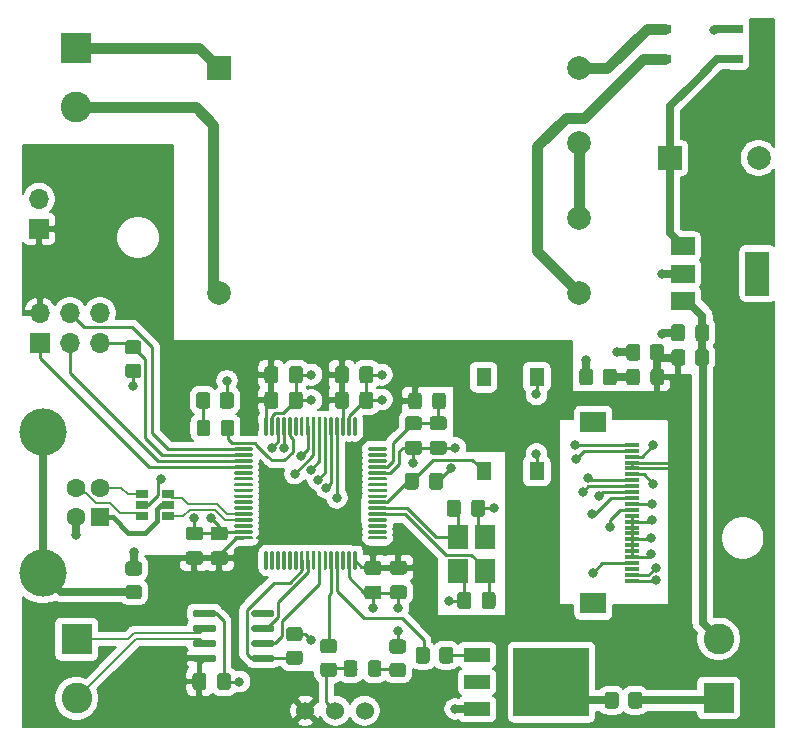
<source format=gbr>
%TF.GenerationSoftware,KiCad,Pcbnew,5.1.12-84ad8e8a86~92~ubuntu20.04.1*%
%TF.CreationDate,2022-03-06T20:42:48-06:00*%
%TF.ProjectId,Solder_Reflow_Oven_2.0,536f6c64-6572-45f5-9265-666c6f775f4f,rev?*%
%TF.SameCoordinates,Original*%
%TF.FileFunction,Copper,L1,Top*%
%TF.FilePolarity,Positive*%
%FSLAX46Y46*%
G04 Gerber Fmt 4.6, Leading zero omitted, Abs format (unit mm)*
G04 Created by KiCad (PCBNEW 5.1.12-84ad8e8a86~92~ubuntu20.04.1) date 2022-03-06 20:42:48*
%MOMM*%
%LPD*%
G01*
G04 APERTURE LIST*
%TA.AperFunction,ComponentPad*%
%ADD10C,2.000000*%
%TD*%
%TA.AperFunction,ComponentPad*%
%ADD11R,2.000000X2.000000*%
%TD*%
%TA.AperFunction,SMDPad,CuDef*%
%ADD12R,2.200000X1.800000*%
%TD*%
%TA.AperFunction,SMDPad,CuDef*%
%ADD13R,1.300000X0.300000*%
%TD*%
%TA.AperFunction,SMDPad,CuDef*%
%ADD14R,1.300000X1.550000*%
%TD*%
%TA.AperFunction,ComponentPad*%
%ADD15C,2.600000*%
%TD*%
%TA.AperFunction,ComponentPad*%
%ADD16R,2.600000X2.600000*%
%TD*%
%TA.AperFunction,SMDPad,CuDef*%
%ADD17R,2.200000X1.200000*%
%TD*%
%TA.AperFunction,SMDPad,CuDef*%
%ADD18R,6.400000X5.800000*%
%TD*%
%TA.AperFunction,SMDPad,CuDef*%
%ADD19R,1.060000X0.650000*%
%TD*%
%TA.AperFunction,SMDPad,CuDef*%
%ADD20R,1.000000X0.800000*%
%TD*%
%TA.AperFunction,SMDPad,CuDef*%
%ADD21R,1.800000X2.100000*%
%TD*%
%TA.AperFunction,SMDPad,CuDef*%
%ADD22R,2.000000X3.800000*%
%TD*%
%TA.AperFunction,SMDPad,CuDef*%
%ADD23R,2.000000X1.500000*%
%TD*%
%TA.AperFunction,ComponentPad*%
%ADD24C,1.524000*%
%TD*%
%TA.AperFunction,ComponentPad*%
%ADD25R,1.700000X1.700000*%
%TD*%
%TA.AperFunction,ComponentPad*%
%ADD26O,1.700000X1.700000*%
%TD*%
%TA.AperFunction,ComponentPad*%
%ADD27R,1.600000X1.600000*%
%TD*%
%TA.AperFunction,ComponentPad*%
%ADD28C,1.600000*%
%TD*%
%TA.AperFunction,ComponentPad*%
%ADD29C,4.000000*%
%TD*%
%TA.AperFunction,ViaPad*%
%ADD30C,0.800000*%
%TD*%
%TA.AperFunction,Conductor*%
%ADD31C,0.250000*%
%TD*%
%TA.AperFunction,Conductor*%
%ADD32C,0.711200*%
%TD*%
%TA.AperFunction,Conductor*%
%ADD33C,0.254000*%
%TD*%
%TA.AperFunction,Conductor*%
%ADD34C,0.700000*%
%TD*%
%TA.AperFunction,Conductor*%
%ADD35C,0.457200*%
%TD*%
%TA.AperFunction,Conductor*%
%ADD36C,0.200000*%
%TD*%
%TA.AperFunction,Conductor*%
%ADD37C,0.450000*%
%TD*%
%TA.AperFunction,Conductor*%
%ADD38C,0.914400*%
%TD*%
%TA.AperFunction,Conductor*%
%ADD39C,0.177800*%
%TD*%
%TA.AperFunction,Conductor*%
%ADD40C,0.100000*%
%TD*%
G04 APERTURE END LIST*
%TO.P,C1,2*%
%TO.N,VSS*%
%TA.AperFunction,SMDPad,CuDef*%
G36*
G01*
X77972500Y-123032500D02*
X77972500Y-123982500D01*
G75*
G02*
X77722500Y-124232500I-250000J0D01*
G01*
X77047500Y-124232500D01*
G75*
G02*
X76797500Y-123982500I0J250000D01*
G01*
X76797500Y-123032500D01*
G75*
G02*
X77047500Y-122782500I250000J0D01*
G01*
X77722500Y-122782500D01*
G75*
G02*
X77972500Y-123032500I0J-250000D01*
G01*
G37*
%TD.AperFunction*%
%TO.P,C1,1*%
%TO.N,OSC_IN*%
%TA.AperFunction,SMDPad,CuDef*%
G36*
G01*
X80047500Y-123032500D02*
X80047500Y-123982500D01*
G75*
G02*
X79797500Y-124232500I-250000J0D01*
G01*
X79122500Y-124232500D01*
G75*
G02*
X78872500Y-123982500I0J250000D01*
G01*
X78872500Y-123032500D01*
G75*
G02*
X79122500Y-122782500I250000J0D01*
G01*
X79797500Y-122782500D01*
G75*
G02*
X80047500Y-123032500I0J-250000D01*
G01*
G37*
%TD.AperFunction*%
%TD*%
%TO.P,C2,2*%
%TO.N,VSS*%
%TA.AperFunction,SMDPad,CuDef*%
G36*
G01*
X74427500Y-113886000D02*
X74427500Y-112936000D01*
G75*
G02*
X74677500Y-112686000I250000J0D01*
G01*
X75352500Y-112686000D01*
G75*
G02*
X75602500Y-112936000I0J-250000D01*
G01*
X75602500Y-113886000D01*
G75*
G02*
X75352500Y-114136000I-250000J0D01*
G01*
X74677500Y-114136000D01*
G75*
G02*
X74427500Y-113886000I0J250000D01*
G01*
G37*
%TD.AperFunction*%
%TO.P,C2,1*%
%TO.N,NRST*%
%TA.AperFunction,SMDPad,CuDef*%
G36*
G01*
X72352500Y-113886000D02*
X72352500Y-112936000D01*
G75*
G02*
X72602500Y-112686000I250000J0D01*
G01*
X73277500Y-112686000D01*
G75*
G02*
X73527500Y-112936000I0J-250000D01*
G01*
X73527500Y-113886000D01*
G75*
G02*
X73277500Y-114136000I-250000J0D01*
G01*
X72602500Y-114136000D01*
G75*
G02*
X72352500Y-113886000I0J250000D01*
G01*
G37*
%TD.AperFunction*%
%TD*%
%TO.P,C4,2*%
%TO.N,VSS*%
%TA.AperFunction,SMDPad,CuDef*%
G36*
G01*
X68522000Y-107028000D02*
X68522000Y-106078000D01*
G75*
G02*
X68772000Y-105828000I250000J0D01*
G01*
X69447000Y-105828000D01*
G75*
G02*
X69697000Y-106078000I0J-250000D01*
G01*
X69697000Y-107028000D01*
G75*
G02*
X69447000Y-107278000I-250000J0D01*
G01*
X68772000Y-107278000D01*
G75*
G02*
X68522000Y-107028000I0J250000D01*
G01*
G37*
%TD.AperFunction*%
%TO.P,C4,1*%
%TO.N,VDD_3.3*%
%TA.AperFunction,SMDPad,CuDef*%
G36*
G01*
X66447000Y-107028000D02*
X66447000Y-106078000D01*
G75*
G02*
X66697000Y-105828000I250000J0D01*
G01*
X67372000Y-105828000D01*
G75*
G02*
X67622000Y-106078000I0J-250000D01*
G01*
X67622000Y-107028000D01*
G75*
G02*
X67372000Y-107278000I-250000J0D01*
G01*
X66697000Y-107278000D01*
G75*
G02*
X66447000Y-107028000I0J250000D01*
G01*
G37*
%TD.AperFunction*%
%TD*%
%TO.P,C5,2*%
%TO.N,VSS*%
%TA.AperFunction,SMDPad,CuDef*%
G36*
G01*
X69184500Y-122243000D02*
X70134500Y-122243000D01*
G75*
G02*
X70384500Y-122493000I0J-250000D01*
G01*
X70384500Y-123168000D01*
G75*
G02*
X70134500Y-123418000I-250000J0D01*
G01*
X69184500Y-123418000D01*
G75*
G02*
X68934500Y-123168000I0J250000D01*
G01*
X68934500Y-122493000D01*
G75*
G02*
X69184500Y-122243000I250000J0D01*
G01*
G37*
%TD.AperFunction*%
%TO.P,C5,1*%
%TO.N,VDD_3.3*%
%TA.AperFunction,SMDPad,CuDef*%
G36*
G01*
X69184500Y-120168000D02*
X70134500Y-120168000D01*
G75*
G02*
X70384500Y-120418000I0J-250000D01*
G01*
X70384500Y-121093000D01*
G75*
G02*
X70134500Y-121343000I-250000J0D01*
G01*
X69184500Y-121343000D01*
G75*
G02*
X68934500Y-121093000I0J250000D01*
G01*
X68934500Y-120418000D01*
G75*
G02*
X69184500Y-120168000I250000J0D01*
G01*
G37*
%TD.AperFunction*%
%TD*%
%TO.P,C6,2*%
%TO.N,VSS*%
%TA.AperFunction,SMDPad,CuDef*%
G36*
G01*
X62553000Y-107028000D02*
X62553000Y-106078000D01*
G75*
G02*
X62803000Y-105828000I250000J0D01*
G01*
X63478000Y-105828000D01*
G75*
G02*
X63728000Y-106078000I0J-250000D01*
G01*
X63728000Y-107028000D01*
G75*
G02*
X63478000Y-107278000I-250000J0D01*
G01*
X62803000Y-107278000D01*
G75*
G02*
X62553000Y-107028000I0J250000D01*
G01*
G37*
%TD.AperFunction*%
%TO.P,C6,1*%
%TO.N,VDD_3.3*%
%TA.AperFunction,SMDPad,CuDef*%
G36*
G01*
X60478000Y-107028000D02*
X60478000Y-106078000D01*
G75*
G02*
X60728000Y-105828000I250000J0D01*
G01*
X61403000Y-105828000D01*
G75*
G02*
X61653000Y-106078000I0J-250000D01*
G01*
X61653000Y-107028000D01*
G75*
G02*
X61403000Y-107278000I-250000J0D01*
G01*
X60728000Y-107278000D01*
G75*
G02*
X60478000Y-107028000I0J250000D01*
G01*
G37*
%TD.AperFunction*%
%TD*%
%TO.P,C7,2*%
%TO.N,OSC_OUT*%
%TA.AperFunction,SMDPad,CuDef*%
G36*
G01*
X77083500Y-115222000D02*
X77083500Y-116172000D01*
G75*
G02*
X76833500Y-116422000I-250000J0D01*
G01*
X76158500Y-116422000D01*
G75*
G02*
X75908500Y-116172000I0J250000D01*
G01*
X75908500Y-115222000D01*
G75*
G02*
X76158500Y-114972000I250000J0D01*
G01*
X76833500Y-114972000D01*
G75*
G02*
X77083500Y-115222000I0J-250000D01*
G01*
G37*
%TD.AperFunction*%
%TO.P,C7,1*%
%TO.N,VSS*%
%TA.AperFunction,SMDPad,CuDef*%
G36*
G01*
X79158500Y-115222000D02*
X79158500Y-116172000D01*
G75*
G02*
X78908500Y-116422000I-250000J0D01*
G01*
X78233500Y-116422000D01*
G75*
G02*
X77983500Y-116172000I0J250000D01*
G01*
X77983500Y-115222000D01*
G75*
G02*
X78233500Y-114972000I250000J0D01*
G01*
X78908500Y-114972000D01*
G75*
G02*
X79158500Y-115222000I0J-250000D01*
G01*
G37*
%TD.AperFunction*%
%TD*%
%TO.P,C8,2*%
%TO.N,VSS*%
%TA.AperFunction,SMDPad,CuDef*%
G36*
G01*
X62553000Y-104869000D02*
X62553000Y-103919000D01*
G75*
G02*
X62803000Y-103669000I250000J0D01*
G01*
X63478000Y-103669000D01*
G75*
G02*
X63728000Y-103919000I0J-250000D01*
G01*
X63728000Y-104869000D01*
G75*
G02*
X63478000Y-105119000I-250000J0D01*
G01*
X62803000Y-105119000D01*
G75*
G02*
X62553000Y-104869000I0J250000D01*
G01*
G37*
%TD.AperFunction*%
%TO.P,C8,1*%
%TO.N,VDD_3.3*%
%TA.AperFunction,SMDPad,CuDef*%
G36*
G01*
X60478000Y-104869000D02*
X60478000Y-103919000D01*
G75*
G02*
X60728000Y-103669000I250000J0D01*
G01*
X61403000Y-103669000D01*
G75*
G02*
X61653000Y-103919000I0J-250000D01*
G01*
X61653000Y-104869000D01*
G75*
G02*
X61403000Y-105119000I-250000J0D01*
G01*
X60728000Y-105119000D01*
G75*
G02*
X60478000Y-104869000I0J250000D01*
G01*
G37*
%TD.AperFunction*%
%TD*%
%TO.P,C9,2*%
%TO.N,VSS*%
%TA.AperFunction,SMDPad,CuDef*%
G36*
G01*
X68522000Y-104869000D02*
X68522000Y-103919000D01*
G75*
G02*
X68772000Y-103669000I250000J0D01*
G01*
X69447000Y-103669000D01*
G75*
G02*
X69697000Y-103919000I0J-250000D01*
G01*
X69697000Y-104869000D01*
G75*
G02*
X69447000Y-105119000I-250000J0D01*
G01*
X68772000Y-105119000D01*
G75*
G02*
X68522000Y-104869000I0J250000D01*
G01*
G37*
%TD.AperFunction*%
%TO.P,C9,1*%
%TO.N,VDD_3.3*%
%TA.AperFunction,SMDPad,CuDef*%
G36*
G01*
X66447000Y-104869000D02*
X66447000Y-103919000D01*
G75*
G02*
X66697000Y-103669000I250000J0D01*
G01*
X67372000Y-103669000D01*
G75*
G02*
X67622000Y-103919000I0J-250000D01*
G01*
X67622000Y-104869000D01*
G75*
G02*
X67372000Y-105119000I-250000J0D01*
G01*
X66697000Y-105119000D01*
G75*
G02*
X66447000Y-104869000I0J250000D01*
G01*
G37*
%TD.AperFunction*%
%TD*%
%TO.P,C11,2*%
%TO.N,VSS*%
%TA.AperFunction,SMDPad,CuDef*%
G36*
G01*
X71343500Y-122221500D02*
X72293500Y-122221500D01*
G75*
G02*
X72543500Y-122471500I0J-250000D01*
G01*
X72543500Y-123146500D01*
G75*
G02*
X72293500Y-123396500I-250000J0D01*
G01*
X71343500Y-123396500D01*
G75*
G02*
X71093500Y-123146500I0J250000D01*
G01*
X71093500Y-122471500D01*
G75*
G02*
X71343500Y-122221500I250000J0D01*
G01*
G37*
%TD.AperFunction*%
%TO.P,C11,1*%
%TO.N,VDD_3.3*%
%TA.AperFunction,SMDPad,CuDef*%
G36*
G01*
X71343500Y-120146500D02*
X72293500Y-120146500D01*
G75*
G02*
X72543500Y-120396500I0J-250000D01*
G01*
X72543500Y-121071500D01*
G75*
G02*
X72293500Y-121321500I-250000J0D01*
G01*
X71343500Y-121321500D01*
G75*
G02*
X71093500Y-121071500I0J250000D01*
G01*
X71093500Y-120396500D01*
G75*
G02*
X71343500Y-120146500I250000J0D01*
G01*
G37*
%TD.AperFunction*%
%TD*%
%TO.P,C12,2*%
%TO.N,VSS*%
%TA.AperFunction,SMDPad,CuDef*%
G36*
G01*
X55021500Y-118422000D02*
X54071500Y-118422000D01*
G75*
G02*
X53821500Y-118172000I0J250000D01*
G01*
X53821500Y-117497000D01*
G75*
G02*
X54071500Y-117247000I250000J0D01*
G01*
X55021500Y-117247000D01*
G75*
G02*
X55271500Y-117497000I0J-250000D01*
G01*
X55271500Y-118172000D01*
G75*
G02*
X55021500Y-118422000I-250000J0D01*
G01*
G37*
%TD.AperFunction*%
%TO.P,C12,1*%
%TO.N,VDD_3.3*%
%TA.AperFunction,SMDPad,CuDef*%
G36*
G01*
X55021500Y-120497000D02*
X54071500Y-120497000D01*
G75*
G02*
X53821500Y-120247000I0J250000D01*
G01*
X53821500Y-119572000D01*
G75*
G02*
X54071500Y-119322000I250000J0D01*
G01*
X55021500Y-119322000D01*
G75*
G02*
X55271500Y-119572000I0J-250000D01*
G01*
X55271500Y-120247000D01*
G75*
G02*
X55021500Y-120497000I-250000J0D01*
G01*
G37*
%TD.AperFunction*%
%TD*%
%TO.P,C13,2*%
%TO.N,VSS*%
%TA.AperFunction,SMDPad,CuDef*%
G36*
G01*
X96070000Y-100363000D02*
X96070000Y-101313000D01*
G75*
G02*
X95820000Y-101563000I-250000J0D01*
G01*
X95145000Y-101563000D01*
G75*
G02*
X94895000Y-101313000I0J250000D01*
G01*
X94895000Y-100363000D01*
G75*
G02*
X95145000Y-100113000I250000J0D01*
G01*
X95820000Y-100113000D01*
G75*
G02*
X96070000Y-100363000I0J-250000D01*
G01*
G37*
%TD.AperFunction*%
%TO.P,C13,1*%
%TO.N,VDD_10*%
%TA.AperFunction,SMDPad,CuDef*%
G36*
G01*
X98145000Y-100363000D02*
X98145000Y-101313000D01*
G75*
G02*
X97895000Y-101563000I-250000J0D01*
G01*
X97220000Y-101563000D01*
G75*
G02*
X96970000Y-101313000I0J250000D01*
G01*
X96970000Y-100363000D01*
G75*
G02*
X97220000Y-100113000I250000J0D01*
G01*
X97895000Y-100113000D01*
G75*
G02*
X98145000Y-100363000I0J-250000D01*
G01*
G37*
%TD.AperFunction*%
%TD*%
%TO.P,C14,2*%
%TO.N,VSS*%
%TA.AperFunction,SMDPad,CuDef*%
G36*
G01*
X72613500Y-109987500D02*
X73563500Y-109987500D01*
G75*
G02*
X73813500Y-110237500I0J-250000D01*
G01*
X73813500Y-110912500D01*
G75*
G02*
X73563500Y-111162500I-250000J0D01*
G01*
X72613500Y-111162500D01*
G75*
G02*
X72363500Y-110912500I0J250000D01*
G01*
X72363500Y-110237500D01*
G75*
G02*
X72613500Y-109987500I250000J0D01*
G01*
G37*
%TD.AperFunction*%
%TO.P,C14,1*%
%TO.N,VDDA_3.3*%
%TA.AperFunction,SMDPad,CuDef*%
G36*
G01*
X72613500Y-107912500D02*
X73563500Y-107912500D01*
G75*
G02*
X73813500Y-108162500I0J-250000D01*
G01*
X73813500Y-108837500D01*
G75*
G02*
X73563500Y-109087500I-250000J0D01*
G01*
X72613500Y-109087500D01*
G75*
G02*
X72363500Y-108837500I0J250000D01*
G01*
X72363500Y-108162500D01*
G75*
G02*
X72613500Y-107912500I250000J0D01*
G01*
G37*
%TD.AperFunction*%
%TD*%
%TO.P,C15,2*%
%TO.N,VSS*%
%TA.AperFunction,SMDPad,CuDef*%
G36*
G01*
X74709000Y-109987500D02*
X75659000Y-109987500D01*
G75*
G02*
X75909000Y-110237500I0J-250000D01*
G01*
X75909000Y-110912500D01*
G75*
G02*
X75659000Y-111162500I-250000J0D01*
G01*
X74709000Y-111162500D01*
G75*
G02*
X74459000Y-110912500I0J250000D01*
G01*
X74459000Y-110237500D01*
G75*
G02*
X74709000Y-109987500I250000J0D01*
G01*
G37*
%TD.AperFunction*%
%TO.P,C15,1*%
%TO.N,VDDA_3.3*%
%TA.AperFunction,SMDPad,CuDef*%
G36*
G01*
X74709000Y-107912500D02*
X75659000Y-107912500D01*
G75*
G02*
X75909000Y-108162500I0J-250000D01*
G01*
X75909000Y-108837500D01*
G75*
G02*
X75659000Y-109087500I-250000J0D01*
G01*
X74709000Y-109087500D01*
G75*
G02*
X74459000Y-108837500I0J250000D01*
G01*
X74459000Y-108162500D01*
G75*
G02*
X74709000Y-107912500I250000J0D01*
G01*
G37*
%TD.AperFunction*%
%TD*%
%TO.P,C16,2*%
%TO.N,VSS*%
%TA.AperFunction,SMDPad,CuDef*%
G36*
G01*
X56457000Y-130840500D02*
X56457000Y-129890500D01*
G75*
G02*
X56707000Y-129640500I250000J0D01*
G01*
X57382000Y-129640500D01*
G75*
G02*
X57632000Y-129890500I0J-250000D01*
G01*
X57632000Y-130840500D01*
G75*
G02*
X57382000Y-131090500I-250000J0D01*
G01*
X56707000Y-131090500D01*
G75*
G02*
X56457000Y-130840500I0J250000D01*
G01*
G37*
%TD.AperFunction*%
%TO.P,C16,1*%
%TO.N,VDD_3.3*%
%TA.AperFunction,SMDPad,CuDef*%
G36*
G01*
X54382000Y-130840500D02*
X54382000Y-129890500D01*
G75*
G02*
X54632000Y-129640500I250000J0D01*
G01*
X55307000Y-129640500D01*
G75*
G02*
X55557000Y-129890500I0J-250000D01*
G01*
X55557000Y-130840500D01*
G75*
G02*
X55307000Y-131090500I-250000J0D01*
G01*
X54632000Y-131090500D01*
G75*
G02*
X54382000Y-130840500I0J250000D01*
G01*
G37*
%TD.AperFunction*%
%TD*%
%TO.P,C3,2*%
%TO.N,VSS*%
%TA.AperFunction,SMDPad,CuDef*%
G36*
G01*
X57117000Y-118422000D02*
X56167000Y-118422000D01*
G75*
G02*
X55917000Y-118172000I0J250000D01*
G01*
X55917000Y-117497000D01*
G75*
G02*
X56167000Y-117247000I250000J0D01*
G01*
X57117000Y-117247000D01*
G75*
G02*
X57367000Y-117497000I0J-250000D01*
G01*
X57367000Y-118172000D01*
G75*
G02*
X57117000Y-118422000I-250000J0D01*
G01*
G37*
%TD.AperFunction*%
%TO.P,C3,1*%
%TO.N,VDD_3.3*%
%TA.AperFunction,SMDPad,CuDef*%
G36*
G01*
X57117000Y-120497000D02*
X56167000Y-120497000D01*
G75*
G02*
X55917000Y-120247000I0J250000D01*
G01*
X55917000Y-119572000D01*
G75*
G02*
X56167000Y-119322000I250000J0D01*
G01*
X57117000Y-119322000D01*
G75*
G02*
X57367000Y-119572000I0J-250000D01*
G01*
X57367000Y-120247000D01*
G75*
G02*
X57117000Y-120497000I-250000J0D01*
G01*
G37*
%TD.AperFunction*%
%TD*%
D10*
%TO.P,C10,2*%
%TO.N,VSS*%
X102305500Y-86042500D03*
D11*
%TO.P,C10,1*%
%TO.N,Net-(C10-Pad1)*%
X94805500Y-86042500D03*
%TD*%
%TO.P,U4,1*%
%TO.N,N/C*%
%TA.AperFunction,SMDPad,CuDef*%
G36*
G01*
X70826300Y-118114700D02*
X70826300Y-118264700D01*
G75*
G02*
X70751300Y-118339700I-75000J0D01*
G01*
X69351300Y-118339700D01*
G75*
G02*
X69276300Y-118264700I0J75000D01*
G01*
X69276300Y-118114700D01*
G75*
G02*
X69351300Y-118039700I75000J0D01*
G01*
X70751300Y-118039700D01*
G75*
G02*
X70826300Y-118114700I0J-75000D01*
G01*
G37*
%TD.AperFunction*%
%TO.P,U4,2*%
%TO.N,Net-(U4-Pad2)*%
%TA.AperFunction,SMDPad,CuDef*%
G36*
G01*
X70826300Y-117614700D02*
X70826300Y-117764700D01*
G75*
G02*
X70751300Y-117839700I-75000J0D01*
G01*
X69351300Y-117839700D01*
G75*
G02*
X69276300Y-117764700I0J75000D01*
G01*
X69276300Y-117614700D01*
G75*
G02*
X69351300Y-117539700I75000J0D01*
G01*
X70751300Y-117539700D01*
G75*
G02*
X70826300Y-117614700I0J-75000D01*
G01*
G37*
%TD.AperFunction*%
%TO.P,U4,3*%
%TO.N,Net-(U4-Pad3)*%
%TA.AperFunction,SMDPad,CuDef*%
G36*
G01*
X70826300Y-117114700D02*
X70826300Y-117264700D01*
G75*
G02*
X70751300Y-117339700I-75000J0D01*
G01*
X69351300Y-117339700D01*
G75*
G02*
X69276300Y-117264700I0J75000D01*
G01*
X69276300Y-117114700D01*
G75*
G02*
X69351300Y-117039700I75000J0D01*
G01*
X70751300Y-117039700D01*
G75*
G02*
X70826300Y-117114700I0J-75000D01*
G01*
G37*
%TD.AperFunction*%
%TO.P,U4,4*%
%TO.N,Net-(U4-Pad4)*%
%TA.AperFunction,SMDPad,CuDef*%
G36*
G01*
X70826300Y-116614700D02*
X70826300Y-116764700D01*
G75*
G02*
X70751300Y-116839700I-75000J0D01*
G01*
X69351300Y-116839700D01*
G75*
G02*
X69276300Y-116764700I0J75000D01*
G01*
X69276300Y-116614700D01*
G75*
G02*
X69351300Y-116539700I75000J0D01*
G01*
X70751300Y-116539700D01*
G75*
G02*
X70826300Y-116614700I0J-75000D01*
G01*
G37*
%TD.AperFunction*%
%TO.P,U4,5*%
%TO.N,OSC_IN*%
%TA.AperFunction,SMDPad,CuDef*%
G36*
G01*
X70826300Y-116114700D02*
X70826300Y-116264700D01*
G75*
G02*
X70751300Y-116339700I-75000J0D01*
G01*
X69351300Y-116339700D01*
G75*
G02*
X69276300Y-116264700I0J75000D01*
G01*
X69276300Y-116114700D01*
G75*
G02*
X69351300Y-116039700I75000J0D01*
G01*
X70751300Y-116039700D01*
G75*
G02*
X70826300Y-116114700I0J-75000D01*
G01*
G37*
%TD.AperFunction*%
%TO.P,U4,6*%
%TO.N,OSC_OUT*%
%TA.AperFunction,SMDPad,CuDef*%
G36*
G01*
X70826300Y-115614700D02*
X70826300Y-115764700D01*
G75*
G02*
X70751300Y-115839700I-75000J0D01*
G01*
X69351300Y-115839700D01*
G75*
G02*
X69276300Y-115764700I0J75000D01*
G01*
X69276300Y-115614700D01*
G75*
G02*
X69351300Y-115539700I75000J0D01*
G01*
X70751300Y-115539700D01*
G75*
G02*
X70826300Y-115614700I0J-75000D01*
G01*
G37*
%TD.AperFunction*%
%TO.P,U4,7*%
%TO.N,NRST*%
%TA.AperFunction,SMDPad,CuDef*%
G36*
G01*
X70826300Y-115114700D02*
X70826300Y-115264700D01*
G75*
G02*
X70751300Y-115339700I-75000J0D01*
G01*
X69351300Y-115339700D01*
G75*
G02*
X69276300Y-115264700I0J75000D01*
G01*
X69276300Y-115114700D01*
G75*
G02*
X69351300Y-115039700I75000J0D01*
G01*
X70751300Y-115039700D01*
G75*
G02*
X70826300Y-115114700I0J-75000D01*
G01*
G37*
%TD.AperFunction*%
%TO.P,U4,8*%
%TO.N,Net-(U4-Pad8)*%
%TA.AperFunction,SMDPad,CuDef*%
G36*
G01*
X70826300Y-114614700D02*
X70826300Y-114764700D01*
G75*
G02*
X70751300Y-114839700I-75000J0D01*
G01*
X69351300Y-114839700D01*
G75*
G02*
X69276300Y-114764700I0J75000D01*
G01*
X69276300Y-114614700D01*
G75*
G02*
X69351300Y-114539700I75000J0D01*
G01*
X70751300Y-114539700D01*
G75*
G02*
X70826300Y-114614700I0J-75000D01*
G01*
G37*
%TD.AperFunction*%
%TO.P,U4,9*%
%TO.N,Net-(U4-Pad9)*%
%TA.AperFunction,SMDPad,CuDef*%
G36*
G01*
X70826300Y-114114700D02*
X70826300Y-114264700D01*
G75*
G02*
X70751300Y-114339700I-75000J0D01*
G01*
X69351300Y-114339700D01*
G75*
G02*
X69276300Y-114264700I0J75000D01*
G01*
X69276300Y-114114700D01*
G75*
G02*
X69351300Y-114039700I75000J0D01*
G01*
X70751300Y-114039700D01*
G75*
G02*
X70826300Y-114114700I0J-75000D01*
G01*
G37*
%TD.AperFunction*%
%TO.P,U4,10*%
%TO.N,Net-(U4-Pad10)*%
%TA.AperFunction,SMDPad,CuDef*%
G36*
G01*
X70826300Y-113614700D02*
X70826300Y-113764700D01*
G75*
G02*
X70751300Y-113839700I-75000J0D01*
G01*
X69351300Y-113839700D01*
G75*
G02*
X69276300Y-113764700I0J75000D01*
G01*
X69276300Y-113614700D01*
G75*
G02*
X69351300Y-113539700I75000J0D01*
G01*
X70751300Y-113539700D01*
G75*
G02*
X70826300Y-113614700I0J-75000D01*
G01*
G37*
%TD.AperFunction*%
%TO.P,U4,11*%
%TO.N,N/C*%
%TA.AperFunction,SMDPad,CuDef*%
G36*
G01*
X70826300Y-113114700D02*
X70826300Y-113264700D01*
G75*
G02*
X70751300Y-113339700I-75000J0D01*
G01*
X69351300Y-113339700D01*
G75*
G02*
X69276300Y-113264700I0J75000D01*
G01*
X69276300Y-113114700D01*
G75*
G02*
X69351300Y-113039700I75000J0D01*
G01*
X70751300Y-113039700D01*
G75*
G02*
X70826300Y-113114700I0J-75000D01*
G01*
G37*
%TD.AperFunction*%
%TO.P,U4,12*%
%TO.N,VSS*%
%TA.AperFunction,SMDPad,CuDef*%
G36*
G01*
X70826300Y-112614700D02*
X70826300Y-112764700D01*
G75*
G02*
X70751300Y-112839700I-75000J0D01*
G01*
X69351300Y-112839700D01*
G75*
G02*
X69276300Y-112764700I0J75000D01*
G01*
X69276300Y-112614700D01*
G75*
G02*
X69351300Y-112539700I75000J0D01*
G01*
X70751300Y-112539700D01*
G75*
G02*
X70826300Y-112614700I0J-75000D01*
G01*
G37*
%TD.AperFunction*%
%TO.P,U4,13*%
%TO.N,VDDA_3.3*%
%TA.AperFunction,SMDPad,CuDef*%
G36*
G01*
X70826300Y-112114700D02*
X70826300Y-112264700D01*
G75*
G02*
X70751300Y-112339700I-75000J0D01*
G01*
X69351300Y-112339700D01*
G75*
G02*
X69276300Y-112264700I0J75000D01*
G01*
X69276300Y-112114700D01*
G75*
G02*
X69351300Y-112039700I75000J0D01*
G01*
X70751300Y-112039700D01*
G75*
G02*
X70826300Y-112114700I0J-75000D01*
G01*
G37*
%TD.AperFunction*%
%TO.P,U4,14*%
%TO.N,Net-(U4-Pad14)*%
%TA.AperFunction,SMDPad,CuDef*%
G36*
G01*
X70826300Y-111614700D02*
X70826300Y-111764700D01*
G75*
G02*
X70751300Y-111839700I-75000J0D01*
G01*
X69351300Y-111839700D01*
G75*
G02*
X69276300Y-111764700I0J75000D01*
G01*
X69276300Y-111614700D01*
G75*
G02*
X69351300Y-111539700I75000J0D01*
G01*
X70751300Y-111539700D01*
G75*
G02*
X70826300Y-111614700I0J-75000D01*
G01*
G37*
%TD.AperFunction*%
%TO.P,U4,15*%
%TO.N,Net-(U4-Pad15)*%
%TA.AperFunction,SMDPad,CuDef*%
G36*
G01*
X70826300Y-111114700D02*
X70826300Y-111264700D01*
G75*
G02*
X70751300Y-111339700I-75000J0D01*
G01*
X69351300Y-111339700D01*
G75*
G02*
X69276300Y-111264700I0J75000D01*
G01*
X69276300Y-111114700D01*
G75*
G02*
X69351300Y-111039700I75000J0D01*
G01*
X70751300Y-111039700D01*
G75*
G02*
X70826300Y-111114700I0J-75000D01*
G01*
G37*
%TD.AperFunction*%
%TO.P,U4,16*%
%TO.N,Net-(U4-Pad16)*%
%TA.AperFunction,SMDPad,CuDef*%
G36*
G01*
X70826300Y-110614700D02*
X70826300Y-110764700D01*
G75*
G02*
X70751300Y-110839700I-75000J0D01*
G01*
X69351300Y-110839700D01*
G75*
G02*
X69276300Y-110764700I0J75000D01*
G01*
X69276300Y-110614700D01*
G75*
G02*
X69351300Y-110539700I75000J0D01*
G01*
X70751300Y-110539700D01*
G75*
G02*
X70826300Y-110614700I0J-75000D01*
G01*
G37*
%TD.AperFunction*%
%TO.P,U4,17*%
%TO.N,N/C*%
%TA.AperFunction,SMDPad,CuDef*%
G36*
G01*
X68276300Y-108064700D02*
X68276300Y-109464700D01*
G75*
G02*
X68201300Y-109539700I-75000J0D01*
G01*
X68051300Y-109539700D01*
G75*
G02*
X67976300Y-109464700I0J75000D01*
G01*
X67976300Y-108064700D01*
G75*
G02*
X68051300Y-107989700I75000J0D01*
G01*
X68201300Y-107989700D01*
G75*
G02*
X68276300Y-108064700I0J-75000D01*
G01*
G37*
%TD.AperFunction*%
%TO.P,U4,18*%
%TO.N,VSS*%
%TA.AperFunction,SMDPad,CuDef*%
G36*
G01*
X67776300Y-108064700D02*
X67776300Y-109464700D01*
G75*
G02*
X67701300Y-109539700I-75000J0D01*
G01*
X67551300Y-109539700D01*
G75*
G02*
X67476300Y-109464700I0J75000D01*
G01*
X67476300Y-108064700D01*
G75*
G02*
X67551300Y-107989700I75000J0D01*
G01*
X67701300Y-107989700D01*
G75*
G02*
X67776300Y-108064700I0J-75000D01*
G01*
G37*
%TD.AperFunction*%
%TO.P,U4,19*%
%TO.N,VDD_3.3*%
%TA.AperFunction,SMDPad,CuDef*%
G36*
G01*
X67276300Y-108064700D02*
X67276300Y-109464700D01*
G75*
G02*
X67201300Y-109539700I-75000J0D01*
G01*
X67051300Y-109539700D01*
G75*
G02*
X66976300Y-109464700I0J75000D01*
G01*
X66976300Y-108064700D01*
G75*
G02*
X67051300Y-107989700I75000J0D01*
G01*
X67201300Y-107989700D01*
G75*
G02*
X67276300Y-108064700I0J-75000D01*
G01*
G37*
%TD.AperFunction*%
%TO.P,U4,20*%
%TO.N,LEDA*%
%TA.AperFunction,SMDPad,CuDef*%
G36*
G01*
X66776300Y-108064700D02*
X66776300Y-109464700D01*
G75*
G02*
X66701300Y-109539700I-75000J0D01*
G01*
X66551300Y-109539700D01*
G75*
G02*
X66476300Y-109464700I0J75000D01*
G01*
X66476300Y-108064700D01*
G75*
G02*
X66551300Y-107989700I75000J0D01*
G01*
X66701300Y-107989700D01*
G75*
G02*
X66776300Y-108064700I0J-75000D01*
G01*
G37*
%TD.AperFunction*%
%TO.P,U4,21*%
%TO.N,LEDK*%
%TA.AperFunction,SMDPad,CuDef*%
G36*
G01*
X66276300Y-108064700D02*
X66276300Y-109464700D01*
G75*
G02*
X66201300Y-109539700I-75000J0D01*
G01*
X66051300Y-109539700D01*
G75*
G02*
X65976300Y-109464700I0J75000D01*
G01*
X65976300Y-108064700D01*
G75*
G02*
X66051300Y-107989700I75000J0D01*
G01*
X66201300Y-107989700D01*
G75*
G02*
X66276300Y-108064700I0J-75000D01*
G01*
G37*
%TD.AperFunction*%
%TO.P,U4,22*%
%TO.N,~RES*%
%TA.AperFunction,SMDPad,CuDef*%
G36*
G01*
X65776300Y-108064700D02*
X65776300Y-109464700D01*
G75*
G02*
X65701300Y-109539700I-75000J0D01*
G01*
X65551300Y-109539700D01*
G75*
G02*
X65476300Y-109464700I0J75000D01*
G01*
X65476300Y-108064700D01*
G75*
G02*
X65551300Y-107989700I75000J0D01*
G01*
X65701300Y-107989700D01*
G75*
G02*
X65776300Y-108064700I0J-75000D01*
G01*
G37*
%TD.AperFunction*%
%TO.P,U4,23*%
%TO.N,~CS*%
%TA.AperFunction,SMDPad,CuDef*%
G36*
G01*
X65276300Y-108064700D02*
X65276300Y-109464700D01*
G75*
G02*
X65201300Y-109539700I-75000J0D01*
G01*
X65051300Y-109539700D01*
G75*
G02*
X64976300Y-109464700I0J75000D01*
G01*
X64976300Y-108064700D01*
G75*
G02*
X65051300Y-107989700I75000J0D01*
G01*
X65201300Y-107989700D01*
G75*
G02*
X65276300Y-108064700I0J-75000D01*
G01*
G37*
%TD.AperFunction*%
%TO.P,U4,24*%
%TO.N,RS*%
%TA.AperFunction,SMDPad,CuDef*%
G36*
G01*
X64776300Y-108064700D02*
X64776300Y-109464700D01*
G75*
G02*
X64701300Y-109539700I-75000J0D01*
G01*
X64551300Y-109539700D01*
G75*
G02*
X64476300Y-109464700I0J75000D01*
G01*
X64476300Y-108064700D01*
G75*
G02*
X64551300Y-107989700I75000J0D01*
G01*
X64701300Y-107989700D01*
G75*
G02*
X64776300Y-108064700I0J-75000D01*
G01*
G37*
%TD.AperFunction*%
%TO.P,U4,25*%
%TO.N,TE*%
%TA.AperFunction,SMDPad,CuDef*%
G36*
G01*
X64276300Y-108064700D02*
X64276300Y-109464700D01*
G75*
G02*
X64201300Y-109539700I-75000J0D01*
G01*
X64051300Y-109539700D01*
G75*
G02*
X63976300Y-109464700I0J75000D01*
G01*
X63976300Y-108064700D01*
G75*
G02*
X64051300Y-107989700I75000J0D01*
G01*
X64201300Y-107989700D01*
G75*
G02*
X64276300Y-108064700I0J-75000D01*
G01*
G37*
%TD.AperFunction*%
%TO.P,U4,26*%
%TO.N,Net-(U4-Pad26)*%
%TA.AperFunction,SMDPad,CuDef*%
G36*
G01*
X63776300Y-108064700D02*
X63776300Y-109464700D01*
G75*
G02*
X63701300Y-109539700I-75000J0D01*
G01*
X63551300Y-109539700D01*
G75*
G02*
X63476300Y-109464700I0J75000D01*
G01*
X63476300Y-108064700D01*
G75*
G02*
X63551300Y-107989700I75000J0D01*
G01*
X63701300Y-107989700D01*
G75*
G02*
X63776300Y-108064700I0J-75000D01*
G01*
G37*
%TD.AperFunction*%
%TO.P,U4,27*%
%TO.N,Net-(U4-Pad27)*%
%TA.AperFunction,SMDPad,CuDef*%
G36*
G01*
X63276300Y-108064700D02*
X63276300Y-109464700D01*
G75*
G02*
X63201300Y-109539700I-75000J0D01*
G01*
X63051300Y-109539700D01*
G75*
G02*
X62976300Y-109464700I0J75000D01*
G01*
X62976300Y-108064700D01*
G75*
G02*
X63051300Y-107989700I75000J0D01*
G01*
X63201300Y-107989700D01*
G75*
G02*
X63276300Y-108064700I0J-75000D01*
G01*
G37*
%TD.AperFunction*%
%TO.P,U4,28*%
%TO.N,TEST_LED*%
%TA.AperFunction,SMDPad,CuDef*%
G36*
G01*
X62776300Y-108064700D02*
X62776300Y-109464700D01*
G75*
G02*
X62701300Y-109539700I-75000J0D01*
G01*
X62551300Y-109539700D01*
G75*
G02*
X62476300Y-109464700I0J75000D01*
G01*
X62476300Y-108064700D01*
G75*
G02*
X62551300Y-107989700I75000J0D01*
G01*
X62701300Y-107989700D01*
G75*
G02*
X62776300Y-108064700I0J-75000D01*
G01*
G37*
%TD.AperFunction*%
%TO.P,U4,29*%
%TO.N,DC*%
%TA.AperFunction,SMDPad,CuDef*%
G36*
G01*
X62276300Y-108064700D02*
X62276300Y-109464700D01*
G75*
G02*
X62201300Y-109539700I-75000J0D01*
G01*
X62051300Y-109539700D01*
G75*
G02*
X61976300Y-109464700I0J75000D01*
G01*
X61976300Y-108064700D01*
G75*
G02*
X62051300Y-107989700I75000J0D01*
G01*
X62201300Y-107989700D01*
G75*
G02*
X62276300Y-108064700I0J-75000D01*
G01*
G37*
%TD.AperFunction*%
%TO.P,U4,30*%
%TO.N,SDA*%
%TA.AperFunction,SMDPad,CuDef*%
G36*
G01*
X61776300Y-108064700D02*
X61776300Y-109464700D01*
G75*
G02*
X61701300Y-109539700I-75000J0D01*
G01*
X61551300Y-109539700D01*
G75*
G02*
X61476300Y-109464700I0J75000D01*
G01*
X61476300Y-108064700D01*
G75*
G02*
X61551300Y-107989700I75000J0D01*
G01*
X61701300Y-107989700D01*
G75*
G02*
X61776300Y-108064700I0J-75000D01*
G01*
G37*
%TD.AperFunction*%
%TO.P,U4,31*%
%TO.N,VSS*%
%TA.AperFunction,SMDPad,CuDef*%
G36*
G01*
X61276300Y-108064700D02*
X61276300Y-109464700D01*
G75*
G02*
X61201300Y-109539700I-75000J0D01*
G01*
X61051300Y-109539700D01*
G75*
G02*
X60976300Y-109464700I0J75000D01*
G01*
X60976300Y-108064700D01*
G75*
G02*
X61051300Y-107989700I75000J0D01*
G01*
X61201300Y-107989700D01*
G75*
G02*
X61276300Y-108064700I0J-75000D01*
G01*
G37*
%TD.AperFunction*%
%TO.P,U4,32*%
%TO.N,VDD_3.3*%
%TA.AperFunction,SMDPad,CuDef*%
G36*
G01*
X60776300Y-108064700D02*
X60776300Y-109464700D01*
G75*
G02*
X60701300Y-109539700I-75000J0D01*
G01*
X60551300Y-109539700D01*
G75*
G02*
X60476300Y-109464700I0J75000D01*
G01*
X60476300Y-108064700D01*
G75*
G02*
X60551300Y-107989700I75000J0D01*
G01*
X60701300Y-107989700D01*
G75*
G02*
X60776300Y-108064700I0J-75000D01*
G01*
G37*
%TD.AperFunction*%
%TO.P,U4,33*%
%TO.N,SPI_NSS*%
%TA.AperFunction,SMDPad,CuDef*%
G36*
G01*
X59476300Y-110614700D02*
X59476300Y-110764700D01*
G75*
G02*
X59401300Y-110839700I-75000J0D01*
G01*
X58001300Y-110839700D01*
G75*
G02*
X57926300Y-110764700I0J75000D01*
G01*
X57926300Y-110614700D01*
G75*
G02*
X58001300Y-110539700I75000J0D01*
G01*
X59401300Y-110539700D01*
G75*
G02*
X59476300Y-110614700I0J-75000D01*
G01*
G37*
%TD.AperFunction*%
%TO.P,U4,34*%
%TO.N,SPI1_SCK*%
%TA.AperFunction,SMDPad,CuDef*%
G36*
G01*
X59476300Y-111114700D02*
X59476300Y-111264700D01*
G75*
G02*
X59401300Y-111339700I-75000J0D01*
G01*
X58001300Y-111339700D01*
G75*
G02*
X57926300Y-111264700I0J75000D01*
G01*
X57926300Y-111114700D01*
G75*
G02*
X58001300Y-111039700I75000J0D01*
G01*
X59401300Y-111039700D01*
G75*
G02*
X59476300Y-111114700I0J-75000D01*
G01*
G37*
%TD.AperFunction*%
%TO.P,U4,35*%
%TO.N,SPI1_MISO*%
%TA.AperFunction,SMDPad,CuDef*%
G36*
G01*
X59476300Y-111614700D02*
X59476300Y-111764700D01*
G75*
G02*
X59401300Y-111839700I-75000J0D01*
G01*
X58001300Y-111839700D01*
G75*
G02*
X57926300Y-111764700I0J75000D01*
G01*
X57926300Y-111614700D01*
G75*
G02*
X58001300Y-111539700I75000J0D01*
G01*
X59401300Y-111539700D01*
G75*
G02*
X59476300Y-111614700I0J-75000D01*
G01*
G37*
%TD.AperFunction*%
%TO.P,U4,36*%
%TO.N,SPI1_MOSI*%
%TA.AperFunction,SMDPad,CuDef*%
G36*
G01*
X59476300Y-112114700D02*
X59476300Y-112264700D01*
G75*
G02*
X59401300Y-112339700I-75000J0D01*
G01*
X58001300Y-112339700D01*
G75*
G02*
X57926300Y-112264700I0J75000D01*
G01*
X57926300Y-112114700D01*
G75*
G02*
X58001300Y-112039700I75000J0D01*
G01*
X59401300Y-112039700D01*
G75*
G02*
X59476300Y-112114700I0J-75000D01*
G01*
G37*
%TD.AperFunction*%
%TO.P,U4,37*%
%TO.N,Net-(U4-Pad37)*%
%TA.AperFunction,SMDPad,CuDef*%
G36*
G01*
X59476300Y-112614700D02*
X59476300Y-112764700D01*
G75*
G02*
X59401300Y-112839700I-75000J0D01*
G01*
X58001300Y-112839700D01*
G75*
G02*
X57926300Y-112764700I0J75000D01*
G01*
X57926300Y-112614700D01*
G75*
G02*
X58001300Y-112539700I75000J0D01*
G01*
X59401300Y-112539700D01*
G75*
G02*
X59476300Y-112614700I0J-75000D01*
G01*
G37*
%TD.AperFunction*%
%TO.P,U4,38*%
%TO.N,Net-(U4-Pad38)*%
%TA.AperFunction,SMDPad,CuDef*%
G36*
G01*
X59476300Y-113114700D02*
X59476300Y-113264700D01*
G75*
G02*
X59401300Y-113339700I-75000J0D01*
G01*
X58001300Y-113339700D01*
G75*
G02*
X57926300Y-113264700I0J75000D01*
G01*
X57926300Y-113114700D01*
G75*
G02*
X58001300Y-113039700I75000J0D01*
G01*
X59401300Y-113039700D01*
G75*
G02*
X59476300Y-113114700I0J-75000D01*
G01*
G37*
%TD.AperFunction*%
%TO.P,U4,39*%
%TO.N,Net-(U4-Pad39)*%
%TA.AperFunction,SMDPad,CuDef*%
G36*
G01*
X59476300Y-113614700D02*
X59476300Y-113764700D01*
G75*
G02*
X59401300Y-113839700I-75000J0D01*
G01*
X58001300Y-113839700D01*
G75*
G02*
X57926300Y-113764700I0J75000D01*
G01*
X57926300Y-113614700D01*
G75*
G02*
X58001300Y-113539700I75000J0D01*
G01*
X59401300Y-113539700D01*
G75*
G02*
X59476300Y-113614700I0J-75000D01*
G01*
G37*
%TD.AperFunction*%
%TO.P,U4,40*%
%TO.N,Net-(U4-Pad40)*%
%TA.AperFunction,SMDPad,CuDef*%
G36*
G01*
X59476300Y-114114700D02*
X59476300Y-114264700D01*
G75*
G02*
X59401300Y-114339700I-75000J0D01*
G01*
X58001300Y-114339700D01*
G75*
G02*
X57926300Y-114264700I0J75000D01*
G01*
X57926300Y-114114700D01*
G75*
G02*
X58001300Y-114039700I75000J0D01*
G01*
X59401300Y-114039700D01*
G75*
G02*
X59476300Y-114114700I0J-75000D01*
G01*
G37*
%TD.AperFunction*%
%TO.P,U4,41*%
%TO.N,Net-(U4-Pad41)*%
%TA.AperFunction,SMDPad,CuDef*%
G36*
G01*
X59476300Y-114614700D02*
X59476300Y-114764700D01*
G75*
G02*
X59401300Y-114839700I-75000J0D01*
G01*
X58001300Y-114839700D01*
G75*
G02*
X57926300Y-114764700I0J75000D01*
G01*
X57926300Y-114614700D01*
G75*
G02*
X58001300Y-114539700I75000J0D01*
G01*
X59401300Y-114539700D01*
G75*
G02*
X59476300Y-114614700I0J-75000D01*
G01*
G37*
%TD.AperFunction*%
%TO.P,U4,42*%
%TO.N,Net-(U4-Pad42)*%
%TA.AperFunction,SMDPad,CuDef*%
G36*
G01*
X59476300Y-115114700D02*
X59476300Y-115264700D01*
G75*
G02*
X59401300Y-115339700I-75000J0D01*
G01*
X58001300Y-115339700D01*
G75*
G02*
X57926300Y-115264700I0J75000D01*
G01*
X57926300Y-115114700D01*
G75*
G02*
X58001300Y-115039700I75000J0D01*
G01*
X59401300Y-115039700D01*
G75*
G02*
X59476300Y-115114700I0J-75000D01*
G01*
G37*
%TD.AperFunction*%
%TO.P,U4,43*%
%TO.N,Net-(U4-Pad43)*%
%TA.AperFunction,SMDPad,CuDef*%
G36*
G01*
X59476300Y-115614700D02*
X59476300Y-115764700D01*
G75*
G02*
X59401300Y-115839700I-75000J0D01*
G01*
X58001300Y-115839700D01*
G75*
G02*
X57926300Y-115764700I0J75000D01*
G01*
X57926300Y-115614700D01*
G75*
G02*
X58001300Y-115539700I75000J0D01*
G01*
X59401300Y-115539700D01*
G75*
G02*
X59476300Y-115614700I0J-75000D01*
G01*
G37*
%TD.AperFunction*%
%TO.P,U4,44*%
%TO.N,USBD-*%
%TA.AperFunction,SMDPad,CuDef*%
G36*
G01*
X59476300Y-116114700D02*
X59476300Y-116264700D01*
G75*
G02*
X59401300Y-116339700I-75000J0D01*
G01*
X58001300Y-116339700D01*
G75*
G02*
X57926300Y-116264700I0J75000D01*
G01*
X57926300Y-116114700D01*
G75*
G02*
X58001300Y-116039700I75000J0D01*
G01*
X59401300Y-116039700D01*
G75*
G02*
X59476300Y-116114700I0J-75000D01*
G01*
G37*
%TD.AperFunction*%
%TO.P,U4,45*%
%TO.N,USBD+*%
%TA.AperFunction,SMDPad,CuDef*%
G36*
G01*
X59476300Y-116614700D02*
X59476300Y-116764700D01*
G75*
G02*
X59401300Y-116839700I-75000J0D01*
G01*
X58001300Y-116839700D01*
G75*
G02*
X57926300Y-116764700I0J75000D01*
G01*
X57926300Y-116614700D01*
G75*
G02*
X58001300Y-116539700I75000J0D01*
G01*
X59401300Y-116539700D01*
G75*
G02*
X59476300Y-116614700I0J-75000D01*
G01*
G37*
%TD.AperFunction*%
%TO.P,U4,46*%
%TO.N,N/C*%
%TA.AperFunction,SMDPad,CuDef*%
G36*
G01*
X59476300Y-117114700D02*
X59476300Y-117264700D01*
G75*
G02*
X59401300Y-117339700I-75000J0D01*
G01*
X58001300Y-117339700D01*
G75*
G02*
X57926300Y-117264700I0J75000D01*
G01*
X57926300Y-117114700D01*
G75*
G02*
X58001300Y-117039700I75000J0D01*
G01*
X59401300Y-117039700D01*
G75*
G02*
X59476300Y-117114700I0J-75000D01*
G01*
G37*
%TD.AperFunction*%
%TO.P,U4,47*%
%TO.N,VSS*%
%TA.AperFunction,SMDPad,CuDef*%
G36*
G01*
X59476300Y-117614700D02*
X59476300Y-117764700D01*
G75*
G02*
X59401300Y-117839700I-75000J0D01*
G01*
X58001300Y-117839700D01*
G75*
G02*
X57926300Y-117764700I0J75000D01*
G01*
X57926300Y-117614700D01*
G75*
G02*
X58001300Y-117539700I75000J0D01*
G01*
X59401300Y-117539700D01*
G75*
G02*
X59476300Y-117614700I0J-75000D01*
G01*
G37*
%TD.AperFunction*%
%TO.P,U4,48*%
%TO.N,VDD_3.3*%
%TA.AperFunction,SMDPad,CuDef*%
G36*
G01*
X59476300Y-118114700D02*
X59476300Y-118264700D01*
G75*
G02*
X59401300Y-118339700I-75000J0D01*
G01*
X58001300Y-118339700D01*
G75*
G02*
X57926300Y-118264700I0J75000D01*
G01*
X57926300Y-118114700D01*
G75*
G02*
X58001300Y-118039700I75000J0D01*
G01*
X59401300Y-118039700D01*
G75*
G02*
X59476300Y-118114700I0J-75000D01*
G01*
G37*
%TD.AperFunction*%
%TO.P,U4,49*%
%TO.N,Net-(U4-Pad49)*%
%TA.AperFunction,SMDPad,CuDef*%
G36*
G01*
X60776300Y-119414700D02*
X60776300Y-120814700D01*
G75*
G02*
X60701300Y-120889700I-75000J0D01*
G01*
X60551300Y-120889700D01*
G75*
G02*
X60476300Y-120814700I0J75000D01*
G01*
X60476300Y-119414700D01*
G75*
G02*
X60551300Y-119339700I75000J0D01*
G01*
X60701300Y-119339700D01*
G75*
G02*
X60776300Y-119414700I0J-75000D01*
G01*
G37*
%TD.AperFunction*%
%TO.P,U4,50*%
%TO.N,Net-(U4-Pad50)*%
%TA.AperFunction,SMDPad,CuDef*%
G36*
G01*
X61276300Y-119414700D02*
X61276300Y-120814700D01*
G75*
G02*
X61201300Y-120889700I-75000J0D01*
G01*
X61051300Y-120889700D01*
G75*
G02*
X60976300Y-120814700I0J75000D01*
G01*
X60976300Y-119414700D01*
G75*
G02*
X61051300Y-119339700I75000J0D01*
G01*
X61201300Y-119339700D01*
G75*
G02*
X61276300Y-119414700I0J-75000D01*
G01*
G37*
%TD.AperFunction*%
%TO.P,U4,51*%
%TO.N,Net-(U4-Pad51)*%
%TA.AperFunction,SMDPad,CuDef*%
G36*
G01*
X61776300Y-119414700D02*
X61776300Y-120814700D01*
G75*
G02*
X61701300Y-120889700I-75000J0D01*
G01*
X61551300Y-120889700D01*
G75*
G02*
X61476300Y-120814700I0J75000D01*
G01*
X61476300Y-119414700D01*
G75*
G02*
X61551300Y-119339700I75000J0D01*
G01*
X61701300Y-119339700D01*
G75*
G02*
X61776300Y-119414700I0J-75000D01*
G01*
G37*
%TD.AperFunction*%
%TO.P,U4,52*%
%TO.N,Net-(U4-Pad52)*%
%TA.AperFunction,SMDPad,CuDef*%
G36*
G01*
X62276300Y-119414700D02*
X62276300Y-120814700D01*
G75*
G02*
X62201300Y-120889700I-75000J0D01*
G01*
X62051300Y-120889700D01*
G75*
G02*
X61976300Y-120814700I0J75000D01*
G01*
X61976300Y-119414700D01*
G75*
G02*
X62051300Y-119339700I75000J0D01*
G01*
X62201300Y-119339700D01*
G75*
G02*
X62276300Y-119414700I0J-75000D01*
G01*
G37*
%TD.AperFunction*%
%TO.P,U4,53*%
%TO.N,Net-(U4-Pad53)*%
%TA.AperFunction,SMDPad,CuDef*%
G36*
G01*
X62776300Y-119414700D02*
X62776300Y-120814700D01*
G75*
G02*
X62701300Y-120889700I-75000J0D01*
G01*
X62551300Y-120889700D01*
G75*
G02*
X62476300Y-120814700I0J75000D01*
G01*
X62476300Y-119414700D01*
G75*
G02*
X62551300Y-119339700I75000J0D01*
G01*
X62701300Y-119339700D01*
G75*
G02*
X62776300Y-119414700I0J-75000D01*
G01*
G37*
%TD.AperFunction*%
%TO.P,U4,54*%
%TO.N,Net-(U4-Pad54)*%
%TA.AperFunction,SMDPad,CuDef*%
G36*
G01*
X63276300Y-119414700D02*
X63276300Y-120814700D01*
G75*
G02*
X63201300Y-120889700I-75000J0D01*
G01*
X63051300Y-120889700D01*
G75*
G02*
X62976300Y-120814700I0J75000D01*
G01*
X62976300Y-119414700D01*
G75*
G02*
X63051300Y-119339700I75000J0D01*
G01*
X63201300Y-119339700D01*
G75*
G02*
X63276300Y-119414700I0J-75000D01*
G01*
G37*
%TD.AperFunction*%
%TO.P,U4,55*%
%TO.N,SPI2_SCK*%
%TA.AperFunction,SMDPad,CuDef*%
G36*
G01*
X63776300Y-119414700D02*
X63776300Y-120814700D01*
G75*
G02*
X63701300Y-120889700I-75000J0D01*
G01*
X63551300Y-120889700D01*
G75*
G02*
X63476300Y-120814700I0J75000D01*
G01*
X63476300Y-119414700D01*
G75*
G02*
X63551300Y-119339700I75000J0D01*
G01*
X63701300Y-119339700D01*
G75*
G02*
X63776300Y-119414700I0J-75000D01*
G01*
G37*
%TD.AperFunction*%
%TO.P,U4,56*%
%TO.N,SPI2_MISO*%
%TA.AperFunction,SMDPad,CuDef*%
G36*
G01*
X64276300Y-119414700D02*
X64276300Y-120814700D01*
G75*
G02*
X64201300Y-120889700I-75000J0D01*
G01*
X64051300Y-120889700D01*
G75*
G02*
X63976300Y-120814700I0J75000D01*
G01*
X63976300Y-119414700D01*
G75*
G02*
X64051300Y-119339700I75000J0D01*
G01*
X64201300Y-119339700D01*
G75*
G02*
X64276300Y-119414700I0J-75000D01*
G01*
G37*
%TD.AperFunction*%
%TO.P,U4,57*%
%TO.N,Net-(U4-Pad57)*%
%TA.AperFunction,SMDPad,CuDef*%
G36*
G01*
X64776300Y-119414700D02*
X64776300Y-120814700D01*
G75*
G02*
X64701300Y-120889700I-75000J0D01*
G01*
X64551300Y-120889700D01*
G75*
G02*
X64476300Y-120814700I0J75000D01*
G01*
X64476300Y-119414700D01*
G75*
G02*
X64551300Y-119339700I75000J0D01*
G01*
X64701300Y-119339700D01*
G75*
G02*
X64776300Y-119414700I0J-75000D01*
G01*
G37*
%TD.AperFunction*%
%TO.P,U4,58*%
%TO.N,SPI2_~SS*%
%TA.AperFunction,SMDPad,CuDef*%
G36*
G01*
X65276300Y-119414700D02*
X65276300Y-120814700D01*
G75*
G02*
X65201300Y-120889700I-75000J0D01*
G01*
X65051300Y-120889700D01*
G75*
G02*
X64976300Y-120814700I0J75000D01*
G01*
X64976300Y-119414700D01*
G75*
G02*
X65051300Y-119339700I75000J0D01*
G01*
X65201300Y-119339700D01*
G75*
G02*
X65276300Y-119414700I0J-75000D01*
G01*
G37*
%TD.AperFunction*%
%TO.P,U4,59*%
%TO.N,Net-(U4-Pad59)*%
%TA.AperFunction,SMDPad,CuDef*%
G36*
G01*
X65776300Y-119414700D02*
X65776300Y-120814700D01*
G75*
G02*
X65701300Y-120889700I-75000J0D01*
G01*
X65551300Y-120889700D01*
G75*
G02*
X65476300Y-120814700I0J75000D01*
G01*
X65476300Y-119414700D01*
G75*
G02*
X65551300Y-119339700I75000J0D01*
G01*
X65701300Y-119339700D01*
G75*
G02*
X65776300Y-119414700I0J-75000D01*
G01*
G37*
%TD.AperFunction*%
%TO.P,U4,60*%
%TO.N,BOOT0*%
%TA.AperFunction,SMDPad,CuDef*%
G36*
G01*
X66276300Y-119414700D02*
X66276300Y-120814700D01*
G75*
G02*
X66201300Y-120889700I-75000J0D01*
G01*
X66051300Y-120889700D01*
G75*
G02*
X65976300Y-120814700I0J75000D01*
G01*
X65976300Y-119414700D01*
G75*
G02*
X66051300Y-119339700I75000J0D01*
G01*
X66201300Y-119339700D01*
G75*
G02*
X66276300Y-119414700I0J-75000D01*
G01*
G37*
%TD.AperFunction*%
%TO.P,U4,61*%
%TO.N,RELAY_CNTRL*%
%TA.AperFunction,SMDPad,CuDef*%
G36*
G01*
X66776300Y-119414700D02*
X66776300Y-120814700D01*
G75*
G02*
X66701300Y-120889700I-75000J0D01*
G01*
X66551300Y-120889700D01*
G75*
G02*
X66476300Y-120814700I0J75000D01*
G01*
X66476300Y-119414700D01*
G75*
G02*
X66551300Y-119339700I75000J0D01*
G01*
X66701300Y-119339700D01*
G75*
G02*
X66776300Y-119414700I0J-75000D01*
G01*
G37*
%TD.AperFunction*%
%TO.P,U4,62*%
%TO.N,N/C*%
%TA.AperFunction,SMDPad,CuDef*%
G36*
G01*
X67276300Y-119414700D02*
X67276300Y-120814700D01*
G75*
G02*
X67201300Y-120889700I-75000J0D01*
G01*
X67051300Y-120889700D01*
G75*
G02*
X66976300Y-120814700I0J75000D01*
G01*
X66976300Y-119414700D01*
G75*
G02*
X67051300Y-119339700I75000J0D01*
G01*
X67201300Y-119339700D01*
G75*
G02*
X67276300Y-119414700I0J-75000D01*
G01*
G37*
%TD.AperFunction*%
%TO.P,U4,63*%
%TO.N,VSS*%
%TA.AperFunction,SMDPad,CuDef*%
G36*
G01*
X67776300Y-119414700D02*
X67776300Y-120814700D01*
G75*
G02*
X67701300Y-120889700I-75000J0D01*
G01*
X67551300Y-120889700D01*
G75*
G02*
X67476300Y-120814700I0J75000D01*
G01*
X67476300Y-119414700D01*
G75*
G02*
X67551300Y-119339700I75000J0D01*
G01*
X67701300Y-119339700D01*
G75*
G02*
X67776300Y-119414700I0J-75000D01*
G01*
G37*
%TD.AperFunction*%
%TO.P,U4,64*%
%TO.N,VDD_3.3*%
%TA.AperFunction,SMDPad,CuDef*%
G36*
G01*
X68276300Y-119414700D02*
X68276300Y-120814700D01*
G75*
G02*
X68201300Y-120889700I-75000J0D01*
G01*
X68051300Y-120889700D01*
G75*
G02*
X67976300Y-120814700I0J75000D01*
G01*
X67976300Y-119414700D01*
G75*
G02*
X68051300Y-119339700I75000J0D01*
G01*
X68201300Y-119339700D01*
G75*
G02*
X68276300Y-119414700I0J-75000D01*
G01*
G37*
%TD.AperFunction*%
%TD*%
%TO.P,U2,1*%
%TO.N,VSS*%
%TA.AperFunction,SMDPad,CuDef*%
G36*
G01*
X54423900Y-124749700D02*
X54423900Y-124449700D01*
G75*
G02*
X54573900Y-124299700I150000J0D01*
G01*
X56223900Y-124299700D01*
G75*
G02*
X56373900Y-124449700I0J-150000D01*
G01*
X56373900Y-124749700D01*
G75*
G02*
X56223900Y-124899700I-150000J0D01*
G01*
X54573900Y-124899700D01*
G75*
G02*
X54423900Y-124749700I0J150000D01*
G01*
G37*
%TD.AperFunction*%
%TO.P,U2,2*%
%TO.N,/T-*%
%TA.AperFunction,SMDPad,CuDef*%
G36*
G01*
X54423900Y-126019700D02*
X54423900Y-125719700D01*
G75*
G02*
X54573900Y-125569700I150000J0D01*
G01*
X56223900Y-125569700D01*
G75*
G02*
X56373900Y-125719700I0J-150000D01*
G01*
X56373900Y-126019700D01*
G75*
G02*
X56223900Y-126169700I-150000J0D01*
G01*
X54573900Y-126169700D01*
G75*
G02*
X54423900Y-126019700I0J150000D01*
G01*
G37*
%TD.AperFunction*%
%TO.P,U2,3*%
%TO.N,/T+*%
%TA.AperFunction,SMDPad,CuDef*%
G36*
G01*
X54423900Y-127289700D02*
X54423900Y-126989700D01*
G75*
G02*
X54573900Y-126839700I150000J0D01*
G01*
X56223900Y-126839700D01*
G75*
G02*
X56373900Y-126989700I0J-150000D01*
G01*
X56373900Y-127289700D01*
G75*
G02*
X56223900Y-127439700I-150000J0D01*
G01*
X54573900Y-127439700D01*
G75*
G02*
X54423900Y-127289700I0J150000D01*
G01*
G37*
%TD.AperFunction*%
%TO.P,U2,4*%
%TO.N,VDD_3.3*%
%TA.AperFunction,SMDPad,CuDef*%
G36*
G01*
X54423900Y-128559700D02*
X54423900Y-128259700D01*
G75*
G02*
X54573900Y-128109700I150000J0D01*
G01*
X56223900Y-128109700D01*
G75*
G02*
X56373900Y-128259700I0J-150000D01*
G01*
X56373900Y-128559700D01*
G75*
G02*
X56223900Y-128709700I-150000J0D01*
G01*
X54573900Y-128709700D01*
G75*
G02*
X54423900Y-128559700I0J150000D01*
G01*
G37*
%TD.AperFunction*%
%TO.P,U2,5*%
%TO.N,SPI2_SCK*%
%TA.AperFunction,SMDPad,CuDef*%
G36*
G01*
X59373900Y-128559700D02*
X59373900Y-128259700D01*
G75*
G02*
X59523900Y-128109700I150000J0D01*
G01*
X61173900Y-128109700D01*
G75*
G02*
X61323900Y-128259700I0J-150000D01*
G01*
X61323900Y-128559700D01*
G75*
G02*
X61173900Y-128709700I-150000J0D01*
G01*
X59523900Y-128709700D01*
G75*
G02*
X59373900Y-128559700I0J150000D01*
G01*
G37*
%TD.AperFunction*%
%TO.P,U2,6*%
%TO.N,SPI2_~SS*%
%TA.AperFunction,SMDPad,CuDef*%
G36*
G01*
X59373900Y-127289700D02*
X59373900Y-126989700D01*
G75*
G02*
X59523900Y-126839700I150000J0D01*
G01*
X61173900Y-126839700D01*
G75*
G02*
X61323900Y-126989700I0J-150000D01*
G01*
X61323900Y-127289700D01*
G75*
G02*
X61173900Y-127439700I-150000J0D01*
G01*
X59523900Y-127439700D01*
G75*
G02*
X59373900Y-127289700I0J150000D01*
G01*
G37*
%TD.AperFunction*%
%TO.P,U2,7*%
%TO.N,SPI2_MISO*%
%TA.AperFunction,SMDPad,CuDef*%
G36*
G01*
X59373900Y-126019700D02*
X59373900Y-125719700D01*
G75*
G02*
X59523900Y-125569700I150000J0D01*
G01*
X61173900Y-125569700D01*
G75*
G02*
X61323900Y-125719700I0J-150000D01*
G01*
X61323900Y-126019700D01*
G75*
G02*
X61173900Y-126169700I-150000J0D01*
G01*
X59523900Y-126169700D01*
G75*
G02*
X59373900Y-126019700I0J150000D01*
G01*
G37*
%TD.AperFunction*%
%TO.P,U2,8*%
%TO.N,N/C*%
%TA.AperFunction,SMDPad,CuDef*%
G36*
G01*
X59373900Y-124749700D02*
X59373900Y-124449700D01*
G75*
G02*
X59523900Y-124299700I150000J0D01*
G01*
X61173900Y-124299700D01*
G75*
G02*
X61323900Y-124449700I0J-150000D01*
G01*
X61323900Y-124749700D01*
G75*
G02*
X61173900Y-124899700I-150000J0D01*
G01*
X59523900Y-124899700D01*
G75*
G02*
X59373900Y-124749700I0J150000D01*
G01*
G37*
%TD.AperFunction*%
%TD*%
D12*
%TO.P,J7,MP*%
%TO.N,N/C*%
X88325500Y-123728000D03*
X88325500Y-108428000D03*
D13*
%TO.P,J7,1*%
%TO.N,LEDA*%
X91575500Y-110328000D03*
%TO.P,J7,2*%
%TO.N,LEDK*%
X91575500Y-110828000D03*
%TO.P,J7,3*%
%TO.N,VSS*%
X91575500Y-111328000D03*
%TO.P,J7,4*%
%TO.N,VDD_3.3*%
X91575500Y-111828000D03*
%TO.P,J7,5*%
X91575500Y-112328000D03*
%TO.P,J7,6*%
%TO.N,VSS*%
X91575500Y-112828000D03*
%TO.P,J7,7*%
%TO.N,~RES*%
X91575500Y-113328000D03*
%TO.P,J7,8*%
%TO.N,~CS*%
X91575500Y-113828000D03*
%TO.P,J7,9*%
%TO.N,DC*%
X91575500Y-114328000D03*
%TO.P,J7,10*%
%TO.N,RS*%
X91575500Y-114828000D03*
%TO.P,J7,11*%
%TO.N,VSS*%
X91575500Y-115328000D03*
%TO.P,J7,12*%
%TO.N,SDA*%
X91575500Y-115828000D03*
%TO.P,J7,13*%
%TO.N,VSS*%
X91575500Y-116328000D03*
%TO.P,J7,14*%
X91575500Y-116828000D03*
%TO.P,J7,15*%
X91575500Y-117328000D03*
%TO.P,J7,16*%
X91575500Y-117828000D03*
%TO.P,J7,17*%
X91575500Y-118328000D03*
%TO.P,J7,18*%
X91575500Y-118828000D03*
%TO.P,J7,19*%
X91575500Y-119328000D03*
%TO.P,J7,20*%
X91575500Y-119828000D03*
%TO.P,J7,21*%
%TO.N,TE*%
X91575500Y-120328000D03*
%TO.P,J7,22*%
%TO.N,Net-(J7-Pad22)*%
X91575500Y-120828000D03*
%TO.P,J7,23*%
%TO.N,VSS*%
X91575500Y-121328000D03*
%TO.P,J7,24*%
X91575500Y-121828000D03*
%TD*%
D14*
%TO.P,SW1,2*%
%TO.N,VSS*%
X83530000Y-112560000D03*
%TO.P,SW1,1*%
%TO.N,NRST*%
X79030000Y-112560000D03*
X79030000Y-104610000D03*
%TO.P,SW1,2*%
%TO.N,VSS*%
X83530000Y-104610000D03*
%TD*%
D15*
%TO.P,J1,2*%
%TO.N,VDD_10*%
X98933000Y-126762500D03*
D16*
%TO.P,J1,1*%
%TO.N,Net-(J1-Pad1)*%
X98933000Y-131762500D03*
%TD*%
%TO.P,J3,1*%
%TO.N,/T-*%
X44577000Y-126784100D03*
D15*
%TO.P,J3,2*%
%TO.N,/T+*%
X44577000Y-131784100D03*
%TD*%
D17*
%TO.P,Q1,1*%
%TO.N,Net-(Q1-Pad1)*%
X78477000Y-128149000D03*
%TO.P,Q1,2*%
%TO.N,Net-(Q1-Pad2)*%
X78477000Y-130429000D03*
%TO.P,Q1,3*%
%TO.N,VSS*%
X78477000Y-132709000D03*
D18*
%TO.P,Q1,4*%
%TO.N,Net-(Q1-Pad4)*%
X84777000Y-130429000D03*
%TD*%
D19*
%TO.P,U3,1*%
%TO.N,USB_CONN-*%
X50144500Y-114493000D03*
%TO.P,U3,2*%
%TO.N,VSS*%
X50144500Y-115443000D03*
%TO.P,U3,3*%
%TO.N,USB_CONN+*%
X50144500Y-116393000D03*
%TO.P,U3,4*%
%TO.N,USBD+*%
X52344500Y-116393000D03*
%TO.P,U3,6*%
%TO.N,USBD-*%
X52344500Y-114493000D03*
%TO.P,U3,5*%
%TO.N,VDD_5*%
X52344500Y-115443000D03*
%TD*%
D20*
%TO.P,U5,1*%
%TO.N,Net-(C10-Pad1)*%
X100522100Y-77673200D03*
%TO.P,U5,2*%
%TO.N,VSS*%
X100522100Y-75133200D03*
%TO.P,U5,3*%
%TO.N,Net-(U5-Pad3)*%
X94372100Y-75133200D03*
%TO.P,U5,4*%
%TO.N,Net-(U5-Pad4)*%
X94372100Y-77673200D03*
%TD*%
D21*
%TO.P,Y1,1*%
%TO.N,OSC_IN*%
X79128000Y-121020500D03*
%TO.P,Y1,2*%
%TO.N,VSS*%
X79128000Y-118120500D03*
%TO.P,Y1,3*%
%TO.N,OSC_OUT*%
X76828000Y-118120500D03*
%TO.P,Y1,4*%
%TO.N,VSS*%
X76828000Y-121020500D03*
%TD*%
D22*
%TO.P,U1,4*%
%TO.N,N/C*%
X102210000Y-95821500D03*
D23*
%TO.P,U1,2*%
%TO.N,VSS*%
X95910000Y-95821500D03*
%TO.P,U1,3*%
%TO.N,VDD_10*%
X95910000Y-98121500D03*
%TO.P,U1,1*%
%TO.N,Net-(C10-Pad1)*%
X95910000Y-93521500D03*
%TD*%
D16*
%TO.P,J6,1*%
%TO.N,Net-(J6-Pad1)*%
X44538900Y-76720700D03*
D15*
%TO.P,J6,2*%
%TO.N,Net-(J6-Pad2)*%
X44538900Y-81720700D03*
%TD*%
D11*
%TO.P,U6,1*%
%TO.N,Net-(J6-Pad1)*%
X56654700Y-78460600D03*
D10*
%TO.P,U6,4*%
%TO.N,Net-(J6-Pad2)*%
X56654700Y-97510600D03*
%TO.P,U6,5*%
%TO.N,Net-(U5-Pad3)*%
X87134700Y-78460600D03*
%TO.P,U6,6*%
%TO.N,Net-(U6-Pad6)*%
X87134700Y-84810600D03*
%TO.P,U6,7*%
X87134700Y-91160600D03*
%TO.P,U6,8*%
%TO.N,Net-(U5-Pad4)*%
X87134700Y-97510600D03*
%TD*%
D24*
%TO.P,U7,1*%
%TO.N,VDD_3.3*%
X63944500Y-132842000D03*
%TO.P,U7,2*%
%TO.N,Net-(D2-Pad2)*%
X66484500Y-132842000D03*
%TO.P,U7,3*%
%TO.N,VSS*%
X68961000Y-132842000D03*
%TD*%
D25*
%TO.P,J4,1*%
%TO.N,SPI1_MOSI*%
X41465500Y-101727000D03*
D26*
%TO.P,J4,2*%
%TO.N,VDD_3.3*%
X41465500Y-99187000D03*
%TO.P,J4,3*%
%TO.N,SPI1_MISO*%
X44005500Y-101727000D03*
%TO.P,J4,4*%
%TO.N,SPI_NSS*%
X44005500Y-99187000D03*
%TO.P,J4,5*%
%TO.N,SPI1_SCK*%
X46545500Y-101727000D03*
%TO.P,J4,6*%
%TO.N,VSS*%
X46545500Y-99187000D03*
%TD*%
D25*
%TO.P,J5,1*%
%TO.N,VDD_3.3*%
X41389300Y-92036900D03*
D26*
%TO.P,J5,2*%
%TO.N,VSS*%
X41389300Y-89496900D03*
%TD*%
%TO.P,D1,1*%
%TO.N,Net-(D1-Pad1)*%
%TA.AperFunction,SMDPad,CuDef*%
G36*
G01*
X91110000Y-105034501D02*
X91110000Y-104134499D01*
G75*
G02*
X91359999Y-103884500I249999J0D01*
G01*
X92010001Y-103884500D01*
G75*
G02*
X92260000Y-104134499I0J-249999D01*
G01*
X92260000Y-105034501D01*
G75*
G02*
X92010001Y-105284500I-249999J0D01*
G01*
X91359999Y-105284500D01*
G75*
G02*
X91110000Y-105034501I0J249999D01*
G01*
G37*
%TD.AperFunction*%
%TO.P,D1,2*%
%TO.N,VDD_3.3*%
%TA.AperFunction,SMDPad,CuDef*%
G36*
G01*
X93160000Y-105034501D02*
X93160000Y-104134499D01*
G75*
G02*
X93409999Y-103884500I249999J0D01*
G01*
X94060001Y-103884500D01*
G75*
G02*
X94310000Y-104134499I0J-249999D01*
G01*
X94310000Y-105034501D01*
G75*
G02*
X94060001Y-105284500I-249999J0D01*
G01*
X93409999Y-105284500D01*
G75*
G02*
X93160000Y-105034501I0J249999D01*
G01*
G37*
%TD.AperFunction*%
%TD*%
%TO.P,D2,2*%
%TO.N,Net-(D2-Pad2)*%
%TA.AperFunction,SMDPad,CuDef*%
G36*
G01*
X68333200Y-128823299D02*
X68333200Y-129723301D01*
G75*
G02*
X68083201Y-129973300I-249999J0D01*
G01*
X67433199Y-129973300D01*
G75*
G02*
X67183200Y-129723301I0J249999D01*
G01*
X67183200Y-128823299D01*
G75*
G02*
X67433199Y-128573300I249999J0D01*
G01*
X68083201Y-128573300D01*
G75*
G02*
X68333200Y-128823299I0J-249999D01*
G01*
G37*
%TD.AperFunction*%
%TO.P,D2,1*%
%TO.N,Net-(D2-Pad1)*%
%TA.AperFunction,SMDPad,CuDef*%
G36*
G01*
X70383200Y-128823299D02*
X70383200Y-129723301D01*
G75*
G02*
X70133201Y-129973300I-249999J0D01*
G01*
X69483199Y-129973300D01*
G75*
G02*
X69233200Y-129723301I0J249999D01*
G01*
X69233200Y-128823299D01*
G75*
G02*
X69483199Y-128573300I249999J0D01*
G01*
X70133201Y-128573300D01*
G75*
G02*
X70383200Y-128823299I0J-249999D01*
G01*
G37*
%TD.AperFunction*%
%TD*%
%TO.P,FB1,1*%
%TO.N,VDDA_3.3*%
%TA.AperFunction,SMDPad,CuDef*%
G36*
G01*
X75831500Y-106166499D02*
X75831500Y-107066501D01*
G75*
G02*
X75581501Y-107316500I-249999J0D01*
G01*
X74931499Y-107316500D01*
G75*
G02*
X74681500Y-107066501I0J249999D01*
G01*
X74681500Y-106166499D01*
G75*
G02*
X74931499Y-105916500I249999J0D01*
G01*
X75581501Y-105916500D01*
G75*
G02*
X75831500Y-106166499I0J-249999D01*
G01*
G37*
%TD.AperFunction*%
%TO.P,FB1,2*%
%TO.N,VDD_3.3*%
%TA.AperFunction,SMDPad,CuDef*%
G36*
G01*
X73781500Y-106166499D02*
X73781500Y-107066501D01*
G75*
G02*
X73531501Y-107316500I-249999J0D01*
G01*
X72881499Y-107316500D01*
G75*
G02*
X72631500Y-107066501I0J249999D01*
G01*
X72631500Y-106166499D01*
G75*
G02*
X72881499Y-105916500I249999J0D01*
G01*
X73531501Y-105916500D01*
G75*
G02*
X73781500Y-106166499I0J-249999D01*
G01*
G37*
%TD.AperFunction*%
%TD*%
D27*
%TO.P,J2,1*%
%TO.N,VDD_5*%
X46545500Y-116459000D03*
D28*
%TO.P,J2,2*%
%TO.N,USB_CONN-*%
X46545500Y-113959000D03*
%TO.P,J2,3*%
%TO.N,USB_CONN+*%
X44545500Y-113959000D03*
%TO.P,J2,4*%
%TO.N,VSS*%
X44545500Y-116459000D03*
D29*
%TO.P,J2,5*%
%TO.N,Net-(J2-Pad5)*%
X41685500Y-109209000D03*
X41685500Y-121209000D03*
%TD*%
%TO.P,R1,1*%
%TO.N,Net-(Q1-Pad1)*%
%TA.AperFunction,SMDPad,CuDef*%
G36*
G01*
X76466500Y-127692999D02*
X76466500Y-128593001D01*
G75*
G02*
X76216501Y-128843000I-249999J0D01*
G01*
X75516499Y-128843000D01*
G75*
G02*
X75266500Y-128593001I0J249999D01*
G01*
X75266500Y-127692999D01*
G75*
G02*
X75516499Y-127443000I249999J0D01*
G01*
X76216501Y-127443000D01*
G75*
G02*
X76466500Y-127692999I0J-249999D01*
G01*
G37*
%TD.AperFunction*%
%TO.P,R1,2*%
%TO.N,RELAY_CNTRL*%
%TA.AperFunction,SMDPad,CuDef*%
G36*
G01*
X74466500Y-127692999D02*
X74466500Y-128593001D01*
G75*
G02*
X74216501Y-128843000I-249999J0D01*
G01*
X73516499Y-128843000D01*
G75*
G02*
X73266500Y-128593001I0J249999D01*
G01*
X73266500Y-127692999D01*
G75*
G02*
X73516499Y-127443000I249999J0D01*
G01*
X74216501Y-127443000D01*
G75*
G02*
X74466500Y-127692999I0J-249999D01*
G01*
G37*
%TD.AperFunction*%
%TD*%
%TO.P,R2,1*%
%TO.N,Net-(J1-Pad1)*%
%TA.AperFunction,SMDPad,CuDef*%
G36*
G01*
X92468500Y-131502999D02*
X92468500Y-132403001D01*
G75*
G02*
X92218501Y-132653000I-249999J0D01*
G01*
X91518499Y-132653000D01*
G75*
G02*
X91268500Y-132403001I0J249999D01*
G01*
X91268500Y-131502999D01*
G75*
G02*
X91518499Y-131253000I249999J0D01*
G01*
X92218501Y-131253000D01*
G75*
G02*
X92468500Y-131502999I0J-249999D01*
G01*
G37*
%TD.AperFunction*%
%TO.P,R2,2*%
%TO.N,Net-(Q1-Pad4)*%
%TA.AperFunction,SMDPad,CuDef*%
G36*
G01*
X90468500Y-131502999D02*
X90468500Y-132403001D01*
G75*
G02*
X90218501Y-132653000I-249999J0D01*
G01*
X89518499Y-132653000D01*
G75*
G02*
X89268500Y-132403001I0J249999D01*
G01*
X89268500Y-131502999D01*
G75*
G02*
X89518499Y-131253000I249999J0D01*
G01*
X90218501Y-131253000D01*
G75*
G02*
X90468500Y-131502999I0J-249999D01*
G01*
G37*
%TD.AperFunction*%
%TD*%
%TO.P,R3,2*%
%TO.N,VSS*%
%TA.AperFunction,SMDPad,CuDef*%
G36*
G01*
X48914899Y-103473200D02*
X49814901Y-103473200D01*
G75*
G02*
X50064900Y-103723199I0J-249999D01*
G01*
X50064900Y-104423201D01*
G75*
G02*
X49814901Y-104673200I-249999J0D01*
G01*
X48914899Y-104673200D01*
G75*
G02*
X48664900Y-104423201I0J249999D01*
G01*
X48664900Y-103723199D01*
G75*
G02*
X48914899Y-103473200I249999J0D01*
G01*
G37*
%TD.AperFunction*%
%TO.P,R3,1*%
%TO.N,SPI1_SCK*%
%TA.AperFunction,SMDPad,CuDef*%
G36*
G01*
X48914899Y-101473200D02*
X49814901Y-101473200D01*
G75*
G02*
X50064900Y-101723199I0J-249999D01*
G01*
X50064900Y-102423201D01*
G75*
G02*
X49814901Y-102673200I-249999J0D01*
G01*
X48914899Y-102673200D01*
G75*
G02*
X48664900Y-102423201I0J249999D01*
G01*
X48664900Y-101723199D01*
G75*
G02*
X48914899Y-101473200I249999J0D01*
G01*
G37*
%TD.AperFunction*%
%TD*%
%TO.P,R4,2*%
%TO.N,VDD_3.3*%
%TA.AperFunction,SMDPad,CuDef*%
G36*
G01*
X96120000Y-102483499D02*
X96120000Y-103383501D01*
G75*
G02*
X95870001Y-103633500I-249999J0D01*
G01*
X95169999Y-103633500D01*
G75*
G02*
X94920000Y-103383501I0J249999D01*
G01*
X94920000Y-102483499D01*
G75*
G02*
X95169999Y-102233500I249999J0D01*
G01*
X95870001Y-102233500D01*
G75*
G02*
X96120000Y-102483499I0J-249999D01*
G01*
G37*
%TD.AperFunction*%
%TO.P,R4,1*%
%TO.N,VDD_10*%
%TA.AperFunction,SMDPad,CuDef*%
G36*
G01*
X98120000Y-102483499D02*
X98120000Y-103383501D01*
G75*
G02*
X97870001Y-103633500I-249999J0D01*
G01*
X97169999Y-103633500D01*
G75*
G02*
X96920000Y-103383501I0J249999D01*
G01*
X96920000Y-102483499D01*
G75*
G02*
X97169999Y-102233500I249999J0D01*
G01*
X97870001Y-102233500D01*
G75*
G02*
X98120000Y-102483499I0J-249999D01*
G01*
G37*
%TD.AperFunction*%
%TD*%
%TO.P,R5,1*%
%TO.N,VDD_3.3*%
%TA.AperFunction,SMDPad,CuDef*%
G36*
G01*
X94310000Y-102038999D02*
X94310000Y-102939001D01*
G75*
G02*
X94060001Y-103189000I-249999J0D01*
G01*
X93359999Y-103189000D01*
G75*
G02*
X93110000Y-102939001I0J249999D01*
G01*
X93110000Y-102038999D01*
G75*
G02*
X93359999Y-101789000I249999J0D01*
G01*
X94060001Y-101789000D01*
G75*
G02*
X94310000Y-102038999I0J-249999D01*
G01*
G37*
%TD.AperFunction*%
%TO.P,R5,2*%
%TO.N,VSS*%
%TA.AperFunction,SMDPad,CuDef*%
G36*
G01*
X92310000Y-102038999D02*
X92310000Y-102939001D01*
G75*
G02*
X92060001Y-103189000I-249999J0D01*
G01*
X91359999Y-103189000D01*
G75*
G02*
X91110000Y-102939001I0J249999D01*
G01*
X91110000Y-102038999D01*
G75*
G02*
X91359999Y-101789000I249999J0D01*
G01*
X92060001Y-101789000D01*
G75*
G02*
X92310000Y-102038999I0J-249999D01*
G01*
G37*
%TD.AperFunction*%
%TD*%
%TO.P,R6,2*%
%TO.N,VSS*%
%TA.AperFunction,SMDPad,CuDef*%
G36*
G01*
X63454701Y-126955600D02*
X62554699Y-126955600D01*
G75*
G02*
X62304700Y-126705601I0J249999D01*
G01*
X62304700Y-126005599D01*
G75*
G02*
X62554699Y-125755600I249999J0D01*
G01*
X63454701Y-125755600D01*
G75*
G02*
X63704700Y-126005599I0J-249999D01*
G01*
X63704700Y-126705601D01*
G75*
G02*
X63454701Y-126955600I-249999J0D01*
G01*
G37*
%TD.AperFunction*%
%TO.P,R6,1*%
%TO.N,SPI2_SCK*%
%TA.AperFunction,SMDPad,CuDef*%
G36*
G01*
X63454701Y-128955600D02*
X62554699Y-128955600D01*
G75*
G02*
X62304700Y-128705601I0J249999D01*
G01*
X62304700Y-128005599D01*
G75*
G02*
X62554699Y-127755600I249999J0D01*
G01*
X63454701Y-127755600D01*
G75*
G02*
X63704700Y-128005599I0J-249999D01*
G01*
X63704700Y-128705601D01*
G75*
G02*
X63454701Y-128955600I-249999J0D01*
G01*
G37*
%TD.AperFunction*%
%TD*%
%TO.P,R7,1*%
%TO.N,VSS*%
%TA.AperFunction,SMDPad,CuDef*%
G36*
G01*
X87109500Y-105034501D02*
X87109500Y-104134499D01*
G75*
G02*
X87359499Y-103884500I249999J0D01*
G01*
X88059501Y-103884500D01*
G75*
G02*
X88309500Y-104134499I0J-249999D01*
G01*
X88309500Y-105034501D01*
G75*
G02*
X88059501Y-105284500I-249999J0D01*
G01*
X87359499Y-105284500D01*
G75*
G02*
X87109500Y-105034501I0J249999D01*
G01*
G37*
%TD.AperFunction*%
%TO.P,R7,2*%
%TO.N,Net-(D1-Pad1)*%
%TA.AperFunction,SMDPad,CuDef*%
G36*
G01*
X89109500Y-105034501D02*
X89109500Y-104134499D01*
G75*
G02*
X89359499Y-103884500I249999J0D01*
G01*
X90059501Y-103884500D01*
G75*
G02*
X90309500Y-104134499I0J-249999D01*
G01*
X90309500Y-105034501D01*
G75*
G02*
X90059501Y-105284500I-249999J0D01*
G01*
X89359499Y-105284500D01*
G75*
G02*
X89109500Y-105034501I0J249999D01*
G01*
G37*
%TD.AperFunction*%
%TD*%
%TO.P,R8,1*%
%TO.N,Net-(D2-Pad2)*%
%TA.AperFunction,SMDPad,CuDef*%
G36*
G01*
X66350301Y-129971600D02*
X65450299Y-129971600D01*
G75*
G02*
X65200300Y-129721601I0J249999D01*
G01*
X65200300Y-129021599D01*
G75*
G02*
X65450299Y-128771600I249999J0D01*
G01*
X66350301Y-128771600D01*
G75*
G02*
X66600300Y-129021599I0J-249999D01*
G01*
X66600300Y-129721601D01*
G75*
G02*
X66350301Y-129971600I-249999J0D01*
G01*
G37*
%TD.AperFunction*%
%TO.P,R8,2*%
%TO.N,BOOT0*%
%TA.AperFunction,SMDPad,CuDef*%
G36*
G01*
X66350301Y-127971600D02*
X65450299Y-127971600D01*
G75*
G02*
X65200300Y-127721601I0J249999D01*
G01*
X65200300Y-127021599D01*
G75*
G02*
X65450299Y-126771600I249999J0D01*
G01*
X66350301Y-126771600D01*
G75*
G02*
X66600300Y-127021599I0J-249999D01*
G01*
X66600300Y-127721601D01*
G75*
G02*
X66350301Y-127971600I-249999J0D01*
G01*
G37*
%TD.AperFunction*%
%TD*%
%TO.P,R9,2*%
%TO.N,Net-(D2-Pad1)*%
%TA.AperFunction,SMDPad,CuDef*%
G36*
G01*
X71304999Y-128797000D02*
X72205001Y-128797000D01*
G75*
G02*
X72455000Y-129046999I0J-249999D01*
G01*
X72455000Y-129747001D01*
G75*
G02*
X72205001Y-129997000I-249999J0D01*
G01*
X71304999Y-129997000D01*
G75*
G02*
X71055000Y-129747001I0J249999D01*
G01*
X71055000Y-129046999D01*
G75*
G02*
X71304999Y-128797000I249999J0D01*
G01*
G37*
%TD.AperFunction*%
%TO.P,R9,1*%
%TO.N,VSS*%
%TA.AperFunction,SMDPad,CuDef*%
G36*
G01*
X71304999Y-126797000D02*
X72205001Y-126797000D01*
G75*
G02*
X72455000Y-127046999I0J-249999D01*
G01*
X72455000Y-127747001D01*
G75*
G02*
X72205001Y-127997000I-249999J0D01*
G01*
X71304999Y-127997000D01*
G75*
G02*
X71055000Y-127747001I0J249999D01*
G01*
X71055000Y-127046999D01*
G75*
G02*
X71304999Y-126797000I249999J0D01*
G01*
G37*
%TD.AperFunction*%
%TD*%
%TO.P,R10,2*%
%TO.N,VSS*%
%TA.AperFunction,SMDPad,CuDef*%
G36*
G01*
X49853001Y-121393000D02*
X48952999Y-121393000D01*
G75*
G02*
X48703000Y-121143001I0J249999D01*
G01*
X48703000Y-120442999D01*
G75*
G02*
X48952999Y-120193000I249999J0D01*
G01*
X49853001Y-120193000D01*
G75*
G02*
X50103000Y-120442999I0J-249999D01*
G01*
X50103000Y-121143001D01*
G75*
G02*
X49853001Y-121393000I-249999J0D01*
G01*
G37*
%TD.AperFunction*%
%TO.P,R10,1*%
%TO.N,Net-(J2-Pad5)*%
%TA.AperFunction,SMDPad,CuDef*%
G36*
G01*
X49853001Y-123393000D02*
X48952999Y-123393000D01*
G75*
G02*
X48703000Y-123143001I0J249999D01*
G01*
X48703000Y-122442999D01*
G75*
G02*
X48952999Y-122193000I249999J0D01*
G01*
X49853001Y-122193000D01*
G75*
G02*
X50103000Y-122442999I0J-249999D01*
G01*
X50103000Y-123143001D01*
G75*
G02*
X49853001Y-123393000I-249999J0D01*
G01*
G37*
%TD.AperFunction*%
%TD*%
%TO.P,D3,1*%
%TO.N,Net-(D3-Pad1)*%
%TA.AperFunction,SMDPad,CuDef*%
G36*
G01*
X54724500Y-109352501D02*
X54724500Y-108452499D01*
G75*
G02*
X54974499Y-108202500I249999J0D01*
G01*
X55624501Y-108202500D01*
G75*
G02*
X55874500Y-108452499I0J-249999D01*
G01*
X55874500Y-109352501D01*
G75*
G02*
X55624501Y-109602500I-249999J0D01*
G01*
X54974499Y-109602500D01*
G75*
G02*
X54724500Y-109352501I0J249999D01*
G01*
G37*
%TD.AperFunction*%
%TO.P,D3,2*%
%TO.N,TEST_LED*%
%TA.AperFunction,SMDPad,CuDef*%
G36*
G01*
X56774500Y-109352501D02*
X56774500Y-108452499D01*
G75*
G02*
X57024499Y-108202500I249999J0D01*
G01*
X57674501Y-108202500D01*
G75*
G02*
X57924500Y-108452499I0J-249999D01*
G01*
X57924500Y-109352501D01*
G75*
G02*
X57674501Y-109602500I-249999J0D01*
G01*
X57024499Y-109602500D01*
G75*
G02*
X56774500Y-109352501I0J249999D01*
G01*
G37*
%TD.AperFunction*%
%TD*%
%TO.P,R11,1*%
%TO.N,VSS*%
%TA.AperFunction,SMDPad,CuDef*%
G36*
G01*
X57886400Y-106115699D02*
X57886400Y-107015701D01*
G75*
G02*
X57636401Y-107265700I-249999J0D01*
G01*
X56936399Y-107265700D01*
G75*
G02*
X56686400Y-107015701I0J249999D01*
G01*
X56686400Y-106115699D01*
G75*
G02*
X56936399Y-105865700I249999J0D01*
G01*
X57636401Y-105865700D01*
G75*
G02*
X57886400Y-106115699I0J-249999D01*
G01*
G37*
%TD.AperFunction*%
%TO.P,R11,2*%
%TO.N,Net-(D3-Pad1)*%
%TA.AperFunction,SMDPad,CuDef*%
G36*
G01*
X55886400Y-106115699D02*
X55886400Y-107015701D01*
G75*
G02*
X55636401Y-107265700I-249999J0D01*
G01*
X54936399Y-107265700D01*
G75*
G02*
X54686400Y-107015701I0J249999D01*
G01*
X54686400Y-106115699D01*
G75*
G02*
X54936399Y-105865700I249999J0D01*
G01*
X55636401Y-105865700D01*
G75*
G02*
X55886400Y-106115699I0J-249999D01*
G01*
G37*
%TD.AperFunction*%
%TD*%
D30*
%TO.N,VSS*%
X98552000Y-75184000D03*
X93599000Y-121793000D03*
X93599000Y-120713500D03*
X93218000Y-119570500D03*
X93218000Y-118173500D03*
X93281500Y-116713000D03*
X93281500Y-115316000D03*
X93408500Y-110363000D03*
X93408500Y-113665000D03*
X54546500Y-116522500D03*
X55943500Y-116522500D03*
X58356500Y-130365500D03*
X64452500Y-106553000D03*
X64452500Y-104394000D03*
X73088500Y-111887000D03*
X79883000Y-115697000D03*
X76073000Y-123507500D03*
X76644500Y-110617000D03*
X83502500Y-106045000D03*
X83502500Y-111125000D03*
X94170500Y-100901500D03*
X70421500Y-104394000D03*
X70421500Y-106489500D03*
X69659500Y-124142500D03*
X71818500Y-124142500D03*
X51752500Y-113220500D03*
X49403000Y-119380000D03*
X44513500Y-117983000D03*
X87693500Y-103124000D03*
X90360500Y-102489000D03*
X94107000Y-95821500D03*
X64401700Y-126822200D03*
X71767700Y-126085600D03*
X49364900Y-105384600D03*
X76631800Y-132689600D03*
X76301600Y-112318800D03*
X57302400Y-104914700D03*
%TO.N,LEDA*%
X66611500Y-114808000D03*
X86741000Y-110299500D03*
%TO.N,LEDK*%
X65722500Y-113982500D03*
X86868000Y-111506000D03*
%TO.N,DC*%
X62103000Y-110617000D03*
X88773000Y-114681000D03*
%TO.N,TE*%
X88265000Y-121158000D03*
X63541494Y-111255394D03*
%TO.N,~RES*%
X65015392Y-113275392D03*
X87883290Y-113128006D03*
%TO.N,~CS*%
X64389000Y-112458500D03*
X87407795Y-114331795D03*
%TO.N,RS*%
X63049945Y-112772249D03*
X88201500Y-116205000D03*
%TO.N,SDA*%
X61087000Y-110553500D03*
X89725500Y-117284500D03*
%TD*%
D31*
%TO.N,OSC_IN*%
X79128000Y-120785498D02*
X79128000Y-121020500D01*
X77988001Y-119645499D02*
X79128000Y-120785498D01*
X75817997Y-119645499D02*
X77988001Y-119645499D01*
X72362198Y-116189700D02*
X75817997Y-119645499D01*
X70051300Y-116189700D02*
X72362198Y-116189700D01*
X79460000Y-121352500D02*
X79128000Y-121020500D01*
X79460000Y-123507500D02*
X79460000Y-121352500D01*
D32*
%TO.N,VSS*%
X98602800Y-75133200D02*
X98552000Y-75184000D01*
X100522100Y-75133200D02*
X98602800Y-75133200D01*
D33*
X57049300Y-117689700D02*
X58701300Y-117689700D01*
X56642000Y-118097000D02*
X57049300Y-117689700D01*
D31*
X56642000Y-118097000D02*
X56642000Y-117602000D01*
X56729700Y-117689700D02*
X56642000Y-117602000D01*
X58701300Y-117689700D02*
X56729700Y-117689700D01*
X93564000Y-121828000D02*
X93599000Y-121793000D01*
X91575500Y-121828000D02*
X93564000Y-121828000D01*
X92984500Y-121328000D02*
X93599000Y-120713500D01*
X91575500Y-121328000D02*
X92984500Y-121328000D01*
X91575500Y-116328000D02*
X91575500Y-116828000D01*
X91575500Y-116828000D02*
X91575500Y-117328000D01*
X91575500Y-117328000D02*
X91575500Y-117828000D01*
X91575500Y-117828000D02*
X91575500Y-118328000D01*
X91575500Y-118328000D02*
X91575500Y-118828000D01*
X91575500Y-118828000D02*
X91575500Y-119328000D01*
X91575500Y-119328000D02*
X91575500Y-119828000D01*
X92960500Y-119828000D02*
X93218000Y-119570500D01*
X91575500Y-119828000D02*
X92960500Y-119828000D01*
X93063500Y-118328000D02*
X93218000Y-118173500D01*
X91575500Y-118328000D02*
X93063500Y-118328000D01*
X93166500Y-116828000D02*
X93281500Y-116713000D01*
X91575500Y-116828000D02*
X93166500Y-116828000D01*
X93269500Y-115328000D02*
X93281500Y-115316000D01*
X91575500Y-115328000D02*
X93269500Y-115328000D01*
X92443500Y-111328000D02*
X93408500Y-110363000D01*
X91575500Y-111328000D02*
X92443500Y-111328000D01*
X92571500Y-112828000D02*
X93408500Y-113665000D01*
X91575500Y-112828000D02*
X92571500Y-112828000D01*
X54546500Y-117834500D02*
X54546500Y-116522500D01*
X54546500Y-117834500D02*
X56642000Y-117834500D01*
X56642000Y-117221000D02*
X55943500Y-116522500D01*
X56642000Y-117834500D02*
X56642000Y-117221000D01*
X56373900Y-124599700D02*
X55398900Y-124599700D01*
X57044500Y-125270300D02*
X56373900Y-124599700D01*
X57044500Y-130365500D02*
X57044500Y-125270300D01*
X57044500Y-130365500D02*
X58356500Y-130365500D01*
X62028810Y-107664690D02*
X63140500Y-106553000D01*
X61385608Y-107664690D02*
X62028810Y-107664690D01*
X61126300Y-107923998D02*
X61385608Y-107664690D01*
X61126300Y-108764700D02*
X61126300Y-107923998D01*
X63140500Y-106553000D02*
X63140500Y-104394000D01*
X63140500Y-106553000D02*
X64452500Y-106553000D01*
X63140500Y-104394000D02*
X64452500Y-104394000D01*
X73088500Y-110575000D02*
X75184000Y-110575000D01*
X73088500Y-110575000D02*
X73088500Y-111887000D01*
X72178000Y-110575000D02*
X73088500Y-110575000D01*
X71882000Y-110871000D02*
X72178000Y-110575000D01*
X71882000Y-111950500D02*
X71882000Y-110871000D01*
X71142800Y-112689700D02*
X71882000Y-111950500D01*
X70051300Y-112689700D02*
X71142800Y-112689700D01*
X76828000Y-121020500D02*
X76828000Y-121024000D01*
X77385000Y-121581000D02*
X77385000Y-123507500D01*
X76828000Y-121024000D02*
X77385000Y-121581000D01*
X79128000Y-118120500D02*
X79128000Y-117926500D01*
X78571000Y-117369500D02*
X78571000Y-115697000D01*
X79128000Y-117926500D02*
X78571000Y-117369500D01*
X78571000Y-115697000D02*
X79883000Y-115697000D01*
X77385000Y-123507500D02*
X76073000Y-123507500D01*
X76602500Y-110575000D02*
X76644500Y-110617000D01*
X75184000Y-110575000D02*
X76602500Y-110575000D01*
X83530000Y-106017500D02*
X83502500Y-106045000D01*
X83530000Y-104610000D02*
X83530000Y-106017500D01*
X83530000Y-111152500D02*
X83502500Y-111125000D01*
X83530000Y-112560000D02*
X83530000Y-111152500D01*
D34*
X94234000Y-100838000D02*
X94170500Y-100901500D01*
X95482500Y-100838000D02*
X94234000Y-100838000D01*
D33*
X67626300Y-108764700D02*
X67626300Y-107921172D01*
X68847000Y-106700472D02*
X68847000Y-106680000D01*
X67626300Y-107921172D02*
X68847000Y-106700472D01*
D31*
X69109500Y-106553000D02*
X69109500Y-104394000D01*
X69109500Y-104394000D02*
X70421500Y-104394000D01*
X70358000Y-106553000D02*
X70421500Y-106489500D01*
X69109500Y-106553000D02*
X70358000Y-106553000D01*
X71797000Y-122830500D02*
X71818500Y-122809000D01*
X69659500Y-122830500D02*
X71797000Y-122830500D01*
X69659500Y-122830500D02*
X69659500Y-124142500D01*
X71818500Y-122809000D02*
X71818500Y-124142500D01*
X68934500Y-122830500D02*
X69659500Y-122830500D01*
X67626300Y-121522300D02*
X68934500Y-122830500D01*
X67626300Y-120114700D02*
X67626300Y-121522300D01*
X51489499Y-113483501D02*
X51752500Y-113220500D01*
X51489499Y-114588003D02*
X51489499Y-113483501D01*
X50634502Y-115443000D02*
X51489499Y-114588003D01*
X50144500Y-115443000D02*
X50634502Y-115443000D01*
D34*
X49403000Y-120793000D02*
X49403000Y-119380000D01*
X44545500Y-117951000D02*
X44513500Y-117983000D01*
X44545500Y-116459000D02*
X44545500Y-117951000D01*
X87709500Y-103140000D02*
X87693500Y-103124000D01*
X87709500Y-104584500D02*
X87709500Y-103140000D01*
X91710000Y-102489000D02*
X90360500Y-102489000D01*
X95910000Y-95821500D02*
X94107000Y-95821500D01*
D31*
X63935100Y-126355600D02*
X64401700Y-126822200D01*
X63004700Y-126355600D02*
X63935100Y-126355600D01*
X71755000Y-126098300D02*
X71767700Y-126085600D01*
X71755000Y-127397000D02*
X71755000Y-126098300D01*
X49364900Y-104073200D02*
X49364900Y-105384600D01*
D34*
X76651200Y-132709000D02*
X76631800Y-132689600D01*
X78477000Y-132709000D02*
X76651200Y-132709000D01*
D31*
X75209400Y-113411000D02*
X76301600Y-112318800D01*
X75015000Y-113411000D02*
X75209400Y-113411000D01*
X57286400Y-104930700D02*
X57302400Y-104914700D01*
X57286400Y-106565700D02*
X57286400Y-104930700D01*
%TO.N,NRST*%
X72670702Y-113411000D02*
X72940000Y-113411000D01*
X70892002Y-115189700D02*
X72670702Y-113411000D01*
X70051300Y-115189700D02*
X70892002Y-115189700D01*
X78063799Y-111593799D02*
X79030000Y-112560000D01*
X74757201Y-111593799D02*
X78063799Y-111593799D01*
X72940000Y-113411000D02*
X74757201Y-111593799D01*
D33*
%TO.N,VDD_3.3*%
X91575500Y-112328000D02*
X91575500Y-111828000D01*
X91575500Y-112328000D02*
X94484500Y-112328000D01*
D31*
X56642000Y-119909500D02*
X56642000Y-119634000D01*
X58086300Y-118189700D02*
X58701300Y-118189700D01*
X56642000Y-119634000D02*
X58086300Y-118189700D01*
X54546500Y-119909500D02*
X56642000Y-119909500D01*
X60626300Y-106992200D02*
X61065500Y-106553000D01*
X60626300Y-108764700D02*
X60626300Y-106992200D01*
X61065500Y-106553000D02*
X61065500Y-104394000D01*
X91575500Y-112328000D02*
X95310000Y-112328000D01*
X94810000Y-111828000D02*
X93467500Y-111828000D01*
D33*
X93467500Y-111828000D02*
X94619500Y-111828000D01*
D31*
X95310000Y-112328000D02*
X94810000Y-111828000D01*
D33*
X91575500Y-111828000D02*
X93467500Y-111828000D01*
D31*
X67034500Y-106553000D02*
X67034500Y-104394000D01*
D33*
X67126300Y-108764700D02*
X67126300Y-106850700D01*
X67126300Y-106850700D02*
X67297000Y-106680000D01*
D31*
X71797000Y-120755500D02*
X71818500Y-120734000D01*
X69659500Y-120755500D02*
X71797000Y-120755500D01*
X68126300Y-120114700D02*
X68643500Y-120631900D01*
X69535900Y-120631900D02*
X69659500Y-120755500D01*
X68643500Y-120631900D02*
X69535900Y-120631900D01*
D34*
X94154500Y-102933500D02*
X93710000Y-102489000D01*
X95520000Y-102933500D02*
X94154500Y-102933500D01*
X93710000Y-104559500D02*
X93735000Y-104584500D01*
X93710000Y-102489000D02*
X93710000Y-104559500D01*
D35*
X54969500Y-130365500D02*
X54969500Y-128921600D01*
X54969500Y-128839100D02*
X55398900Y-128409700D01*
X54969500Y-130365500D02*
X54969500Y-128839100D01*
D31*
%TO.N,OSC_OUT*%
X76828000Y-116029000D02*
X76496000Y-115697000D01*
X76828000Y-118120500D02*
X76828000Y-116029000D01*
X70051300Y-115689700D02*
X72573200Y-115689700D01*
X75004000Y-118120500D02*
X76828000Y-118120500D01*
X72573200Y-115689700D02*
X75004000Y-118120500D01*
D32*
%TO.N,Net-(C10-Pad1)*%
X98793300Y-77673200D02*
X100522100Y-77673200D01*
D34*
X94805500Y-92417000D02*
X95910000Y-93521500D01*
X94805500Y-86042500D02*
X94805500Y-92417000D01*
X94805500Y-81661000D02*
X96901000Y-79565500D01*
X94805500Y-86042500D02*
X94805500Y-81661000D01*
D32*
X96901000Y-79565500D02*
X98793300Y-77673200D01*
D34*
%TO.N,VDD_10*%
X95910000Y-98121500D02*
X96280000Y-98121500D01*
X97557500Y-99399000D02*
X97557500Y-100838000D01*
X96280000Y-98121500D02*
X97557500Y-99399000D01*
X97557500Y-100838000D02*
X97557500Y-102804500D01*
D32*
X98933000Y-126762500D02*
X97574100Y-125403600D01*
X97574100Y-102987600D02*
X97520000Y-102933500D01*
X97574100Y-125403600D02*
X97574100Y-102987600D01*
D31*
%TO.N,VDDA_3.3*%
X70892002Y-112189700D02*
X71374000Y-111707702D01*
X70051300Y-112189700D02*
X70892002Y-112189700D01*
X71374000Y-110214500D02*
X73088500Y-108500000D01*
X71374000Y-111707702D02*
X71374000Y-110214500D01*
X73088500Y-108500000D02*
X75184000Y-108500000D01*
X75184000Y-106814000D02*
X75381500Y-106616500D01*
X75184000Y-108500000D02*
X75184000Y-106814000D01*
D32*
%TO.N,Net-(J1-Pad1)*%
X98742500Y-131953000D02*
X98933000Y-131762500D01*
X91781000Y-131953000D02*
X98742500Y-131953000D01*
D36*
%TO.N,USB_CONN-*%
X48346897Y-113959000D02*
X48880897Y-114493000D01*
X46545500Y-113959000D02*
X48346897Y-113959000D01*
X48880897Y-114493000D02*
X50144500Y-114493000D01*
D37*
%TO.N,VDD_5*%
X46609000Y-116459000D02*
X47625000Y-116459000D01*
X47625000Y-116459000D02*
X48958500Y-117792500D01*
X48958500Y-117792500D02*
X50355500Y-117792500D01*
X51674498Y-115443000D02*
X52344500Y-115443000D01*
X51389499Y-115727999D02*
X51674498Y-115443000D01*
X51389499Y-116758501D02*
X51389499Y-115727999D01*
X50355500Y-117792500D02*
X51389499Y-116758501D01*
D36*
%TO.N,USB_CONN+*%
X49819501Y-116068001D02*
X50144500Y-116393000D01*
X48239294Y-116068001D02*
X49819501Y-116068001D01*
X47430311Y-115259018D02*
X48239294Y-116068001D01*
X46217516Y-115259018D02*
X47430311Y-115259018D01*
X45367498Y-114409000D02*
X46217516Y-115259018D01*
X44995500Y-114409000D02*
X45367498Y-114409000D01*
X44545500Y-113959000D02*
X44995500Y-114409000D01*
D31*
%TO.N,SPI_NSS*%
X49266891Y-100362001D02*
X50990500Y-102085610D01*
X45180501Y-100362001D02*
X49266891Y-100362001D01*
X44005500Y-99187000D02*
X45180501Y-100362001D01*
X50990500Y-102085610D02*
X50990500Y-109359700D01*
X52320500Y-110689700D02*
X58701300Y-110689700D01*
X50990500Y-109359700D02*
X52320500Y-110689700D01*
%TO.N,SPI1_SCK*%
X49018700Y-101727000D02*
X49364900Y-102073200D01*
X46545500Y-101727000D02*
X49018700Y-101727000D01*
X50389910Y-103098210D02*
X50389910Y-109787810D01*
X49364900Y-102073200D02*
X50389910Y-103098210D01*
X51791800Y-111189700D02*
X58701300Y-111189700D01*
X50389910Y-109787810D02*
X51791800Y-111189700D01*
%TO.N,SPI1_MOSI*%
X57835608Y-112214690D02*
X58610500Y-112214690D01*
X41465500Y-101727000D02*
X41465500Y-102946200D01*
X41465500Y-102946200D02*
X50733990Y-112214690D01*
X50733990Y-112214690D02*
X57835608Y-112214690D01*
%TO.N,SPI1_MISO*%
X44005500Y-104266100D02*
X51429100Y-111689700D01*
X44005500Y-101727000D02*
X44005500Y-104266100D01*
X51429100Y-111689700D02*
X58701300Y-111689700D01*
%TO.N,SPI2_MISO*%
X61648910Y-123594690D02*
X64126300Y-121117300D01*
X61648910Y-124946458D02*
X61648910Y-123594690D01*
X60725668Y-125869700D02*
X61648910Y-124946458D01*
X64126300Y-121117300D02*
X64126300Y-120114700D01*
X60348900Y-125869700D02*
X60725668Y-125869700D01*
%TO.N,SPI2_~SS*%
X60348900Y-127139700D02*
X61391800Y-127139700D01*
X65126300Y-122105478D02*
X65126300Y-120114700D01*
X61979690Y-125252088D02*
X65126300Y-122105478D01*
X61979690Y-126551810D02*
X61979690Y-125252088D01*
X61391800Y-127139700D02*
X61979690Y-126551810D01*
%TO.N,SPI2_SCK*%
X63626300Y-120955402D02*
X63626300Y-120114700D01*
X62598202Y-121983500D02*
X63626300Y-120955402D01*
X61318332Y-121983500D02*
X62598202Y-121983500D01*
X58980166Y-128015966D02*
X58980166Y-124321666D01*
X59373900Y-128409700D02*
X58980166Y-128015966D01*
X60348900Y-128409700D02*
X59373900Y-128409700D01*
X59773916Y-123527916D02*
X61318332Y-121983500D01*
X58980166Y-124321666D02*
X59773916Y-123527916D01*
X62620400Y-128409700D02*
X62649100Y-128381000D01*
X60348900Y-128409700D02*
X62620400Y-128409700D01*
%TO.N,Net-(Q1-Pad1)*%
X78471000Y-128143000D02*
X78477000Y-128149000D01*
X75779000Y-128143000D02*
X78471000Y-128143000D01*
D32*
%TO.N,Net-(Q1-Pad4)*%
X86301000Y-131953000D02*
X84777000Y-130429000D01*
X89956000Y-131953000D02*
X86301000Y-131953000D01*
D31*
%TO.N,RELAY_CNTRL*%
X66626300Y-122695390D02*
X68935909Y-125004999D01*
X66626300Y-120114700D02*
X66626300Y-122695390D01*
X73954000Y-126855998D02*
X73954000Y-127611500D01*
X72103001Y-125004999D02*
X73954000Y-126855998D01*
X68935909Y-125004999D02*
X72103001Y-125004999D01*
X73954000Y-127611500D02*
X73954000Y-128143000D01*
D36*
%TO.N,USBD-*%
X56465893Y-115372508D02*
X57308085Y-116214700D01*
X54024107Y-115372508D02*
X56465893Y-115372508D01*
X53469598Y-114817999D02*
X54024107Y-115372508D01*
X52344500Y-114493000D02*
X52669498Y-114817999D01*
X58676300Y-116214700D02*
X58701300Y-116189700D01*
X52669498Y-114817999D02*
X53469598Y-114817999D01*
X57308085Y-116214700D02*
X58676300Y-116214700D01*
%TO.N,USBD+*%
X58676300Y-116664700D02*
X58701300Y-116689700D01*
X57121702Y-116664700D02*
X58676300Y-116664700D01*
X56279501Y-115822499D02*
X57121702Y-116664700D01*
X54178604Y-115822499D02*
X56279501Y-115822499D01*
X53608103Y-116393000D02*
X54178604Y-115822499D01*
X52344500Y-116393000D02*
X53608103Y-116393000D01*
D31*
%TO.N,Net-(U4-Pad27)*%
X63126300Y-109163800D02*
X63101310Y-109188790D01*
X63126300Y-108764700D02*
X63126300Y-109163800D01*
D38*
%TO.N,Net-(J6-Pad1)*%
X54914800Y-76720700D02*
X56654700Y-78460600D01*
X44538900Y-76720700D02*
X54914800Y-76720700D01*
%TO.N,Net-(J6-Pad2)*%
X44538900Y-81720700D02*
X54644300Y-81720700D01*
X54644300Y-81720700D02*
X56159400Y-83235800D01*
X56159400Y-97015300D02*
X56654700Y-97510600D01*
X56159400Y-83235800D02*
X56159400Y-97015300D01*
%TO.N,Net-(U5-Pad4)*%
X91948000Y-78232000D02*
X92456000Y-77724000D01*
X92506800Y-77673200D02*
X91948000Y-78232000D01*
X94372100Y-77673200D02*
X92506800Y-77673200D01*
X87134700Y-97510600D02*
X83566000Y-93941900D01*
X83566000Y-93941900D02*
X83566000Y-85026500D01*
X83566000Y-85026500D02*
X85979000Y-82613500D01*
X87566500Y-82613500D02*
X91948000Y-78232000D01*
X85979000Y-82613500D02*
X87566500Y-82613500D01*
%TO.N,Net-(U5-Pad3)*%
X87134700Y-78460600D02*
X89496900Y-78460600D01*
X92824300Y-75133200D02*
X94372100Y-75133200D01*
X89496900Y-78460600D02*
X92824300Y-75133200D01*
%TO.N,Net-(U6-Pad6)*%
X87134700Y-91160600D02*
X87134700Y-84810600D01*
D36*
%TO.N,/T-*%
X54988900Y-126279700D02*
X55398900Y-125869700D01*
X48940603Y-126784100D02*
X49445003Y-126279700D01*
X44577000Y-126784100D02*
X48940603Y-126784100D01*
X49445003Y-126279700D02*
X54988900Y-126279700D01*
%TO.N,/T+*%
X54988900Y-126729700D02*
X55398900Y-127139700D01*
X49631400Y-126729700D02*
X54988900Y-126729700D01*
X44577000Y-131784100D02*
X49631400Y-126729700D01*
D31*
%TO.N,LEDA*%
X66626300Y-109107800D02*
X66611500Y-109122600D01*
X66626300Y-108764700D02*
X66626300Y-109107800D01*
X66626300Y-114793200D02*
X66611500Y-114808000D01*
X66626300Y-108764700D02*
X66626300Y-114793200D01*
X91547000Y-110299500D02*
X91575500Y-110328000D01*
X86741000Y-110299500D02*
X91547000Y-110299500D01*
%TO.N,LEDK*%
X66126300Y-113578700D02*
X65722500Y-113982500D01*
X66126300Y-108764700D02*
X66126300Y-113578700D01*
X87546000Y-110828000D02*
X91575500Y-110828000D01*
X86868000Y-111506000D02*
X87546000Y-110828000D01*
%TO.N,DC*%
X62126300Y-110593700D02*
X62103000Y-110617000D01*
X62126300Y-108764700D02*
X62126300Y-110593700D01*
X89126000Y-114328000D02*
X91575500Y-114328000D01*
X88773000Y-114681000D02*
X89126000Y-114328000D01*
%TO.N,TE*%
X89095000Y-120328000D02*
X91575500Y-120328000D01*
X88265000Y-121158000D02*
X89095000Y-120328000D01*
X64126300Y-110235394D02*
X64126300Y-109533500D01*
X64126300Y-109533500D02*
X64126300Y-108764700D01*
X64126300Y-110670588D02*
X64126300Y-110235394D01*
X63541494Y-111255394D02*
X64126300Y-110670588D01*
%TO.N,~RES*%
X65626300Y-112664484D02*
X65015392Y-113275392D01*
X65626300Y-108764700D02*
X65626300Y-112664484D01*
X88083284Y-113328000D02*
X91575500Y-113328000D01*
X87883290Y-113128006D02*
X88083284Y-113328000D01*
%TO.N,~CS*%
X65126300Y-111721200D02*
X64389000Y-112458500D01*
X65126300Y-108764700D02*
X65126300Y-111721200D01*
X91550501Y-113852999D02*
X91575500Y-113828000D01*
X87886590Y-113852999D02*
X89214999Y-113852999D01*
X89214999Y-113852999D02*
X91550501Y-113852999D01*
X87407795Y-114331795D02*
X87886590Y-113852999D01*
%TO.N,RS*%
X64626300Y-110760700D02*
X64626300Y-108764700D01*
X64626300Y-111195894D02*
X64626300Y-110760700D01*
X64626300Y-111195894D02*
X63049945Y-112772249D01*
X64626300Y-108764700D02*
X64626300Y-111195894D01*
X88201500Y-116205000D02*
X88449685Y-116205000D01*
X88449685Y-116205000D02*
X89826685Y-114828000D01*
X89826685Y-114828000D02*
X91575500Y-114828000D01*
%TO.N,SDA*%
X61626300Y-110014200D02*
X61087000Y-110553500D01*
X61626300Y-108764700D02*
X61626300Y-110014200D01*
X90616315Y-115828000D02*
X91575500Y-115828000D01*
X89725500Y-116718815D02*
X90616315Y-115828000D01*
X89725500Y-117284500D02*
X89725500Y-116718815D01*
D34*
%TO.N,Net-(D1-Pad1)*%
X89709500Y-104584500D02*
X91685000Y-104584500D01*
D31*
%TO.N,Net-(D2-Pad1)*%
X71731500Y-129286000D02*
X71755000Y-129309500D01*
X69963000Y-129286000D02*
X71731500Y-129286000D01*
%TO.N,Net-(D2-Pad2)*%
X66484500Y-129309500D02*
X66548000Y-129246000D01*
X68173000Y-129246000D02*
X68213000Y-129286000D01*
X66548000Y-129246000D02*
X68173000Y-129246000D01*
X66484500Y-132842000D02*
X65722500Y-132080000D01*
X65722500Y-129549400D02*
X65900300Y-129371600D01*
X65722500Y-132080000D02*
X65722500Y-129549400D01*
%TO.N,BOOT0*%
X66126300Y-120114700D02*
X66126300Y-122831800D01*
X65900300Y-123057800D02*
X66126300Y-122831800D01*
X65900300Y-127371600D02*
X65900300Y-123057800D01*
D34*
%TO.N,Net-(J2-Pad5)*%
X41685500Y-109209000D02*
X41685500Y-121209000D01*
X41685500Y-121209000D02*
X41685500Y-121251000D01*
X43227500Y-122793000D02*
X49403000Y-122793000D01*
X41685500Y-121251000D02*
X43227500Y-122793000D01*
D31*
%TO.N,Net-(D3-Pad1)*%
X55299500Y-106578800D02*
X55286400Y-106565700D01*
X55299500Y-108902500D02*
X55299500Y-106578800D01*
%TO.N,TEST_LED*%
X60721949Y-111261451D02*
X60802499Y-111342001D01*
X62626300Y-109605402D02*
X62626300Y-108764700D01*
X62885608Y-109864710D02*
X62626300Y-109605402D01*
X62885608Y-110907394D02*
X62885608Y-109864710D01*
X62163251Y-111629751D02*
X62885608Y-110907394D01*
X61090249Y-111629751D02*
X62163251Y-111629751D01*
X60721949Y-111261451D02*
X61090249Y-111629751D01*
X57349500Y-108902500D02*
X57349500Y-109825900D01*
X57349500Y-109825900D02*
X57708800Y-110185200D01*
X59645698Y-110185200D02*
X59877399Y-110416901D01*
X57708800Y-110185200D02*
X59645698Y-110185200D01*
X59877399Y-110416901D02*
X60721949Y-111261451D01*
%TD*%
D39*
%TO.N,VDD_3.3*%
X103581600Y-85077974D02*
X103545893Y-85024535D01*
X103323465Y-84802107D01*
X103061916Y-84627345D01*
X102771299Y-84506968D01*
X102462781Y-84445600D01*
X102148219Y-84445600D01*
X101839701Y-84506968D01*
X101549084Y-84627345D01*
X101287535Y-84802107D01*
X101065107Y-85024535D01*
X100890345Y-85286084D01*
X100769968Y-85576701D01*
X100708600Y-85885219D01*
X100708600Y-86199781D01*
X100769968Y-86508299D01*
X100890345Y-86798916D01*
X101065107Y-87060465D01*
X101287535Y-87282893D01*
X101549084Y-87457655D01*
X101839701Y-87578032D01*
X102148219Y-87639400D01*
X102462781Y-87639400D01*
X102771299Y-87578032D01*
X103061916Y-87457655D01*
X103323465Y-87282893D01*
X103545893Y-87060465D01*
X103581600Y-87007026D01*
X103581600Y-93454289D01*
X103543224Y-93422795D01*
X103439529Y-93367368D01*
X103327013Y-93333237D01*
X103210000Y-93321712D01*
X101210000Y-93321712D01*
X101092987Y-93333237D01*
X100980471Y-93367368D01*
X100876776Y-93422795D01*
X100785886Y-93497386D01*
X100711295Y-93588276D01*
X100655868Y-93691971D01*
X100621737Y-93804487D01*
X100610212Y-93921500D01*
X100610212Y-97721500D01*
X100621737Y-97838513D01*
X100655868Y-97951029D01*
X100711295Y-98054724D01*
X100785886Y-98145614D01*
X100876776Y-98220205D01*
X100980471Y-98275632D01*
X101092987Y-98309763D01*
X101210000Y-98321288D01*
X103210000Y-98321288D01*
X103327013Y-98309763D01*
X103439529Y-98275632D01*
X103543224Y-98220205D01*
X103581600Y-98188711D01*
X103581601Y-134239400D01*
X40004600Y-134239400D01*
X40004600Y-133810801D01*
X63209185Y-133810801D01*
X63281351Y-134035632D01*
X63526960Y-134142070D01*
X63788614Y-134198548D01*
X64056259Y-134202894D01*
X64319609Y-134154942D01*
X64568543Y-134056534D01*
X64607649Y-134035632D01*
X64679815Y-133810801D01*
X63944500Y-133075487D01*
X63209185Y-133810801D01*
X40004600Y-133810801D01*
X40004600Y-125484100D01*
X42677212Y-125484100D01*
X42677212Y-128084100D01*
X42688737Y-128201113D01*
X42722868Y-128313629D01*
X42778295Y-128417324D01*
X42852886Y-128508214D01*
X42943776Y-128582805D01*
X43047471Y-128638232D01*
X43159987Y-128672363D01*
X43277000Y-128683888D01*
X45877000Y-128683888D01*
X45994013Y-128672363D01*
X46106529Y-128638232D01*
X46210224Y-128582805D01*
X46301114Y-128508214D01*
X46375705Y-128417324D01*
X46431132Y-128313629D01*
X46465263Y-128201113D01*
X46476788Y-128084100D01*
X46476788Y-127481000D01*
X47894535Y-127481000D01*
X45331925Y-130043611D01*
X45130305Y-129960097D01*
X44763828Y-129887200D01*
X44390172Y-129887200D01*
X44023695Y-129960097D01*
X43678481Y-130103089D01*
X43367797Y-130310682D01*
X43103582Y-130574897D01*
X42895989Y-130885581D01*
X42752997Y-131230795D01*
X42680100Y-131597272D01*
X42680100Y-131970928D01*
X42752997Y-132337405D01*
X42895989Y-132682619D01*
X43103582Y-132993303D01*
X43367797Y-133257518D01*
X43678481Y-133465111D01*
X44023695Y-133608103D01*
X44390172Y-133681000D01*
X44763828Y-133681000D01*
X45130305Y-133608103D01*
X45475519Y-133465111D01*
X45786203Y-133257518D01*
X46050418Y-132993303D01*
X46076840Y-132953759D01*
X62583606Y-132953759D01*
X62631558Y-133217109D01*
X62729966Y-133466043D01*
X62750868Y-133505149D01*
X62975699Y-133577315D01*
X63711013Y-132842000D01*
X62975699Y-132106685D01*
X62750868Y-132178851D01*
X62644430Y-132424460D01*
X62587952Y-132686114D01*
X62583606Y-132953759D01*
X46076840Y-132953759D01*
X46258011Y-132682619D01*
X46401003Y-132337405D01*
X46473900Y-131970928D01*
X46473900Y-131873199D01*
X63209185Y-131873199D01*
X63944500Y-132608513D01*
X64679815Y-131873199D01*
X64607649Y-131648368D01*
X64362040Y-131541930D01*
X64100386Y-131485452D01*
X63832741Y-131481106D01*
X63569391Y-131529058D01*
X63320457Y-131627466D01*
X63281351Y-131648368D01*
X63209185Y-131873199D01*
X46473900Y-131873199D01*
X46473900Y-131597272D01*
X46401003Y-131230795D01*
X46342891Y-131090500D01*
X53782212Y-131090500D01*
X53793737Y-131207513D01*
X53827868Y-131320029D01*
X53883295Y-131423724D01*
X53957886Y-131514614D01*
X54048776Y-131589205D01*
X54152471Y-131644632D01*
X54264987Y-131678763D01*
X54382000Y-131690288D01*
X54655175Y-131687400D01*
X54804400Y-131538175D01*
X54804400Y-130530600D01*
X53934325Y-130530600D01*
X53785100Y-130679825D01*
X53782212Y-131090500D01*
X46342891Y-131090500D01*
X46317489Y-131029175D01*
X49920065Y-127426600D01*
X53837596Y-127426600D01*
X53838519Y-127435976D01*
X53881186Y-127576631D01*
X53950474Y-127706260D01*
X53966664Y-127725988D01*
X53927077Y-127773676D01*
X53871068Y-127877058D01*
X53836304Y-127989380D01*
X53827000Y-128095375D01*
X53976225Y-128244600D01*
X55233800Y-128244600D01*
X55233800Y-128224600D01*
X55564000Y-128224600D01*
X55564000Y-128244600D01*
X55584000Y-128244600D01*
X55584000Y-128574800D01*
X55564000Y-128574800D01*
X55564000Y-128594800D01*
X55233800Y-128594800D01*
X55233800Y-128574800D01*
X53976225Y-128574800D01*
X53827000Y-128724025D01*
X53836304Y-128830020D01*
X53871068Y-128942342D01*
X53927077Y-129045724D01*
X54002178Y-129136193D01*
X54029043Y-129157989D01*
X53957886Y-129216386D01*
X53883295Y-129307276D01*
X53827868Y-129410971D01*
X53793737Y-129523487D01*
X53782212Y-129640500D01*
X53785100Y-130051175D01*
X53934325Y-130200400D01*
X54804400Y-130200400D01*
X54804400Y-130180400D01*
X55134600Y-130180400D01*
X55134600Y-130200400D01*
X55154600Y-130200400D01*
X55154600Y-130530600D01*
X55134600Y-130530600D01*
X55134600Y-131538175D01*
X55283825Y-131687400D01*
X55557000Y-131690288D01*
X55674013Y-131678763D01*
X55786529Y-131644632D01*
X55890224Y-131589205D01*
X55981114Y-131514614D01*
X56055705Y-131423724D01*
X56069867Y-131397230D01*
X56106109Y-131441391D01*
X56234883Y-131547073D01*
X56381800Y-131625602D01*
X56541215Y-131673960D01*
X56707000Y-131690288D01*
X57382000Y-131690288D01*
X57547785Y-131673960D01*
X57707200Y-131625602D01*
X57854117Y-131547073D01*
X57982891Y-131441391D01*
X58077271Y-131326389D01*
X58258314Y-131362400D01*
X58454686Y-131362400D01*
X58647285Y-131324090D01*
X58828709Y-131248942D01*
X58991987Y-131139843D01*
X59130843Y-131000987D01*
X59239942Y-130837709D01*
X59315090Y-130656285D01*
X59353400Y-130463686D01*
X59353400Y-130267314D01*
X59315090Y-130074715D01*
X59239942Y-129893291D01*
X59130843Y-129730013D01*
X58991987Y-129591157D01*
X58828709Y-129482058D01*
X58647285Y-129406910D01*
X58454686Y-129368600D01*
X58258314Y-129368600D01*
X58077271Y-129404611D01*
X57982891Y-129289609D01*
X57854117Y-129183927D01*
X57766400Y-129137041D01*
X57766400Y-125305753D01*
X57769892Y-125270300D01*
X57764570Y-125216263D01*
X57755954Y-125128783D01*
X57714675Y-124992704D01*
X57708907Y-124981913D01*
X57647641Y-124867293D01*
X57580031Y-124784910D01*
X57557430Y-124757370D01*
X57529888Y-124734767D01*
X57116786Y-124321666D01*
X58254774Y-124321666D01*
X58258267Y-124357129D01*
X58258266Y-127980513D01*
X58254774Y-128015966D01*
X58258266Y-128051419D01*
X58258266Y-128051420D01*
X58268712Y-128157482D01*
X58307247Y-128284516D01*
X58309991Y-128293561D01*
X58377025Y-128418972D01*
X58397164Y-128443511D01*
X58467236Y-128528895D01*
X58494784Y-128551503D01*
X58838359Y-128895078D01*
X58860970Y-128922630D01*
X58880278Y-128938475D01*
X58900474Y-128976260D01*
X58993720Y-129089880D01*
X59107340Y-129183126D01*
X59236969Y-129252414D01*
X59377624Y-129295081D01*
X59523900Y-129309488D01*
X61173900Y-129309488D01*
X61320176Y-129295081D01*
X61460831Y-129252414D01*
X61590460Y-129183126D01*
X61653244Y-129131600D01*
X61823477Y-129131600D01*
X61848127Y-129177717D01*
X61953809Y-129306491D01*
X62082583Y-129412173D01*
X62229500Y-129490702D01*
X62388914Y-129539060D01*
X62554699Y-129555388D01*
X63454701Y-129555388D01*
X63481993Y-129552700D01*
X64600512Y-129552700D01*
X64600512Y-129721601D01*
X64616840Y-129887386D01*
X64665198Y-130046800D01*
X64743727Y-130193717D01*
X64849409Y-130322491D01*
X64978183Y-130428173D01*
X65000601Y-130440156D01*
X65000600Y-132044547D01*
X64997108Y-132080000D01*
X65000600Y-132115453D01*
X65000600Y-132115454D01*
X65002558Y-132135335D01*
X64913301Y-132106685D01*
X64177987Y-132842000D01*
X64913301Y-133577315D01*
X65138132Y-133505149D01*
X65214924Y-133327948D01*
X65280259Y-133485680D01*
X65428974Y-133708248D01*
X65618252Y-133897526D01*
X65840820Y-134046241D01*
X66088124Y-134148678D01*
X66350660Y-134200900D01*
X66618340Y-134200900D01*
X66880876Y-134148678D01*
X67128180Y-134046241D01*
X67350748Y-133897526D01*
X67540026Y-133708248D01*
X67688741Y-133485680D01*
X67722750Y-133403575D01*
X67756759Y-133485680D01*
X67905474Y-133708248D01*
X68094752Y-133897526D01*
X68317320Y-134046241D01*
X68564624Y-134148678D01*
X68827160Y-134200900D01*
X69094840Y-134200900D01*
X69357376Y-134148678D01*
X69604680Y-134046241D01*
X69827248Y-133897526D01*
X70016526Y-133708248D01*
X70165241Y-133485680D01*
X70267678Y-133238376D01*
X70319900Y-132975840D01*
X70319900Y-132708160D01*
X70267678Y-132445624D01*
X70165241Y-132198320D01*
X70016526Y-131975752D01*
X69827248Y-131786474D01*
X69604680Y-131637759D01*
X69357376Y-131535322D01*
X69094840Y-131483100D01*
X68827160Y-131483100D01*
X68564624Y-131535322D01*
X68317320Y-131637759D01*
X68094752Y-131786474D01*
X67905474Y-131975752D01*
X67756759Y-132198320D01*
X67722750Y-132280425D01*
X67688741Y-132198320D01*
X67540026Y-131975752D01*
X67350748Y-131786474D01*
X67128180Y-131637759D01*
X66880876Y-131535322D01*
X66618340Y-131483100D01*
X66444400Y-131483100D01*
X66444400Y-130562120D01*
X66516086Y-130555060D01*
X66675500Y-130506702D01*
X66822417Y-130428173D01*
X66890714Y-130372123D01*
X66961083Y-130429873D01*
X67108000Y-130508402D01*
X67267414Y-130556760D01*
X67433199Y-130573088D01*
X68083201Y-130573088D01*
X68248986Y-130556760D01*
X68408400Y-130508402D01*
X68555317Y-130429873D01*
X68684091Y-130324191D01*
X68783200Y-130203426D01*
X68882309Y-130324191D01*
X69011083Y-130429873D01*
X69158000Y-130508402D01*
X69317414Y-130556760D01*
X69483199Y-130573088D01*
X70133201Y-130573088D01*
X70298986Y-130556760D01*
X70458400Y-130508402D01*
X70605317Y-130429873D01*
X70704661Y-130348344D01*
X70832883Y-130453573D01*
X70979800Y-130532102D01*
X71139214Y-130580460D01*
X71304999Y-130596788D01*
X72205001Y-130596788D01*
X72370786Y-130580460D01*
X72530200Y-130532102D01*
X72677117Y-130453573D01*
X72805891Y-130347891D01*
X72911573Y-130219117D01*
X72990102Y-130072200D01*
X73038460Y-129912786D01*
X73054788Y-129747001D01*
X73054788Y-129305135D01*
X73191300Y-129378102D01*
X73350714Y-129426460D01*
X73516499Y-129442788D01*
X74216501Y-129442788D01*
X74382286Y-129426460D01*
X74541700Y-129378102D01*
X74688617Y-129299573D01*
X74817391Y-129193891D01*
X74866500Y-129134051D01*
X74915609Y-129193891D01*
X75044383Y-129299573D01*
X75191300Y-129378102D01*
X75350714Y-129426460D01*
X75516499Y-129442788D01*
X76216501Y-129442788D01*
X76382286Y-129426460D01*
X76541700Y-129378102D01*
X76688617Y-129299573D01*
X76817391Y-129193891D01*
X76893664Y-129100952D01*
X76952886Y-129173114D01*
X77043776Y-129247705D01*
X77121032Y-129289000D01*
X77043776Y-129330295D01*
X76952886Y-129404886D01*
X76878295Y-129495776D01*
X76822868Y-129599471D01*
X76788737Y-129711987D01*
X76777212Y-129829000D01*
X76777212Y-131029000D01*
X76788737Y-131146013D01*
X76822868Y-131258529D01*
X76878295Y-131362224D01*
X76952886Y-131453114D01*
X77043776Y-131527705D01*
X77121032Y-131569000D01*
X77043776Y-131610295D01*
X76952886Y-131684886D01*
X76916093Y-131729719D01*
X76729986Y-131692700D01*
X76533614Y-131692700D01*
X76341015Y-131731010D01*
X76159591Y-131806158D01*
X75996313Y-131915257D01*
X75857457Y-132054113D01*
X75748358Y-132217391D01*
X75673210Y-132398815D01*
X75634900Y-132591414D01*
X75634900Y-132787786D01*
X75673210Y-132980385D01*
X75748358Y-133161809D01*
X75857457Y-133325087D01*
X75996313Y-133463943D01*
X76159591Y-133573042D01*
X76341015Y-133648190D01*
X76533614Y-133686500D01*
X76729986Y-133686500D01*
X76883824Y-133655900D01*
X76889519Y-133655900D01*
X76952886Y-133733114D01*
X77043776Y-133807705D01*
X77147471Y-133863132D01*
X77259987Y-133897263D01*
X77377000Y-133908788D01*
X79577000Y-133908788D01*
X79694013Y-133897263D01*
X79806529Y-133863132D01*
X79910224Y-133807705D01*
X80001114Y-133733114D01*
X80075705Y-133642224D01*
X80131132Y-133538529D01*
X80165263Y-133426013D01*
X80176788Y-133309000D01*
X80176788Y-132109000D01*
X80165263Y-131991987D01*
X80131132Y-131879471D01*
X80075705Y-131775776D01*
X80001114Y-131684886D01*
X79910224Y-131610295D01*
X79832968Y-131569000D01*
X79910224Y-131527705D01*
X80001114Y-131453114D01*
X80075705Y-131362224D01*
X80131132Y-131258529D01*
X80165263Y-131146013D01*
X80176788Y-131029000D01*
X80176788Y-129829000D01*
X80165263Y-129711987D01*
X80131132Y-129599471D01*
X80075705Y-129495776D01*
X80001114Y-129404886D01*
X79910224Y-129330295D01*
X79832968Y-129289000D01*
X79910224Y-129247705D01*
X80001114Y-129173114D01*
X80075705Y-129082224D01*
X80131132Y-128978529D01*
X80165263Y-128866013D01*
X80176788Y-128749000D01*
X80176788Y-127549000D01*
X80174819Y-127529000D01*
X80977212Y-127529000D01*
X80977212Y-133329000D01*
X80988737Y-133446013D01*
X81022868Y-133558529D01*
X81078295Y-133662224D01*
X81152886Y-133753114D01*
X81243776Y-133827705D01*
X81347471Y-133883132D01*
X81459987Y-133917263D01*
X81577000Y-133928788D01*
X87977000Y-133928788D01*
X88094013Y-133917263D01*
X88206529Y-133883132D01*
X88310224Y-133827705D01*
X88401114Y-133753114D01*
X88475705Y-133662224D01*
X88531132Y-133558529D01*
X88565263Y-133446013D01*
X88576788Y-133329000D01*
X88576788Y-132905500D01*
X88836862Y-132905500D01*
X88917609Y-133003891D01*
X89046383Y-133109573D01*
X89193300Y-133188102D01*
X89352714Y-133236460D01*
X89518499Y-133252788D01*
X90218501Y-133252788D01*
X90384286Y-133236460D01*
X90543700Y-133188102D01*
X90690617Y-133109573D01*
X90819391Y-133003891D01*
X90868500Y-132944051D01*
X90917609Y-133003891D01*
X91046383Y-133109573D01*
X91193300Y-133188102D01*
X91352714Y-133236460D01*
X91518499Y-133252788D01*
X92218501Y-133252788D01*
X92384286Y-133236460D01*
X92543700Y-133188102D01*
X92690617Y-133109573D01*
X92819391Y-133003891D01*
X92900138Y-132905500D01*
X97033212Y-132905500D01*
X97033212Y-133062500D01*
X97044737Y-133179513D01*
X97078868Y-133292029D01*
X97134295Y-133395724D01*
X97208886Y-133486614D01*
X97299776Y-133561205D01*
X97403471Y-133616632D01*
X97515987Y-133650763D01*
X97633000Y-133662288D01*
X100233000Y-133662288D01*
X100350013Y-133650763D01*
X100462529Y-133616632D01*
X100566224Y-133561205D01*
X100657114Y-133486614D01*
X100731705Y-133395724D01*
X100787132Y-133292029D01*
X100821263Y-133179513D01*
X100832788Y-133062500D01*
X100832788Y-130462500D01*
X100821263Y-130345487D01*
X100787132Y-130232971D01*
X100731705Y-130129276D01*
X100657114Y-130038386D01*
X100566224Y-129963795D01*
X100462529Y-129908368D01*
X100350013Y-129874237D01*
X100233000Y-129862712D01*
X97633000Y-129862712D01*
X97515987Y-129874237D01*
X97403471Y-129908368D01*
X97299776Y-129963795D01*
X97208886Y-130038386D01*
X97134295Y-130129276D01*
X97078868Y-130232971D01*
X97044737Y-130345487D01*
X97033212Y-130462500D01*
X97033212Y-131000500D01*
X92900138Y-131000500D01*
X92819391Y-130902109D01*
X92690617Y-130796427D01*
X92543700Y-130717898D01*
X92384286Y-130669540D01*
X92218501Y-130653212D01*
X91518499Y-130653212D01*
X91352714Y-130669540D01*
X91193300Y-130717898D01*
X91046383Y-130796427D01*
X90917609Y-130902109D01*
X90868500Y-130961949D01*
X90819391Y-130902109D01*
X90690617Y-130796427D01*
X90543700Y-130717898D01*
X90384286Y-130669540D01*
X90218501Y-130653212D01*
X89518499Y-130653212D01*
X89352714Y-130669540D01*
X89193300Y-130717898D01*
X89046383Y-130796427D01*
X88917609Y-130902109D01*
X88836862Y-131000500D01*
X88576788Y-131000500D01*
X88576788Y-127529000D01*
X88565263Y-127411987D01*
X88531132Y-127299471D01*
X88475705Y-127195776D01*
X88401114Y-127104886D01*
X88310224Y-127030295D01*
X88206529Y-126974868D01*
X88094013Y-126940737D01*
X87977000Y-126929212D01*
X81577000Y-126929212D01*
X81459987Y-126940737D01*
X81347471Y-126974868D01*
X81243776Y-127030295D01*
X81152886Y-127104886D01*
X81078295Y-127195776D01*
X81022868Y-127299471D01*
X80988737Y-127411987D01*
X80977212Y-127529000D01*
X80174819Y-127529000D01*
X80165263Y-127431987D01*
X80131132Y-127319471D01*
X80075705Y-127215776D01*
X80001114Y-127124886D01*
X79910224Y-127050295D01*
X79806529Y-126994868D01*
X79694013Y-126960737D01*
X79577000Y-126949212D01*
X77377000Y-126949212D01*
X77259987Y-126960737D01*
X77147471Y-126994868D01*
X77043776Y-127050295D01*
X76952886Y-127124886D01*
X76898588Y-127191048D01*
X76817391Y-127092109D01*
X76688617Y-126986427D01*
X76541700Y-126907898D01*
X76382286Y-126859540D01*
X76216501Y-126843212D01*
X75516499Y-126843212D01*
X75350714Y-126859540D01*
X75191300Y-126907898D01*
X75044383Y-126986427D01*
X74915609Y-127092109D01*
X74866500Y-127151949D01*
X74817391Y-127092109D01*
X74688617Y-126986427D01*
X74675900Y-126979630D01*
X74675900Y-126891451D01*
X74679392Y-126855998D01*
X74674837Y-126809753D01*
X74665454Y-126714481D01*
X74624175Y-126578402D01*
X74609962Y-126551811D01*
X74557141Y-126452991D01*
X74509589Y-126395050D01*
X74466929Y-126343068D01*
X74439388Y-126320466D01*
X72711223Y-124592302D01*
X72777090Y-124433285D01*
X72815400Y-124240686D01*
X72815400Y-124044314D01*
X72777090Y-123851715D01*
X72774599Y-123845702D01*
X72894391Y-123747391D01*
X73000073Y-123618617D01*
X73078602Y-123471700D01*
X73126960Y-123312285D01*
X73143288Y-123146500D01*
X73143288Y-122471500D01*
X73126960Y-122305715D01*
X73078602Y-122146300D01*
X73000073Y-121999383D01*
X72894391Y-121870609D01*
X72850230Y-121834367D01*
X72876724Y-121820205D01*
X72967614Y-121745614D01*
X73042205Y-121654724D01*
X73097632Y-121551029D01*
X73131763Y-121438513D01*
X73143288Y-121321500D01*
X73140400Y-121048325D01*
X72991175Y-120899100D01*
X71983600Y-120899100D01*
X71983600Y-120919100D01*
X71653400Y-120919100D01*
X71653400Y-120899100D01*
X70645825Y-120899100D01*
X70624325Y-120920600D01*
X69824600Y-120920600D01*
X69824600Y-120940600D01*
X69494400Y-120940600D01*
X69494400Y-120920600D01*
X69474400Y-120920600D01*
X69474400Y-120590400D01*
X69494400Y-120590400D01*
X69494400Y-119720325D01*
X69824600Y-119720325D01*
X69824600Y-120590400D01*
X70832175Y-120590400D01*
X70853675Y-120568900D01*
X71653400Y-120568900D01*
X71653400Y-119698825D01*
X71983600Y-119698825D01*
X71983600Y-120568900D01*
X72991175Y-120568900D01*
X73140400Y-120419675D01*
X73143288Y-120146500D01*
X73131763Y-120029487D01*
X73097632Y-119916971D01*
X73042205Y-119813276D01*
X72967614Y-119722386D01*
X72876724Y-119647795D01*
X72773029Y-119592368D01*
X72660513Y-119558237D01*
X72543500Y-119546712D01*
X72132825Y-119549600D01*
X71983600Y-119698825D01*
X71653400Y-119698825D01*
X71504175Y-119549600D01*
X71093500Y-119546712D01*
X70976487Y-119558237D01*
X70863971Y-119592368D01*
X70760276Y-119647795D01*
X70725901Y-119676006D01*
X70717724Y-119669295D01*
X70614029Y-119613868D01*
X70501513Y-119579737D01*
X70384500Y-119568212D01*
X69973825Y-119571100D01*
X69824600Y-119720325D01*
X69494400Y-119720325D01*
X69345175Y-119571100D01*
X68934500Y-119568212D01*
X68874551Y-119574117D01*
X68875851Y-119356547D01*
X68867618Y-119239256D01*
X68836660Y-119125826D01*
X68784168Y-119020615D01*
X68712159Y-118927666D01*
X68623400Y-118850551D01*
X68521303Y-118792234D01*
X68409790Y-118754955D01*
X68336625Y-118742800D01*
X68296325Y-118783100D01*
X67956275Y-118783100D01*
X67915975Y-118742800D01*
X67842810Y-118754955D01*
X67841374Y-118755435D01*
X67832945Y-118752878D01*
X67701300Y-118739912D01*
X67551300Y-118739912D01*
X67419655Y-118752878D01*
X67376300Y-118766030D01*
X67332945Y-118752878D01*
X67201300Y-118739912D01*
X67051300Y-118739912D01*
X66919655Y-118752878D01*
X66876300Y-118766030D01*
X66832945Y-118752878D01*
X66701300Y-118739912D01*
X66551300Y-118739912D01*
X66419655Y-118752878D01*
X66376300Y-118766030D01*
X66332945Y-118752878D01*
X66201300Y-118739912D01*
X66051300Y-118739912D01*
X65919655Y-118752878D01*
X65876300Y-118766030D01*
X65832945Y-118752878D01*
X65701300Y-118739912D01*
X65551300Y-118739912D01*
X65419655Y-118752878D01*
X65376300Y-118766030D01*
X65332945Y-118752878D01*
X65201300Y-118739912D01*
X65051300Y-118739912D01*
X64919655Y-118752878D01*
X64876300Y-118766030D01*
X64832945Y-118752878D01*
X64701300Y-118739912D01*
X64551300Y-118739912D01*
X64419655Y-118752878D01*
X64376300Y-118766030D01*
X64332945Y-118752878D01*
X64201300Y-118739912D01*
X64051300Y-118739912D01*
X63919655Y-118752878D01*
X63876300Y-118766030D01*
X63832945Y-118752878D01*
X63701300Y-118739912D01*
X63551300Y-118739912D01*
X63419655Y-118752878D01*
X63376300Y-118766030D01*
X63332945Y-118752878D01*
X63201300Y-118739912D01*
X63051300Y-118739912D01*
X62919655Y-118752878D01*
X62876300Y-118766030D01*
X62832945Y-118752878D01*
X62701300Y-118739912D01*
X62551300Y-118739912D01*
X62419655Y-118752878D01*
X62376300Y-118766030D01*
X62332945Y-118752878D01*
X62201300Y-118739912D01*
X62051300Y-118739912D01*
X61919655Y-118752878D01*
X61876300Y-118766030D01*
X61832945Y-118752878D01*
X61701300Y-118739912D01*
X61551300Y-118739912D01*
X61419655Y-118752878D01*
X61376300Y-118766030D01*
X61332945Y-118752878D01*
X61201300Y-118739912D01*
X61051300Y-118739912D01*
X60919655Y-118752878D01*
X60876300Y-118766030D01*
X60832945Y-118752878D01*
X60701300Y-118739912D01*
X60551300Y-118739912D01*
X60419655Y-118752878D01*
X60293070Y-118791277D01*
X60176408Y-118853634D01*
X60074153Y-118937553D01*
X59990234Y-119039808D01*
X59927877Y-119156470D01*
X59889478Y-119283055D01*
X59876512Y-119414700D01*
X59876512Y-120814700D01*
X59889478Y-120946345D01*
X59927877Y-121072930D01*
X59990234Y-121189592D01*
X60074153Y-121291847D01*
X60176408Y-121375766D01*
X60293070Y-121438123D01*
X60419655Y-121476522D01*
X60551300Y-121489488D01*
X60701300Y-121489488D01*
X60797666Y-121479997D01*
X60782795Y-121498117D01*
X59288531Y-122992382D01*
X59288526Y-122992386D01*
X58494783Y-123786130D01*
X58467237Y-123808736D01*
X58413424Y-123874308D01*
X58377025Y-123918660D01*
X58309991Y-124044071D01*
X58289798Y-124110641D01*
X58269464Y-124177675D01*
X58268713Y-124180150D01*
X58254774Y-124321666D01*
X57116786Y-124321666D01*
X56909440Y-124114321D01*
X56886830Y-124086770D01*
X56867522Y-124070925D01*
X56847326Y-124033140D01*
X56754080Y-123919520D01*
X56640460Y-123826274D01*
X56510831Y-123756986D01*
X56370176Y-123714319D01*
X56223900Y-123699912D01*
X54573900Y-123699912D01*
X54427624Y-123714319D01*
X54286969Y-123756986D01*
X54157340Y-123826274D01*
X54043720Y-123919520D01*
X53950474Y-124033140D01*
X53881186Y-124162769D01*
X53838519Y-124303424D01*
X53824112Y-124449700D01*
X53824112Y-124749700D01*
X53838519Y-124895976D01*
X53881186Y-125036631D01*
X53950474Y-125166260D01*
X54006642Y-125234700D01*
X53950474Y-125303140D01*
X53881186Y-125432769D01*
X53838519Y-125573424D01*
X53837596Y-125582800D01*
X49479230Y-125582800D01*
X49445002Y-125579429D01*
X49410774Y-125582800D01*
X49410768Y-125582800D01*
X49322247Y-125591519D01*
X49308386Y-125592884D01*
X49279268Y-125601717D01*
X49177021Y-125632733D01*
X49055953Y-125697445D01*
X48949836Y-125784533D01*
X48928014Y-125811123D01*
X48651938Y-126087200D01*
X46476788Y-126087200D01*
X46476788Y-125484100D01*
X46465263Y-125367087D01*
X46431132Y-125254571D01*
X46375705Y-125150876D01*
X46301114Y-125059986D01*
X46210224Y-124985395D01*
X46106529Y-124929968D01*
X45994013Y-124895837D01*
X45877000Y-124884312D01*
X43277000Y-124884312D01*
X43159987Y-124895837D01*
X43047471Y-124929968D01*
X42943776Y-124985395D01*
X42852886Y-125059986D01*
X42778295Y-125150876D01*
X42722868Y-125254571D01*
X42688737Y-125367087D01*
X42677212Y-125484100D01*
X40004600Y-125484100D01*
X40004600Y-123200671D01*
X40030073Y-123226144D01*
X40455407Y-123510343D01*
X40928012Y-123706102D01*
X41429728Y-123805900D01*
X41941272Y-123805900D01*
X42442988Y-123706102D01*
X42715727Y-123593130D01*
X42863384Y-123672054D01*
X43041875Y-123726199D01*
X43227499Y-123744481D01*
X43274012Y-123739900D01*
X48348834Y-123739900D01*
X48352109Y-123743891D01*
X48480883Y-123849573D01*
X48627800Y-123928102D01*
X48787214Y-123976460D01*
X48952999Y-123992788D01*
X49853001Y-123992788D01*
X50018786Y-123976460D01*
X50178200Y-123928102D01*
X50325117Y-123849573D01*
X50453891Y-123743891D01*
X50559573Y-123615117D01*
X50638102Y-123468200D01*
X50686460Y-123308786D01*
X50702788Y-123143001D01*
X50702788Y-122442999D01*
X50686460Y-122277214D01*
X50638102Y-122117800D01*
X50559573Y-121970883D01*
X50453891Y-121842109D01*
X50394051Y-121793000D01*
X50453891Y-121743891D01*
X50559573Y-121615117D01*
X50638102Y-121468200D01*
X50686460Y-121308786D01*
X50702788Y-121143001D01*
X50702788Y-120497000D01*
X53221712Y-120497000D01*
X53233237Y-120614013D01*
X53267368Y-120726529D01*
X53322795Y-120830224D01*
X53397386Y-120921114D01*
X53488276Y-120995705D01*
X53591971Y-121051132D01*
X53704487Y-121085263D01*
X53821500Y-121096788D01*
X54232175Y-121093900D01*
X54381400Y-120944675D01*
X54381400Y-120074600D01*
X54711600Y-120074600D01*
X54711600Y-120944675D01*
X54860825Y-121093900D01*
X55271500Y-121096788D01*
X55388513Y-121085263D01*
X55501029Y-121051132D01*
X55594250Y-121001304D01*
X55687471Y-121051132D01*
X55799987Y-121085263D01*
X55917000Y-121096788D01*
X56327675Y-121093900D01*
X56476900Y-120944675D01*
X56476900Y-120074600D01*
X56807100Y-120074600D01*
X56807100Y-120944675D01*
X56956325Y-121093900D01*
X57367000Y-121096788D01*
X57484013Y-121085263D01*
X57596529Y-121051132D01*
X57700224Y-120995705D01*
X57791114Y-120921114D01*
X57865705Y-120830224D01*
X57921132Y-120726529D01*
X57955263Y-120614013D01*
X57966788Y-120497000D01*
X57963900Y-120223825D01*
X57814675Y-120074600D01*
X56807100Y-120074600D01*
X56476900Y-120074600D01*
X54711600Y-120074600D01*
X54381400Y-120074600D01*
X53373825Y-120074600D01*
X53224600Y-120223825D01*
X53221712Y-120497000D01*
X50702788Y-120497000D01*
X50702788Y-120442999D01*
X50686460Y-120277214D01*
X50638102Y-120117800D01*
X50559573Y-119970883D01*
X50453891Y-119842109D01*
X50349900Y-119756766D01*
X50349900Y-119748300D01*
X53555900Y-119748300D01*
X53569989Y-119747176D01*
X53580538Y-119744400D01*
X54381400Y-119744400D01*
X54381400Y-119724400D01*
X54711600Y-119724400D01*
X54711600Y-119744400D01*
X56476900Y-119744400D01*
X56476900Y-119724400D01*
X56807100Y-119724400D01*
X56807100Y-119744400D01*
X57814675Y-119744400D01*
X57963900Y-119595175D01*
X57966788Y-119322000D01*
X57955574Y-119208150D01*
X58202824Y-118960900D01*
X59182000Y-118960900D01*
X59199344Y-118959192D01*
X59216021Y-118954133D01*
X59231390Y-118945918D01*
X59241103Y-118937947D01*
X59459453Y-118939251D01*
X59576744Y-118931018D01*
X59690174Y-118900060D01*
X59795385Y-118847568D01*
X59888334Y-118775559D01*
X59965449Y-118686800D01*
X60023766Y-118584703D01*
X60061045Y-118473190D01*
X60073200Y-118400025D01*
X59923975Y-118250800D01*
X59867538Y-118250800D01*
X59878447Y-118241847D01*
X59962366Y-118139592D01*
X60019071Y-118033504D01*
X60073200Y-117979375D01*
X60061045Y-117906210D01*
X60060565Y-117904774D01*
X60063122Y-117896345D01*
X60076088Y-117764700D01*
X60076088Y-117614700D01*
X60063122Y-117483055D01*
X60049970Y-117439700D01*
X60063122Y-117396345D01*
X60076088Y-117264700D01*
X60076088Y-117114700D01*
X60063122Y-116983055D01*
X60049970Y-116939700D01*
X60063122Y-116896345D01*
X60076088Y-116764700D01*
X60076088Y-116614700D01*
X60063122Y-116483055D01*
X60049970Y-116439700D01*
X60063122Y-116396345D01*
X60076088Y-116264700D01*
X60076088Y-116114700D01*
X60063122Y-115983055D01*
X60049970Y-115939700D01*
X60063122Y-115896345D01*
X60076088Y-115764700D01*
X60076088Y-115614700D01*
X60063122Y-115483055D01*
X60049970Y-115439700D01*
X60063122Y-115396345D01*
X60076088Y-115264700D01*
X60076088Y-115114700D01*
X60063122Y-114983055D01*
X60049970Y-114939700D01*
X60063122Y-114896345D01*
X60076088Y-114764700D01*
X60076088Y-114614700D01*
X60063122Y-114483055D01*
X60049970Y-114439700D01*
X60063122Y-114396345D01*
X60076088Y-114264700D01*
X60076088Y-114114700D01*
X60063122Y-113983055D01*
X60049970Y-113939700D01*
X60063122Y-113896345D01*
X60076088Y-113764700D01*
X60076088Y-113614700D01*
X60063122Y-113483055D01*
X60049970Y-113439700D01*
X60063122Y-113396345D01*
X60076088Y-113264700D01*
X60076088Y-113114700D01*
X60063122Y-112983055D01*
X60049970Y-112939700D01*
X60063122Y-112896345D01*
X60076088Y-112764700D01*
X60076088Y-112614700D01*
X60063122Y-112483055D01*
X60049970Y-112439700D01*
X60063122Y-112396345D01*
X60076088Y-112264700D01*
X60076088Y-112114700D01*
X60063122Y-111983055D01*
X60049970Y-111939700D01*
X60063122Y-111896345D01*
X60076088Y-111764700D01*
X60076088Y-111636510D01*
X60236559Y-111796981D01*
X60236565Y-111796986D01*
X60554708Y-112115129D01*
X60577319Y-112142681D01*
X60687243Y-112232892D01*
X60812653Y-112299926D01*
X60948732Y-112341205D01*
X61054794Y-112351651D01*
X61054796Y-112351651D01*
X61090249Y-112355143D01*
X61125702Y-112351651D01*
X62127798Y-112351651D01*
X62144446Y-112353291D01*
X62091355Y-112481464D01*
X62053045Y-112674063D01*
X62053045Y-112870435D01*
X62091355Y-113063034D01*
X62166503Y-113244458D01*
X62275602Y-113407736D01*
X62414458Y-113546592D01*
X62577736Y-113655691D01*
X62759160Y-113730839D01*
X62951759Y-113769149D01*
X63148131Y-113769149D01*
X63340730Y-113730839D01*
X63522154Y-113655691D01*
X63685432Y-113546592D01*
X63824288Y-113407736D01*
X63883233Y-113319519D01*
X63916791Y-113341942D01*
X64020766Y-113385010D01*
X64056802Y-113566177D01*
X64131950Y-113747601D01*
X64241049Y-113910879D01*
X64379905Y-114049735D01*
X64543183Y-114158834D01*
X64724607Y-114233982D01*
X64757389Y-114240503D01*
X64763910Y-114273285D01*
X64839058Y-114454709D01*
X64948157Y-114617987D01*
X65087013Y-114756843D01*
X65250291Y-114865942D01*
X65431715Y-114941090D01*
X65624314Y-114979400D01*
X65629163Y-114979400D01*
X65652910Y-115098785D01*
X65728058Y-115280209D01*
X65837157Y-115443487D01*
X65976013Y-115582343D01*
X66139291Y-115691442D01*
X66320715Y-115766590D01*
X66513314Y-115804900D01*
X66709686Y-115804900D01*
X66902285Y-115766590D01*
X67083709Y-115691442D01*
X67246987Y-115582343D01*
X67385843Y-115443487D01*
X67494942Y-115280209D01*
X67570090Y-115098785D01*
X67602668Y-114935000D01*
X68554600Y-114935000D01*
X68554600Y-116903500D01*
X68556308Y-116920844D01*
X68561367Y-116937521D01*
X68569582Y-116952890D01*
X68580638Y-116966362D01*
X68594110Y-116977418D01*
X68609479Y-116985633D01*
X68626156Y-116990692D01*
X68643500Y-116992400D01*
X68688558Y-116992400D01*
X68676512Y-117114700D01*
X68676512Y-117264700D01*
X68689478Y-117396345D01*
X68702630Y-117439700D01*
X68689478Y-117483055D01*
X68676512Y-117614700D01*
X68676512Y-117764700D01*
X68689478Y-117896345D01*
X68702630Y-117939700D01*
X68689478Y-117983055D01*
X68676512Y-118114700D01*
X68676512Y-118264700D01*
X68689478Y-118396345D01*
X68727877Y-118522930D01*
X68790234Y-118639592D01*
X68874153Y-118741847D01*
X68976408Y-118825766D01*
X69093070Y-118888123D01*
X69219655Y-118926522D01*
X69351300Y-118939488D01*
X70751300Y-118939488D01*
X70882945Y-118926522D01*
X71009530Y-118888123D01*
X71126192Y-118825766D01*
X71228447Y-118741847D01*
X71312366Y-118639592D01*
X71374723Y-118522930D01*
X71413122Y-118396345D01*
X71426088Y-118264700D01*
X71426088Y-118114700D01*
X71413122Y-117983055D01*
X71399970Y-117939700D01*
X71413122Y-117896345D01*
X71426088Y-117764700D01*
X71426088Y-117614700D01*
X71413122Y-117483055D01*
X71399970Y-117439700D01*
X71413122Y-117396345D01*
X71426088Y-117264700D01*
X71426088Y-117114700D01*
X71414042Y-116992400D01*
X72086369Y-116992400D01*
X75107603Y-120026118D01*
X75089882Y-123340028D01*
X75076100Y-123409314D01*
X75076100Y-123605686D01*
X75088137Y-123666203D01*
X75082401Y-124738925D01*
X75084031Y-124756353D01*
X75089016Y-124773053D01*
X75097162Y-124788459D01*
X75108158Y-124801980D01*
X75121580Y-124813096D01*
X75136912Y-124821380D01*
X75153567Y-124826513D01*
X75170902Y-124828299D01*
X80847802Y-124853699D01*
X80865651Y-124851970D01*
X80882322Y-124846891D01*
X80897682Y-124838657D01*
X80911139Y-124827584D01*
X80922179Y-124814099D01*
X80930375Y-124798719D01*
X80935413Y-124782036D01*
X80937100Y-124764690D01*
X80924400Y-114490390D01*
X80924400Y-111785000D01*
X82280212Y-111785000D01*
X82280212Y-113335000D01*
X82291737Y-113452013D01*
X82325868Y-113564529D01*
X82381295Y-113668224D01*
X82455886Y-113759114D01*
X82546776Y-113833705D01*
X82650471Y-113889132D01*
X82762987Y-113923263D01*
X82880000Y-113934788D01*
X84180000Y-113934788D01*
X84297013Y-113923263D01*
X84409529Y-113889132D01*
X84513224Y-113833705D01*
X84604114Y-113759114D01*
X84678705Y-113668224D01*
X84734132Y-113564529D01*
X84768263Y-113452013D01*
X84779788Y-113335000D01*
X84779788Y-111785000D01*
X84768263Y-111667987D01*
X84734132Y-111555471D01*
X84678705Y-111451776D01*
X84604114Y-111360886D01*
X84513224Y-111286295D01*
X84489382Y-111273551D01*
X84499400Y-111223186D01*
X84499400Y-111026814D01*
X84461090Y-110834215D01*
X84385942Y-110652791D01*
X84276843Y-110489513D01*
X84137987Y-110350657D01*
X83974709Y-110241558D01*
X83793285Y-110166410D01*
X83600686Y-110128100D01*
X83404314Y-110128100D01*
X83211715Y-110166410D01*
X83030291Y-110241558D01*
X82867013Y-110350657D01*
X82728157Y-110489513D01*
X82619058Y-110652791D01*
X82543910Y-110834215D01*
X82505600Y-111026814D01*
X82505600Y-111223186D01*
X82522170Y-111306489D01*
X82455886Y-111360886D01*
X82381295Y-111451776D01*
X82325868Y-111555471D01*
X82291737Y-111667987D01*
X82280212Y-111785000D01*
X80924400Y-111785000D01*
X80924400Y-110959900D01*
X80922692Y-110942556D01*
X80917633Y-110925879D01*
X80909418Y-110910510D01*
X80898362Y-110897038D01*
X80884890Y-110885982D01*
X80869521Y-110877767D01*
X80852844Y-110872708D01*
X80835500Y-110871000D01*
X78090124Y-110871000D01*
X78063799Y-110868407D01*
X78037474Y-110871000D01*
X77622400Y-110871000D01*
X77614494Y-110871899D01*
X77610228Y-110871899D01*
X77641400Y-110715186D01*
X77641400Y-110518814D01*
X77603090Y-110326215D01*
X77527942Y-110144791D01*
X77418843Y-109981513D01*
X77279987Y-109842657D01*
X77116709Y-109733558D01*
X76935285Y-109658410D01*
X76742686Y-109620100D01*
X76546314Y-109620100D01*
X76542900Y-109620779D01*
X76542900Y-108267500D01*
X85382100Y-108267500D01*
X85382100Y-123761500D01*
X85383808Y-123778844D01*
X85388867Y-123795521D01*
X85397082Y-123810890D01*
X85408138Y-123824362D01*
X85421610Y-123835418D01*
X85436979Y-123843633D01*
X85453656Y-123848692D01*
X85471000Y-123850400D01*
X86625712Y-123850400D01*
X86625712Y-124628000D01*
X86637237Y-124745013D01*
X86671368Y-124857529D01*
X86726795Y-124961224D01*
X86801386Y-125052114D01*
X86892276Y-125126705D01*
X86995971Y-125182132D01*
X87108487Y-125216263D01*
X87225500Y-125227788D01*
X89425500Y-125227788D01*
X89542513Y-125216263D01*
X89655029Y-125182132D01*
X89758724Y-125126705D01*
X89849614Y-125052114D01*
X89924205Y-124961224D01*
X89979632Y-124857529D01*
X90013763Y-124745013D01*
X90025288Y-124628000D01*
X90025288Y-123850400D01*
X94615000Y-123850400D01*
X94632344Y-123848692D01*
X94649021Y-123843633D01*
X94664390Y-123835418D01*
X94677862Y-123824362D01*
X94688918Y-123810890D01*
X94697133Y-123795521D01*
X94702192Y-123778844D01*
X94703900Y-123761500D01*
X94703900Y-108267500D01*
X94702192Y-108250156D01*
X94697133Y-108233479D01*
X94688918Y-108218110D01*
X94677862Y-108204638D01*
X94664390Y-108193582D01*
X94649021Y-108185367D01*
X94632344Y-108180308D01*
X94615000Y-108178600D01*
X90025288Y-108178600D01*
X90025288Y-107528000D01*
X90013763Y-107410987D01*
X89979632Y-107298471D01*
X89924205Y-107194776D01*
X89849614Y-107103886D01*
X89758724Y-107029295D01*
X89655029Y-106973868D01*
X89542513Y-106939737D01*
X89425500Y-106928212D01*
X87225500Y-106928212D01*
X87108487Y-106939737D01*
X86995971Y-106973868D01*
X86892276Y-107029295D01*
X86801386Y-107103886D01*
X86726795Y-107194776D01*
X86671368Y-107298471D01*
X86637237Y-107410987D01*
X86625712Y-107528000D01*
X86625712Y-108178600D01*
X85471000Y-108178600D01*
X85453656Y-108180308D01*
X85436979Y-108185367D01*
X85421610Y-108193582D01*
X85408138Y-108204638D01*
X85397082Y-108218110D01*
X85388867Y-108233479D01*
X85383808Y-108250156D01*
X85382100Y-108267500D01*
X76542900Y-108267500D01*
X76542900Y-105473500D01*
X76541192Y-105456156D01*
X76536133Y-105439479D01*
X76527918Y-105424110D01*
X76516862Y-105410638D01*
X76503390Y-105399582D01*
X76488021Y-105391367D01*
X76471344Y-105386308D01*
X76454000Y-105384600D01*
X75912691Y-105384600D01*
X75906700Y-105381398D01*
X75747286Y-105333040D01*
X75581501Y-105316712D01*
X74931499Y-105316712D01*
X74765714Y-105333040D01*
X74606300Y-105381398D01*
X74600309Y-105384600D01*
X74052621Y-105384600D01*
X74011029Y-105362368D01*
X73898513Y-105328237D01*
X73781500Y-105316712D01*
X73520825Y-105319600D01*
X73454331Y-105386094D01*
X73452156Y-105386308D01*
X73435479Y-105391367D01*
X73420110Y-105399582D01*
X73406638Y-105410638D01*
X73395582Y-105424110D01*
X73387367Y-105439479D01*
X73382308Y-105456156D01*
X73382094Y-105458331D01*
X73371600Y-105468825D01*
X73371600Y-106451400D01*
X73380600Y-106451400D01*
X73380600Y-106781600D01*
X73371600Y-106781600D01*
X73371600Y-106801600D01*
X73041400Y-106801600D01*
X73041400Y-106781600D01*
X72183825Y-106781600D01*
X72034600Y-106930825D01*
X72031712Y-107316500D01*
X72043237Y-107433513D01*
X72068244Y-107515951D01*
X72012609Y-107561609D01*
X71906927Y-107690383D01*
X71828398Y-107837300D01*
X71780040Y-107996715D01*
X71763712Y-108162500D01*
X71763712Y-108803868D01*
X70888617Y-109678964D01*
X70861071Y-109701570D01*
X70808702Y-109765383D01*
X70770859Y-109811494D01*
X70703825Y-109936905D01*
X70702913Y-109939912D01*
X69351300Y-109939912D01*
X69219655Y-109952878D01*
X69093070Y-109991277D01*
X68976408Y-110053634D01*
X68874153Y-110137553D01*
X68790234Y-110239808D01*
X68727877Y-110356470D01*
X68689478Y-110483055D01*
X68676512Y-110614700D01*
X68676512Y-110764700D01*
X68689478Y-110896345D01*
X68702630Y-110939700D01*
X68689478Y-110983055D01*
X68676512Y-111114700D01*
X68676512Y-111264700D01*
X68689478Y-111396345D01*
X68702630Y-111439700D01*
X68689478Y-111483055D01*
X68676512Y-111614700D01*
X68676512Y-111764700D01*
X68689478Y-111896345D01*
X68702630Y-111939700D01*
X68689478Y-111983055D01*
X68676512Y-112114700D01*
X68676512Y-112264700D01*
X68689478Y-112396345D01*
X68702630Y-112439700D01*
X68689478Y-112483055D01*
X68676512Y-112614700D01*
X68676512Y-112764700D01*
X68689478Y-112896345D01*
X68702630Y-112939700D01*
X68689478Y-112983055D01*
X68676512Y-113114700D01*
X68676512Y-113264700D01*
X68689478Y-113396345D01*
X68702630Y-113439700D01*
X68689478Y-113483055D01*
X68676512Y-113614700D01*
X68676512Y-113764700D01*
X68689478Y-113896345D01*
X68702630Y-113939700D01*
X68689478Y-113983055D01*
X68676512Y-114114700D01*
X68676512Y-114264700D01*
X68689478Y-114396345D01*
X68702630Y-114439700D01*
X68689478Y-114483055D01*
X68676512Y-114614700D01*
X68676512Y-114764700D01*
X68684529Y-114846100D01*
X68643500Y-114846100D01*
X68626156Y-114847808D01*
X68609479Y-114852867D01*
X68594110Y-114861082D01*
X68580638Y-114872138D01*
X68569582Y-114885610D01*
X68561367Y-114900979D01*
X68556308Y-114917656D01*
X68554600Y-114935000D01*
X67602668Y-114935000D01*
X67608400Y-114906186D01*
X67608400Y-114709814D01*
X67570090Y-114517215D01*
X67494942Y-114335791D01*
X67385843Y-114172513D01*
X67348200Y-114134870D01*
X67348200Y-110134677D01*
X67409790Y-110124445D01*
X67411226Y-110123965D01*
X67419655Y-110126522D01*
X67551300Y-110139488D01*
X67701300Y-110139488D01*
X67832945Y-110126522D01*
X67876300Y-110113370D01*
X67919655Y-110126522D01*
X68051300Y-110139488D01*
X68201300Y-110139488D01*
X68332945Y-110126522D01*
X68459530Y-110088123D01*
X68576192Y-110025766D01*
X68678447Y-109941847D01*
X68762366Y-109839592D01*
X68824723Y-109722930D01*
X68863122Y-109596345D01*
X68876088Y-109464700D01*
X68876088Y-108064700D01*
X68863122Y-107933055D01*
X68846357Y-107877788D01*
X69447000Y-107877788D01*
X69612785Y-107861460D01*
X69772200Y-107813102D01*
X69919117Y-107734573D01*
X70047891Y-107628891D01*
X70153573Y-107500117D01*
X70176513Y-107457200D01*
X70323314Y-107486400D01*
X70519686Y-107486400D01*
X70712285Y-107448090D01*
X70893709Y-107372942D01*
X71056987Y-107263843D01*
X71195843Y-107124987D01*
X71304942Y-106961709D01*
X71380090Y-106780285D01*
X71418400Y-106587686D01*
X71418400Y-106391314D01*
X71380090Y-106198715D01*
X71304942Y-106017291D01*
X71237596Y-105916500D01*
X72031712Y-105916500D01*
X72034600Y-106302175D01*
X72183825Y-106451400D01*
X73041400Y-106451400D01*
X73041400Y-105468825D01*
X72892175Y-105319600D01*
X72631500Y-105316712D01*
X72514487Y-105328237D01*
X72401971Y-105362368D01*
X72298276Y-105417795D01*
X72207386Y-105492386D01*
X72132795Y-105583276D01*
X72077368Y-105686971D01*
X72043237Y-105799487D01*
X72031712Y-105916500D01*
X71237596Y-105916500D01*
X71195843Y-105854013D01*
X71056987Y-105715157D01*
X70893709Y-105606058D01*
X70712285Y-105530910D01*
X70519686Y-105492600D01*
X70323314Y-105492600D01*
X70130715Y-105530910D01*
X70101855Y-105542864D01*
X70047891Y-105477109D01*
X70043493Y-105473500D01*
X70047891Y-105469891D01*
X70142271Y-105354889D01*
X70323314Y-105390900D01*
X70519686Y-105390900D01*
X70712285Y-105352590D01*
X70893709Y-105277442D01*
X71056987Y-105168343D01*
X71195843Y-105029487D01*
X71304942Y-104866209D01*
X71380090Y-104684785D01*
X71418400Y-104492186D01*
X71418400Y-104295814D01*
X71380090Y-104103215D01*
X71304942Y-103921791D01*
X71246951Y-103835000D01*
X77780212Y-103835000D01*
X77780212Y-105385000D01*
X77791737Y-105502013D01*
X77825868Y-105614529D01*
X77881295Y-105718224D01*
X77955886Y-105809114D01*
X78046776Y-105883705D01*
X78150471Y-105939132D01*
X78262987Y-105973263D01*
X78380000Y-105984788D01*
X79680000Y-105984788D01*
X79797013Y-105973263D01*
X79909529Y-105939132D01*
X80013224Y-105883705D01*
X80104114Y-105809114D01*
X80178705Y-105718224D01*
X80234132Y-105614529D01*
X80268263Y-105502013D01*
X80279788Y-105385000D01*
X80279788Y-103835000D01*
X82280212Y-103835000D01*
X82280212Y-105385000D01*
X82291737Y-105502013D01*
X82325868Y-105614529D01*
X82381295Y-105718224D01*
X82455886Y-105809114D01*
X82522170Y-105863511D01*
X82505600Y-105946814D01*
X82505600Y-106143186D01*
X82543910Y-106335785D01*
X82619058Y-106517209D01*
X82728157Y-106680487D01*
X82867013Y-106819343D01*
X83030291Y-106928442D01*
X83211715Y-107003590D01*
X83404314Y-107041900D01*
X83600686Y-107041900D01*
X83793285Y-107003590D01*
X83974709Y-106928442D01*
X84137987Y-106819343D01*
X84276843Y-106680487D01*
X84385942Y-106517209D01*
X84461090Y-106335785D01*
X84499400Y-106143186D01*
X84499400Y-105946814D01*
X84489382Y-105896449D01*
X84513224Y-105883705D01*
X84604114Y-105809114D01*
X84678705Y-105718224D01*
X84734132Y-105614529D01*
X84768263Y-105502013D01*
X84779788Y-105385000D01*
X84779788Y-103835000D01*
X84768263Y-103717987D01*
X84734132Y-103605471D01*
X84678705Y-103501776D01*
X84604114Y-103410886D01*
X84513224Y-103336295D01*
X84409529Y-103280868D01*
X84297013Y-103246737D01*
X84180000Y-103235212D01*
X82880000Y-103235212D01*
X82762987Y-103246737D01*
X82650471Y-103280868D01*
X82546776Y-103336295D01*
X82455886Y-103410886D01*
X82381295Y-103501776D01*
X82325868Y-103605471D01*
X82291737Y-103717987D01*
X82280212Y-103835000D01*
X80279788Y-103835000D01*
X80268263Y-103717987D01*
X80234132Y-103605471D01*
X80178705Y-103501776D01*
X80104114Y-103410886D01*
X80013224Y-103336295D01*
X79909529Y-103280868D01*
X79797013Y-103246737D01*
X79680000Y-103235212D01*
X78380000Y-103235212D01*
X78262987Y-103246737D01*
X78150471Y-103280868D01*
X78046776Y-103336295D01*
X77955886Y-103410886D01*
X77881295Y-103501776D01*
X77825868Y-103605471D01*
X77791737Y-103717987D01*
X77780212Y-103835000D01*
X71246951Y-103835000D01*
X71195843Y-103758513D01*
X71056987Y-103619657D01*
X70893709Y-103510558D01*
X70712285Y-103435410D01*
X70519686Y-103397100D01*
X70323314Y-103397100D01*
X70142271Y-103433111D01*
X70047891Y-103318109D01*
X69919117Y-103212427D01*
X69772200Y-103133898D01*
X69612785Y-103085540D01*
X69447000Y-103069212D01*
X68772000Y-103069212D01*
X68606215Y-103085540D01*
X68446800Y-103133898D01*
X68299883Y-103212427D01*
X68171109Y-103318109D01*
X68134867Y-103362270D01*
X68120705Y-103335776D01*
X68046114Y-103244886D01*
X67955224Y-103170295D01*
X67851529Y-103114868D01*
X67739013Y-103080737D01*
X67622000Y-103069212D01*
X67348825Y-103072100D01*
X67199600Y-103221325D01*
X67199600Y-104228900D01*
X67219600Y-104228900D01*
X67219600Y-104559100D01*
X67199600Y-104559100D01*
X67199600Y-106387900D01*
X67219600Y-106387900D01*
X67219600Y-106718100D01*
X67199600Y-106718100D01*
X67199600Y-106738100D01*
X66869400Y-106738100D01*
X66869400Y-106718100D01*
X65999325Y-106718100D01*
X65850100Y-106867325D01*
X65847212Y-107278000D01*
X65858737Y-107395013D01*
X65863978Y-107412292D01*
X65832945Y-107402878D01*
X65701300Y-107389912D01*
X65551300Y-107389912D01*
X65419655Y-107402878D01*
X65376300Y-107416030D01*
X65332945Y-107402878D01*
X65201300Y-107389912D01*
X65051300Y-107389912D01*
X64984499Y-107396491D01*
X65087987Y-107327343D01*
X65226843Y-107188487D01*
X65335942Y-107025209D01*
X65411090Y-106843785D01*
X65449400Y-106651186D01*
X65449400Y-106454814D01*
X65411090Y-106262215D01*
X65335942Y-106080791D01*
X65226843Y-105917513D01*
X65087987Y-105778657D01*
X64924709Y-105669558D01*
X64743285Y-105594410D01*
X64550686Y-105556100D01*
X64354314Y-105556100D01*
X64173271Y-105592111D01*
X64078891Y-105477109D01*
X64074493Y-105473500D01*
X64078891Y-105469891D01*
X64173271Y-105354889D01*
X64354314Y-105390900D01*
X64550686Y-105390900D01*
X64743285Y-105352590D01*
X64924709Y-105277442D01*
X65087987Y-105168343D01*
X65137330Y-105119000D01*
X65847212Y-105119000D01*
X65858737Y-105236013D01*
X65892868Y-105348529D01*
X65948295Y-105452224D01*
X65965756Y-105473500D01*
X65948295Y-105494776D01*
X65892868Y-105598471D01*
X65858737Y-105710987D01*
X65847212Y-105828000D01*
X65850100Y-106238675D01*
X65999325Y-106387900D01*
X66869400Y-106387900D01*
X66869400Y-104559100D01*
X65999325Y-104559100D01*
X65850100Y-104708325D01*
X65847212Y-105119000D01*
X65137330Y-105119000D01*
X65226843Y-105029487D01*
X65335942Y-104866209D01*
X65411090Y-104684785D01*
X65449400Y-104492186D01*
X65449400Y-104295814D01*
X65411090Y-104103215D01*
X65335942Y-103921791D01*
X65226843Y-103758513D01*
X65137330Y-103669000D01*
X65847212Y-103669000D01*
X65850100Y-104079675D01*
X65999325Y-104228900D01*
X66869400Y-104228900D01*
X66869400Y-103221325D01*
X66720175Y-103072100D01*
X66447000Y-103069212D01*
X66329987Y-103080737D01*
X66217471Y-103114868D01*
X66113776Y-103170295D01*
X66022886Y-103244886D01*
X65948295Y-103335776D01*
X65892868Y-103439471D01*
X65858737Y-103551987D01*
X65847212Y-103669000D01*
X65137330Y-103669000D01*
X65087987Y-103619657D01*
X64924709Y-103510558D01*
X64743285Y-103435410D01*
X64550686Y-103397100D01*
X64354314Y-103397100D01*
X64173271Y-103433111D01*
X64078891Y-103318109D01*
X63950117Y-103212427D01*
X63803200Y-103133898D01*
X63643785Y-103085540D01*
X63478000Y-103069212D01*
X62803000Y-103069212D01*
X62637215Y-103085540D01*
X62477800Y-103133898D01*
X62330883Y-103212427D01*
X62202109Y-103318109D01*
X62165867Y-103362270D01*
X62151705Y-103335776D01*
X62077114Y-103244886D01*
X61986224Y-103170295D01*
X61882529Y-103114868D01*
X61770013Y-103080737D01*
X61653000Y-103069212D01*
X61379825Y-103072100D01*
X61230600Y-103221325D01*
X61230600Y-104228900D01*
X61250600Y-104228900D01*
X61250600Y-104559100D01*
X61230600Y-104559100D01*
X61230600Y-106387900D01*
X61250600Y-106387900D01*
X61250600Y-106718100D01*
X61230600Y-106718100D01*
X61230600Y-106738100D01*
X60900400Y-106738100D01*
X60900400Y-106718100D01*
X60030325Y-106718100D01*
X59881100Y-106867325D01*
X59878212Y-107278000D01*
X59889737Y-107395013D01*
X59923868Y-107507529D01*
X59979295Y-107611224D01*
X59997375Y-107633255D01*
X59968432Y-107670615D01*
X59915940Y-107775826D01*
X59884982Y-107889256D01*
X59876749Y-108006547D01*
X59879400Y-108450375D01*
X59918600Y-108489575D01*
X59918600Y-109039825D01*
X59879400Y-109079025D01*
X59876880Y-109500945D01*
X59787215Y-109473746D01*
X59681153Y-109463300D01*
X59681151Y-109463300D01*
X59645698Y-109459808D01*
X59610245Y-109463300D01*
X58513376Y-109463300D01*
X58524288Y-109352501D01*
X58524288Y-108452499D01*
X58507960Y-108286714D01*
X58459602Y-108127300D01*
X58381073Y-107980383D01*
X58275391Y-107851609D01*
X58146617Y-107745927D01*
X58105440Y-107723918D01*
X58108517Y-107722273D01*
X58237291Y-107616591D01*
X58342973Y-107487817D01*
X58421502Y-107340900D01*
X58469860Y-107181486D01*
X58486188Y-107015701D01*
X58486188Y-106115699D01*
X58469860Y-105949914D01*
X58421502Y-105790500D01*
X58342973Y-105643583D01*
X58237291Y-105514809D01*
X58148869Y-105442243D01*
X58185842Y-105386909D01*
X58260990Y-105205485D01*
X58278192Y-105119000D01*
X59878212Y-105119000D01*
X59889737Y-105236013D01*
X59923868Y-105348529D01*
X59979295Y-105452224D01*
X59996756Y-105473500D01*
X59979295Y-105494776D01*
X59923868Y-105598471D01*
X59889737Y-105710987D01*
X59878212Y-105828000D01*
X59881100Y-106238675D01*
X60030325Y-106387900D01*
X60900400Y-106387900D01*
X60900400Y-104559100D01*
X60030325Y-104559100D01*
X59881100Y-104708325D01*
X59878212Y-105119000D01*
X58278192Y-105119000D01*
X58299300Y-105012886D01*
X58299300Y-104816514D01*
X58260990Y-104623915D01*
X58185842Y-104442491D01*
X58076743Y-104279213D01*
X57937887Y-104140357D01*
X57774609Y-104031258D01*
X57593185Y-103956110D01*
X57400586Y-103917800D01*
X57204214Y-103917800D01*
X57011615Y-103956110D01*
X56830191Y-104031258D01*
X56666913Y-104140357D01*
X56528057Y-104279213D01*
X56418958Y-104442491D01*
X56343810Y-104623915D01*
X56305500Y-104816514D01*
X56305500Y-105012886D01*
X56343810Y-105205485D01*
X56418958Y-105386909D01*
X56444598Y-105425282D01*
X56335509Y-105514809D01*
X56286400Y-105574649D01*
X56237291Y-105514809D01*
X56108517Y-105409127D01*
X55961600Y-105330598D01*
X55802186Y-105282240D01*
X55636401Y-105265912D01*
X54936399Y-105265912D01*
X54770614Y-105282240D01*
X54611200Y-105330598D01*
X54464283Y-105409127D01*
X54335509Y-105514809D01*
X54229827Y-105643583D01*
X54151298Y-105790500D01*
X54102940Y-105949914D01*
X54086612Y-106115699D01*
X54086612Y-107015701D01*
X54102940Y-107181486D01*
X54151298Y-107340900D01*
X54229827Y-107487817D01*
X54335509Y-107616591D01*
X54464283Y-107722273D01*
X54505460Y-107744282D01*
X54502383Y-107745927D01*
X54373609Y-107851609D01*
X54267927Y-107980383D01*
X54189398Y-108127300D01*
X54141040Y-108286714D01*
X54124712Y-108452499D01*
X54124712Y-109352501D01*
X54141040Y-109518286D01*
X54189398Y-109677700D01*
X54267927Y-109824617D01*
X54373609Y-109953391D01*
X54391166Y-109967800D01*
X52619520Y-109967800D01*
X51712400Y-109060681D01*
X51712400Y-103669000D01*
X59878212Y-103669000D01*
X59881100Y-104079675D01*
X60030325Y-104228900D01*
X60900400Y-104228900D01*
X60900400Y-103221325D01*
X60751175Y-103072100D01*
X60478000Y-103069212D01*
X60360987Y-103080737D01*
X60248471Y-103114868D01*
X60144776Y-103170295D01*
X60053886Y-103244886D01*
X59979295Y-103335776D01*
X59923868Y-103439471D01*
X59889737Y-103551987D01*
X59878212Y-103669000D01*
X51712400Y-103669000D01*
X51712400Y-102121062D01*
X51715892Y-102085609D01*
X51708581Y-102011383D01*
X51701954Y-101944093D01*
X51660675Y-101808014D01*
X51645997Y-101780553D01*
X51593641Y-101682603D01*
X51526030Y-101600219D01*
X51526028Y-101600217D01*
X51503429Y-101572680D01*
X51475893Y-101550082D01*
X49802432Y-99876623D01*
X49779821Y-99849071D01*
X49669897Y-99758860D01*
X49544487Y-99691826D01*
X49408408Y-99650547D01*
X49302346Y-99640101D01*
X49302344Y-99640101D01*
X49266891Y-99636609D01*
X49231438Y-99640101D01*
X47923933Y-99640101D01*
X47936797Y-99609045D01*
X47992400Y-99329507D01*
X47992400Y-99044493D01*
X47936797Y-98764955D01*
X47827726Y-98501636D01*
X47669381Y-98264655D01*
X47467845Y-98063119D01*
X47230864Y-97904774D01*
X46967545Y-97795703D01*
X46688007Y-97740100D01*
X46402993Y-97740100D01*
X46123455Y-97795703D01*
X45860136Y-97904774D01*
X45623155Y-98063119D01*
X45421619Y-98264655D01*
X45275500Y-98483338D01*
X45129381Y-98264655D01*
X44927845Y-98063119D01*
X44690864Y-97904774D01*
X44427545Y-97795703D01*
X44148007Y-97740100D01*
X43862993Y-97740100D01*
X43583455Y-97795703D01*
X43320136Y-97904774D01*
X43083155Y-98063119D01*
X42881619Y-98264655D01*
X42729817Y-98491843D01*
X42604868Y-98295161D01*
X42408986Y-98090018D01*
X42176847Y-97927031D01*
X41917371Y-97812464D01*
X41853434Y-97793075D01*
X41630600Y-97899870D01*
X41630600Y-99021900D01*
X41650600Y-99021900D01*
X41650600Y-99352100D01*
X41630600Y-99352100D01*
X41630600Y-99372100D01*
X41300400Y-99372100D01*
X41300400Y-99352100D01*
X40004600Y-99352100D01*
X40004600Y-98799065D01*
X40071569Y-98799065D01*
X40177269Y-99021900D01*
X41300400Y-99021900D01*
X41300400Y-97899870D01*
X41077566Y-97793075D01*
X41013629Y-97812464D01*
X40754153Y-97927031D01*
X40522014Y-98090018D01*
X40326132Y-98295161D01*
X40174035Y-98534577D01*
X40071569Y-98799065D01*
X40004600Y-98799065D01*
X40004600Y-93152783D01*
X40040595Y-93220124D01*
X40115186Y-93311014D01*
X40206076Y-93385605D01*
X40309771Y-93441032D01*
X40422287Y-93475163D01*
X40539300Y-93486688D01*
X41074975Y-93483800D01*
X41224200Y-93334575D01*
X41224200Y-92202000D01*
X41554400Y-92202000D01*
X41554400Y-93334575D01*
X41703625Y-93483800D01*
X42239300Y-93486688D01*
X42356313Y-93475163D01*
X42468829Y-93441032D01*
X42572524Y-93385605D01*
X42663414Y-93311014D01*
X42738005Y-93220124D01*
X42793432Y-93116429D01*
X42827563Y-93003913D01*
X42839088Y-92886900D01*
X42837496Y-92591596D01*
X47911700Y-92591596D01*
X47911700Y-92955404D01*
X47982676Y-93312221D01*
X48121899Y-93648335D01*
X48324019Y-93950830D01*
X48581270Y-94208081D01*
X48883765Y-94410201D01*
X49219879Y-94549424D01*
X49576696Y-94620400D01*
X49940504Y-94620400D01*
X50297321Y-94549424D01*
X50633435Y-94410201D01*
X50935930Y-94208081D01*
X51193181Y-93950830D01*
X51395301Y-93648335D01*
X51534524Y-93312221D01*
X51605500Y-92955404D01*
X51605500Y-92591596D01*
X51534524Y-92234779D01*
X51395301Y-91898665D01*
X51193181Y-91596170D01*
X50935930Y-91338919D01*
X50633435Y-91136799D01*
X50297321Y-90997576D01*
X49940504Y-90926600D01*
X49576696Y-90926600D01*
X49219879Y-90997576D01*
X48883765Y-91136799D01*
X48581270Y-91338919D01*
X48324019Y-91596170D01*
X48121899Y-91898665D01*
X47982676Y-92234779D01*
X47911700Y-92591596D01*
X42837496Y-92591596D01*
X42836200Y-92351225D01*
X42686975Y-92202000D01*
X41554400Y-92202000D01*
X41224200Y-92202000D01*
X41204200Y-92202000D01*
X41204200Y-91871800D01*
X41224200Y-91871800D01*
X41224200Y-91851800D01*
X41554400Y-91851800D01*
X41554400Y-91871800D01*
X42686975Y-91871800D01*
X42836200Y-91722575D01*
X42839088Y-91186900D01*
X42827563Y-91069887D01*
X42793432Y-90957371D01*
X42738005Y-90853676D01*
X42663414Y-90762786D01*
X42572524Y-90688195D01*
X42468829Y-90632768D01*
X42356313Y-90598637D01*
X42335809Y-90596617D01*
X42513181Y-90419245D01*
X42671526Y-90182264D01*
X42780597Y-89918945D01*
X42836200Y-89639407D01*
X42836200Y-89354393D01*
X42780597Y-89074855D01*
X42671526Y-88811536D01*
X42513181Y-88574555D01*
X42311645Y-88373019D01*
X42074664Y-88214674D01*
X41811345Y-88105603D01*
X41531807Y-88050000D01*
X41246793Y-88050000D01*
X40967255Y-88105603D01*
X40703936Y-88214674D01*
X40466955Y-88373019D01*
X40265419Y-88574555D01*
X40107074Y-88811536D01*
X40004600Y-89058929D01*
X40004600Y-84912200D01*
X52692300Y-84912200D01*
X52692300Y-101422200D01*
X52694008Y-101439544D01*
X52699067Y-101456221D01*
X52707282Y-101471590D01*
X52718338Y-101485062D01*
X52731810Y-101496118D01*
X52747179Y-101504333D01*
X52763856Y-101509392D01*
X52781200Y-101511100D01*
X86525100Y-101511100D01*
X86525100Y-103978258D01*
X86509712Y-104134499D01*
X86509712Y-105034501D01*
X86525100Y-105190742D01*
X86525100Y-105791000D01*
X86526808Y-105808344D01*
X86531867Y-105825021D01*
X86540082Y-105840390D01*
X86551138Y-105853862D01*
X86564610Y-105864918D01*
X86579979Y-105873133D01*
X86596656Y-105878192D01*
X86614000Y-105879900D01*
X87314946Y-105879900D01*
X87359499Y-105884288D01*
X88059501Y-105884288D01*
X88104054Y-105879900D01*
X89314946Y-105879900D01*
X89359499Y-105884288D01*
X90059501Y-105884288D01*
X90104054Y-105879900D01*
X91315446Y-105879900D01*
X91359999Y-105884288D01*
X92010001Y-105884288D01*
X92054554Y-105879900D01*
X93115449Y-105879900D01*
X93160000Y-105884288D01*
X93420675Y-105881400D01*
X93569900Y-105732175D01*
X93569900Y-104749600D01*
X93900100Y-104749600D01*
X93900100Y-105732175D01*
X94049325Y-105881400D01*
X94310000Y-105884288D01*
X94427013Y-105872763D01*
X94539529Y-105838632D01*
X94643224Y-105783205D01*
X94734114Y-105708614D01*
X94808705Y-105617724D01*
X94864132Y-105514029D01*
X94898263Y-105401513D01*
X94909788Y-105284500D01*
X94906900Y-104898825D01*
X94757675Y-104749600D01*
X93900100Y-104749600D01*
X93569900Y-104749600D01*
X93549900Y-104749600D01*
X93549900Y-104419400D01*
X93569900Y-104419400D01*
X93569900Y-103436825D01*
X93544900Y-103411825D01*
X93544900Y-102654100D01*
X93524900Y-102654100D01*
X93524900Y-102323900D01*
X93544900Y-102323900D01*
X93544900Y-102303900D01*
X93875100Y-102303900D01*
X93875100Y-102323900D01*
X93895100Y-102323900D01*
X93895100Y-102654100D01*
X93875100Y-102654100D01*
X93875100Y-103636675D01*
X93900100Y-103661675D01*
X93900100Y-104419400D01*
X95262700Y-104419400D01*
X95280044Y-104417692D01*
X95296721Y-104412633D01*
X95312090Y-104404418D01*
X95325562Y-104393362D01*
X95336618Y-104379890D01*
X95344833Y-104364521D01*
X95349892Y-104347844D01*
X95351600Y-104330500D01*
X95351600Y-104084475D01*
X95354900Y-104081175D01*
X95354900Y-103098600D01*
X95334900Y-103098600D01*
X95334900Y-102768400D01*
X95354900Y-102768400D01*
X95354900Y-102748400D01*
X95685100Y-102748400D01*
X95685100Y-102768400D01*
X95705100Y-102768400D01*
X95705100Y-103098600D01*
X95685100Y-103098600D01*
X95685100Y-103672908D01*
X95683508Y-103678156D01*
X95681800Y-103695500D01*
X95681800Y-104330500D01*
X95683508Y-104347844D01*
X95688567Y-104364521D01*
X95696782Y-104379890D01*
X95707838Y-104393362D01*
X95721310Y-104404418D01*
X95736679Y-104412633D01*
X95753356Y-104417692D01*
X95770700Y-104419400D01*
X96621601Y-104419400D01*
X96621600Y-125356815D01*
X96616992Y-125403600D01*
X96621600Y-125450384D01*
X96635383Y-125590322D01*
X96689848Y-125769868D01*
X96778294Y-125935341D01*
X96897322Y-126080378D01*
X96933669Y-126110207D01*
X97096331Y-126272869D01*
X97036100Y-126575672D01*
X97036100Y-126949328D01*
X97108997Y-127315805D01*
X97251989Y-127661019D01*
X97459582Y-127971703D01*
X97723797Y-128235918D01*
X98034481Y-128443511D01*
X98379695Y-128586503D01*
X98746172Y-128659400D01*
X99119828Y-128659400D01*
X99486305Y-128586503D01*
X99831519Y-128443511D01*
X100142203Y-128235918D01*
X100406418Y-127971703D01*
X100614011Y-127661019D01*
X100757003Y-127315805D01*
X100829900Y-126949328D01*
X100829900Y-126575672D01*
X100757003Y-126209195D01*
X100614011Y-125863981D01*
X100406418Y-125553297D01*
X100142203Y-125289082D01*
X99831519Y-125081489D01*
X99486305Y-124938497D01*
X99119828Y-124865600D01*
X98746172Y-124865600D01*
X98526600Y-124909276D01*
X98526600Y-118042396D01*
X99118100Y-118042396D01*
X99118100Y-118406204D01*
X99189076Y-118763021D01*
X99328299Y-119099135D01*
X99530419Y-119401630D01*
X99787670Y-119658881D01*
X100090165Y-119861001D01*
X100426279Y-120000224D01*
X100783096Y-120071200D01*
X101146904Y-120071200D01*
X101503721Y-120000224D01*
X101839835Y-119861001D01*
X102142330Y-119658881D01*
X102399581Y-119401630D01*
X102601701Y-119099135D01*
X102740924Y-118763021D01*
X102811900Y-118406204D01*
X102811900Y-118042396D01*
X102740924Y-117685579D01*
X102601701Y-117349465D01*
X102399581Y-117046970D01*
X102142330Y-116789719D01*
X101839835Y-116587599D01*
X101503721Y-116448376D01*
X101146904Y-116377400D01*
X100783096Y-116377400D01*
X100426279Y-116448376D01*
X100090165Y-116587599D01*
X99787670Y-116789719D01*
X99530419Y-117046970D01*
X99328299Y-117349465D01*
X99189076Y-117685579D01*
X99118100Y-118042396D01*
X98526600Y-118042396D01*
X98526600Y-103916509D01*
X98576573Y-103855617D01*
X98655102Y-103708700D01*
X98703460Y-103549286D01*
X98719788Y-103383501D01*
X98719788Y-102483499D01*
X98703460Y-102317714D01*
X98655102Y-102158300D01*
X98576573Y-102011383D01*
X98504400Y-101923440D01*
X98504400Y-101903523D01*
X98601573Y-101785117D01*
X98680102Y-101638200D01*
X98728460Y-101478785D01*
X98744788Y-101313000D01*
X98744788Y-100363000D01*
X98728460Y-100197215D01*
X98680102Y-100037800D01*
X98601573Y-99890883D01*
X98504400Y-99772477D01*
X98504400Y-99445513D01*
X98508981Y-99399000D01*
X98490699Y-99213375D01*
X98436554Y-99034883D01*
X98348628Y-98870385D01*
X98290097Y-98799065D01*
X98230299Y-98726201D01*
X98194168Y-98696549D01*
X97509788Y-98012170D01*
X97509788Y-97371500D01*
X97498263Y-97254487D01*
X97464132Y-97141971D01*
X97408705Y-97038276D01*
X97353904Y-96971500D01*
X97408705Y-96904724D01*
X97464132Y-96801029D01*
X97498263Y-96688513D01*
X97509788Y-96571500D01*
X97509788Y-95071500D01*
X97498263Y-94954487D01*
X97464132Y-94841971D01*
X97408705Y-94738276D01*
X97353904Y-94671500D01*
X97408705Y-94604724D01*
X97464132Y-94501029D01*
X97498263Y-94388513D01*
X97509788Y-94271500D01*
X97509788Y-92771500D01*
X97498263Y-92654487D01*
X97464132Y-92541971D01*
X97408705Y-92438276D01*
X97334114Y-92347386D01*
X97243224Y-92272795D01*
X97139529Y-92217368D01*
X97027013Y-92183237D01*
X96910000Y-92171712D01*
X95899330Y-92171712D01*
X95752400Y-92024782D01*
X95752400Y-87642288D01*
X95805500Y-87642288D01*
X95922513Y-87630763D01*
X96035029Y-87596632D01*
X96138724Y-87541205D01*
X96229614Y-87466614D01*
X96304205Y-87375724D01*
X96359632Y-87272029D01*
X96393763Y-87159513D01*
X96405288Y-87042500D01*
X96405288Y-85042500D01*
X96393763Y-84925487D01*
X96359632Y-84812971D01*
X96304205Y-84709276D01*
X96229614Y-84618386D01*
X96138724Y-84543795D01*
X96035029Y-84488368D01*
X95922513Y-84454237D01*
X95805500Y-84442712D01*
X95752400Y-84442712D01*
X95752400Y-82053218D01*
X97497276Y-80308342D01*
X97541437Y-80272101D01*
X99187838Y-78625700D01*
X99789518Y-78625700D01*
X99792571Y-78627332D01*
X99905087Y-78661463D01*
X100022100Y-78672988D01*
X101022100Y-78672988D01*
X101139113Y-78661463D01*
X101251629Y-78627332D01*
X101355324Y-78571905D01*
X101446214Y-78497314D01*
X101520805Y-78406424D01*
X101576232Y-78302729D01*
X101610363Y-78190213D01*
X101621888Y-78073200D01*
X101621888Y-77366291D01*
X101623692Y-77360344D01*
X101625400Y-77343000D01*
X101625400Y-74281900D01*
X103581600Y-74281900D01*
X103581600Y-85077974D01*
%TA.AperFunction,Conductor*%
D40*
G36*
X103581600Y-85077974D02*
G01*
X103545893Y-85024535D01*
X103323465Y-84802107D01*
X103061916Y-84627345D01*
X102771299Y-84506968D01*
X102462781Y-84445600D01*
X102148219Y-84445600D01*
X101839701Y-84506968D01*
X101549084Y-84627345D01*
X101287535Y-84802107D01*
X101065107Y-85024535D01*
X100890345Y-85286084D01*
X100769968Y-85576701D01*
X100708600Y-85885219D01*
X100708600Y-86199781D01*
X100769968Y-86508299D01*
X100890345Y-86798916D01*
X101065107Y-87060465D01*
X101287535Y-87282893D01*
X101549084Y-87457655D01*
X101839701Y-87578032D01*
X102148219Y-87639400D01*
X102462781Y-87639400D01*
X102771299Y-87578032D01*
X103061916Y-87457655D01*
X103323465Y-87282893D01*
X103545893Y-87060465D01*
X103581600Y-87007026D01*
X103581600Y-93454289D01*
X103543224Y-93422795D01*
X103439529Y-93367368D01*
X103327013Y-93333237D01*
X103210000Y-93321712D01*
X101210000Y-93321712D01*
X101092987Y-93333237D01*
X100980471Y-93367368D01*
X100876776Y-93422795D01*
X100785886Y-93497386D01*
X100711295Y-93588276D01*
X100655868Y-93691971D01*
X100621737Y-93804487D01*
X100610212Y-93921500D01*
X100610212Y-97721500D01*
X100621737Y-97838513D01*
X100655868Y-97951029D01*
X100711295Y-98054724D01*
X100785886Y-98145614D01*
X100876776Y-98220205D01*
X100980471Y-98275632D01*
X101092987Y-98309763D01*
X101210000Y-98321288D01*
X103210000Y-98321288D01*
X103327013Y-98309763D01*
X103439529Y-98275632D01*
X103543224Y-98220205D01*
X103581600Y-98188711D01*
X103581601Y-134239400D01*
X40004600Y-134239400D01*
X40004600Y-133810801D01*
X63209185Y-133810801D01*
X63281351Y-134035632D01*
X63526960Y-134142070D01*
X63788614Y-134198548D01*
X64056259Y-134202894D01*
X64319609Y-134154942D01*
X64568543Y-134056534D01*
X64607649Y-134035632D01*
X64679815Y-133810801D01*
X63944500Y-133075487D01*
X63209185Y-133810801D01*
X40004600Y-133810801D01*
X40004600Y-125484100D01*
X42677212Y-125484100D01*
X42677212Y-128084100D01*
X42688737Y-128201113D01*
X42722868Y-128313629D01*
X42778295Y-128417324D01*
X42852886Y-128508214D01*
X42943776Y-128582805D01*
X43047471Y-128638232D01*
X43159987Y-128672363D01*
X43277000Y-128683888D01*
X45877000Y-128683888D01*
X45994013Y-128672363D01*
X46106529Y-128638232D01*
X46210224Y-128582805D01*
X46301114Y-128508214D01*
X46375705Y-128417324D01*
X46431132Y-128313629D01*
X46465263Y-128201113D01*
X46476788Y-128084100D01*
X46476788Y-127481000D01*
X47894535Y-127481000D01*
X45331925Y-130043611D01*
X45130305Y-129960097D01*
X44763828Y-129887200D01*
X44390172Y-129887200D01*
X44023695Y-129960097D01*
X43678481Y-130103089D01*
X43367797Y-130310682D01*
X43103582Y-130574897D01*
X42895989Y-130885581D01*
X42752997Y-131230795D01*
X42680100Y-131597272D01*
X42680100Y-131970928D01*
X42752997Y-132337405D01*
X42895989Y-132682619D01*
X43103582Y-132993303D01*
X43367797Y-133257518D01*
X43678481Y-133465111D01*
X44023695Y-133608103D01*
X44390172Y-133681000D01*
X44763828Y-133681000D01*
X45130305Y-133608103D01*
X45475519Y-133465111D01*
X45786203Y-133257518D01*
X46050418Y-132993303D01*
X46076840Y-132953759D01*
X62583606Y-132953759D01*
X62631558Y-133217109D01*
X62729966Y-133466043D01*
X62750868Y-133505149D01*
X62975699Y-133577315D01*
X63711013Y-132842000D01*
X62975699Y-132106685D01*
X62750868Y-132178851D01*
X62644430Y-132424460D01*
X62587952Y-132686114D01*
X62583606Y-132953759D01*
X46076840Y-132953759D01*
X46258011Y-132682619D01*
X46401003Y-132337405D01*
X46473900Y-131970928D01*
X46473900Y-131873199D01*
X63209185Y-131873199D01*
X63944500Y-132608513D01*
X64679815Y-131873199D01*
X64607649Y-131648368D01*
X64362040Y-131541930D01*
X64100386Y-131485452D01*
X63832741Y-131481106D01*
X63569391Y-131529058D01*
X63320457Y-131627466D01*
X63281351Y-131648368D01*
X63209185Y-131873199D01*
X46473900Y-131873199D01*
X46473900Y-131597272D01*
X46401003Y-131230795D01*
X46342891Y-131090500D01*
X53782212Y-131090500D01*
X53793737Y-131207513D01*
X53827868Y-131320029D01*
X53883295Y-131423724D01*
X53957886Y-131514614D01*
X54048776Y-131589205D01*
X54152471Y-131644632D01*
X54264987Y-131678763D01*
X54382000Y-131690288D01*
X54655175Y-131687400D01*
X54804400Y-131538175D01*
X54804400Y-130530600D01*
X53934325Y-130530600D01*
X53785100Y-130679825D01*
X53782212Y-131090500D01*
X46342891Y-131090500D01*
X46317489Y-131029175D01*
X49920065Y-127426600D01*
X53837596Y-127426600D01*
X53838519Y-127435976D01*
X53881186Y-127576631D01*
X53950474Y-127706260D01*
X53966664Y-127725988D01*
X53927077Y-127773676D01*
X53871068Y-127877058D01*
X53836304Y-127989380D01*
X53827000Y-128095375D01*
X53976225Y-128244600D01*
X55233800Y-128244600D01*
X55233800Y-128224600D01*
X55564000Y-128224600D01*
X55564000Y-128244600D01*
X55584000Y-128244600D01*
X55584000Y-128574800D01*
X55564000Y-128574800D01*
X55564000Y-128594800D01*
X55233800Y-128594800D01*
X55233800Y-128574800D01*
X53976225Y-128574800D01*
X53827000Y-128724025D01*
X53836304Y-128830020D01*
X53871068Y-128942342D01*
X53927077Y-129045724D01*
X54002178Y-129136193D01*
X54029043Y-129157989D01*
X53957886Y-129216386D01*
X53883295Y-129307276D01*
X53827868Y-129410971D01*
X53793737Y-129523487D01*
X53782212Y-129640500D01*
X53785100Y-130051175D01*
X53934325Y-130200400D01*
X54804400Y-130200400D01*
X54804400Y-130180400D01*
X55134600Y-130180400D01*
X55134600Y-130200400D01*
X55154600Y-130200400D01*
X55154600Y-130530600D01*
X55134600Y-130530600D01*
X55134600Y-131538175D01*
X55283825Y-131687400D01*
X55557000Y-131690288D01*
X55674013Y-131678763D01*
X55786529Y-131644632D01*
X55890224Y-131589205D01*
X55981114Y-131514614D01*
X56055705Y-131423724D01*
X56069867Y-131397230D01*
X56106109Y-131441391D01*
X56234883Y-131547073D01*
X56381800Y-131625602D01*
X56541215Y-131673960D01*
X56707000Y-131690288D01*
X57382000Y-131690288D01*
X57547785Y-131673960D01*
X57707200Y-131625602D01*
X57854117Y-131547073D01*
X57982891Y-131441391D01*
X58077271Y-131326389D01*
X58258314Y-131362400D01*
X58454686Y-131362400D01*
X58647285Y-131324090D01*
X58828709Y-131248942D01*
X58991987Y-131139843D01*
X59130843Y-131000987D01*
X59239942Y-130837709D01*
X59315090Y-130656285D01*
X59353400Y-130463686D01*
X59353400Y-130267314D01*
X59315090Y-130074715D01*
X59239942Y-129893291D01*
X59130843Y-129730013D01*
X58991987Y-129591157D01*
X58828709Y-129482058D01*
X58647285Y-129406910D01*
X58454686Y-129368600D01*
X58258314Y-129368600D01*
X58077271Y-129404611D01*
X57982891Y-129289609D01*
X57854117Y-129183927D01*
X57766400Y-129137041D01*
X57766400Y-125305753D01*
X57769892Y-125270300D01*
X57764570Y-125216263D01*
X57755954Y-125128783D01*
X57714675Y-124992704D01*
X57708907Y-124981913D01*
X57647641Y-124867293D01*
X57580031Y-124784910D01*
X57557430Y-124757370D01*
X57529888Y-124734767D01*
X57116786Y-124321666D01*
X58254774Y-124321666D01*
X58258267Y-124357129D01*
X58258266Y-127980513D01*
X58254774Y-128015966D01*
X58258266Y-128051419D01*
X58258266Y-128051420D01*
X58268712Y-128157482D01*
X58307247Y-128284516D01*
X58309991Y-128293561D01*
X58377025Y-128418972D01*
X58397164Y-128443511D01*
X58467236Y-128528895D01*
X58494784Y-128551503D01*
X58838359Y-128895078D01*
X58860970Y-128922630D01*
X58880278Y-128938475D01*
X58900474Y-128976260D01*
X58993720Y-129089880D01*
X59107340Y-129183126D01*
X59236969Y-129252414D01*
X59377624Y-129295081D01*
X59523900Y-129309488D01*
X61173900Y-129309488D01*
X61320176Y-129295081D01*
X61460831Y-129252414D01*
X61590460Y-129183126D01*
X61653244Y-129131600D01*
X61823477Y-129131600D01*
X61848127Y-129177717D01*
X61953809Y-129306491D01*
X62082583Y-129412173D01*
X62229500Y-129490702D01*
X62388914Y-129539060D01*
X62554699Y-129555388D01*
X63454701Y-129555388D01*
X63481993Y-129552700D01*
X64600512Y-129552700D01*
X64600512Y-129721601D01*
X64616840Y-129887386D01*
X64665198Y-130046800D01*
X64743727Y-130193717D01*
X64849409Y-130322491D01*
X64978183Y-130428173D01*
X65000601Y-130440156D01*
X65000600Y-132044547D01*
X64997108Y-132080000D01*
X65000600Y-132115453D01*
X65000600Y-132115454D01*
X65002558Y-132135335D01*
X64913301Y-132106685D01*
X64177987Y-132842000D01*
X64913301Y-133577315D01*
X65138132Y-133505149D01*
X65214924Y-133327948D01*
X65280259Y-133485680D01*
X65428974Y-133708248D01*
X65618252Y-133897526D01*
X65840820Y-134046241D01*
X66088124Y-134148678D01*
X66350660Y-134200900D01*
X66618340Y-134200900D01*
X66880876Y-134148678D01*
X67128180Y-134046241D01*
X67350748Y-133897526D01*
X67540026Y-133708248D01*
X67688741Y-133485680D01*
X67722750Y-133403575D01*
X67756759Y-133485680D01*
X67905474Y-133708248D01*
X68094752Y-133897526D01*
X68317320Y-134046241D01*
X68564624Y-134148678D01*
X68827160Y-134200900D01*
X69094840Y-134200900D01*
X69357376Y-134148678D01*
X69604680Y-134046241D01*
X69827248Y-133897526D01*
X70016526Y-133708248D01*
X70165241Y-133485680D01*
X70267678Y-133238376D01*
X70319900Y-132975840D01*
X70319900Y-132708160D01*
X70267678Y-132445624D01*
X70165241Y-132198320D01*
X70016526Y-131975752D01*
X69827248Y-131786474D01*
X69604680Y-131637759D01*
X69357376Y-131535322D01*
X69094840Y-131483100D01*
X68827160Y-131483100D01*
X68564624Y-131535322D01*
X68317320Y-131637759D01*
X68094752Y-131786474D01*
X67905474Y-131975752D01*
X67756759Y-132198320D01*
X67722750Y-132280425D01*
X67688741Y-132198320D01*
X67540026Y-131975752D01*
X67350748Y-131786474D01*
X67128180Y-131637759D01*
X66880876Y-131535322D01*
X66618340Y-131483100D01*
X66444400Y-131483100D01*
X66444400Y-130562120D01*
X66516086Y-130555060D01*
X66675500Y-130506702D01*
X66822417Y-130428173D01*
X66890714Y-130372123D01*
X66961083Y-130429873D01*
X67108000Y-130508402D01*
X67267414Y-130556760D01*
X67433199Y-130573088D01*
X68083201Y-130573088D01*
X68248986Y-130556760D01*
X68408400Y-130508402D01*
X68555317Y-130429873D01*
X68684091Y-130324191D01*
X68783200Y-130203426D01*
X68882309Y-130324191D01*
X69011083Y-130429873D01*
X69158000Y-130508402D01*
X69317414Y-130556760D01*
X69483199Y-130573088D01*
X70133201Y-130573088D01*
X70298986Y-130556760D01*
X70458400Y-130508402D01*
X70605317Y-130429873D01*
X70704661Y-130348344D01*
X70832883Y-130453573D01*
X70979800Y-130532102D01*
X71139214Y-130580460D01*
X71304999Y-130596788D01*
X72205001Y-130596788D01*
X72370786Y-130580460D01*
X72530200Y-130532102D01*
X72677117Y-130453573D01*
X72805891Y-130347891D01*
X72911573Y-130219117D01*
X72990102Y-130072200D01*
X73038460Y-129912786D01*
X73054788Y-129747001D01*
X73054788Y-129305135D01*
X73191300Y-129378102D01*
X73350714Y-129426460D01*
X73516499Y-129442788D01*
X74216501Y-129442788D01*
X74382286Y-129426460D01*
X74541700Y-129378102D01*
X74688617Y-129299573D01*
X74817391Y-129193891D01*
X74866500Y-129134051D01*
X74915609Y-129193891D01*
X75044383Y-129299573D01*
X75191300Y-129378102D01*
X75350714Y-129426460D01*
X75516499Y-129442788D01*
X76216501Y-129442788D01*
X76382286Y-129426460D01*
X76541700Y-129378102D01*
X76688617Y-129299573D01*
X76817391Y-129193891D01*
X76893664Y-129100952D01*
X76952886Y-129173114D01*
X77043776Y-129247705D01*
X77121032Y-129289000D01*
X77043776Y-129330295D01*
X76952886Y-129404886D01*
X76878295Y-129495776D01*
X76822868Y-129599471D01*
X76788737Y-129711987D01*
X76777212Y-129829000D01*
X76777212Y-131029000D01*
X76788737Y-131146013D01*
X76822868Y-131258529D01*
X76878295Y-131362224D01*
X76952886Y-131453114D01*
X77043776Y-131527705D01*
X77121032Y-131569000D01*
X77043776Y-131610295D01*
X76952886Y-131684886D01*
X76916093Y-131729719D01*
X76729986Y-131692700D01*
X76533614Y-131692700D01*
X76341015Y-131731010D01*
X76159591Y-131806158D01*
X75996313Y-131915257D01*
X75857457Y-132054113D01*
X75748358Y-132217391D01*
X75673210Y-132398815D01*
X75634900Y-132591414D01*
X75634900Y-132787786D01*
X75673210Y-132980385D01*
X75748358Y-133161809D01*
X75857457Y-133325087D01*
X75996313Y-133463943D01*
X76159591Y-133573042D01*
X76341015Y-133648190D01*
X76533614Y-133686500D01*
X76729986Y-133686500D01*
X76883824Y-133655900D01*
X76889519Y-133655900D01*
X76952886Y-133733114D01*
X77043776Y-133807705D01*
X77147471Y-133863132D01*
X77259987Y-133897263D01*
X77377000Y-133908788D01*
X79577000Y-133908788D01*
X79694013Y-133897263D01*
X79806529Y-133863132D01*
X79910224Y-133807705D01*
X80001114Y-133733114D01*
X80075705Y-133642224D01*
X80131132Y-133538529D01*
X80165263Y-133426013D01*
X80176788Y-133309000D01*
X80176788Y-132109000D01*
X80165263Y-131991987D01*
X80131132Y-131879471D01*
X80075705Y-131775776D01*
X80001114Y-131684886D01*
X79910224Y-131610295D01*
X79832968Y-131569000D01*
X79910224Y-131527705D01*
X80001114Y-131453114D01*
X80075705Y-131362224D01*
X80131132Y-131258529D01*
X80165263Y-131146013D01*
X80176788Y-131029000D01*
X80176788Y-129829000D01*
X80165263Y-129711987D01*
X80131132Y-129599471D01*
X80075705Y-129495776D01*
X80001114Y-129404886D01*
X79910224Y-129330295D01*
X79832968Y-129289000D01*
X79910224Y-129247705D01*
X80001114Y-129173114D01*
X80075705Y-129082224D01*
X80131132Y-128978529D01*
X80165263Y-128866013D01*
X80176788Y-128749000D01*
X80176788Y-127549000D01*
X80174819Y-127529000D01*
X80977212Y-127529000D01*
X80977212Y-133329000D01*
X80988737Y-133446013D01*
X81022868Y-133558529D01*
X81078295Y-133662224D01*
X81152886Y-133753114D01*
X81243776Y-133827705D01*
X81347471Y-133883132D01*
X81459987Y-133917263D01*
X81577000Y-133928788D01*
X87977000Y-133928788D01*
X88094013Y-133917263D01*
X88206529Y-133883132D01*
X88310224Y-133827705D01*
X88401114Y-133753114D01*
X88475705Y-133662224D01*
X88531132Y-133558529D01*
X88565263Y-133446013D01*
X88576788Y-133329000D01*
X88576788Y-132905500D01*
X88836862Y-132905500D01*
X88917609Y-133003891D01*
X89046383Y-133109573D01*
X89193300Y-133188102D01*
X89352714Y-133236460D01*
X89518499Y-133252788D01*
X90218501Y-133252788D01*
X90384286Y-133236460D01*
X90543700Y-133188102D01*
X90690617Y-133109573D01*
X90819391Y-133003891D01*
X90868500Y-132944051D01*
X90917609Y-133003891D01*
X91046383Y-133109573D01*
X91193300Y-133188102D01*
X91352714Y-133236460D01*
X91518499Y-133252788D01*
X92218501Y-133252788D01*
X92384286Y-133236460D01*
X92543700Y-133188102D01*
X92690617Y-133109573D01*
X92819391Y-133003891D01*
X92900138Y-132905500D01*
X97033212Y-132905500D01*
X97033212Y-133062500D01*
X97044737Y-133179513D01*
X97078868Y-133292029D01*
X97134295Y-133395724D01*
X97208886Y-133486614D01*
X97299776Y-133561205D01*
X97403471Y-133616632D01*
X97515987Y-133650763D01*
X97633000Y-133662288D01*
X100233000Y-133662288D01*
X100350013Y-133650763D01*
X100462529Y-133616632D01*
X100566224Y-133561205D01*
X100657114Y-133486614D01*
X100731705Y-133395724D01*
X100787132Y-133292029D01*
X100821263Y-133179513D01*
X100832788Y-133062500D01*
X100832788Y-130462500D01*
X100821263Y-130345487D01*
X100787132Y-130232971D01*
X100731705Y-130129276D01*
X100657114Y-130038386D01*
X100566224Y-129963795D01*
X100462529Y-129908368D01*
X100350013Y-129874237D01*
X100233000Y-129862712D01*
X97633000Y-129862712D01*
X97515987Y-129874237D01*
X97403471Y-129908368D01*
X97299776Y-129963795D01*
X97208886Y-130038386D01*
X97134295Y-130129276D01*
X97078868Y-130232971D01*
X97044737Y-130345487D01*
X97033212Y-130462500D01*
X97033212Y-131000500D01*
X92900138Y-131000500D01*
X92819391Y-130902109D01*
X92690617Y-130796427D01*
X92543700Y-130717898D01*
X92384286Y-130669540D01*
X92218501Y-130653212D01*
X91518499Y-130653212D01*
X91352714Y-130669540D01*
X91193300Y-130717898D01*
X91046383Y-130796427D01*
X90917609Y-130902109D01*
X90868500Y-130961949D01*
X90819391Y-130902109D01*
X90690617Y-130796427D01*
X90543700Y-130717898D01*
X90384286Y-130669540D01*
X90218501Y-130653212D01*
X89518499Y-130653212D01*
X89352714Y-130669540D01*
X89193300Y-130717898D01*
X89046383Y-130796427D01*
X88917609Y-130902109D01*
X88836862Y-131000500D01*
X88576788Y-131000500D01*
X88576788Y-127529000D01*
X88565263Y-127411987D01*
X88531132Y-127299471D01*
X88475705Y-127195776D01*
X88401114Y-127104886D01*
X88310224Y-127030295D01*
X88206529Y-126974868D01*
X88094013Y-126940737D01*
X87977000Y-126929212D01*
X81577000Y-126929212D01*
X81459987Y-126940737D01*
X81347471Y-126974868D01*
X81243776Y-127030295D01*
X81152886Y-127104886D01*
X81078295Y-127195776D01*
X81022868Y-127299471D01*
X80988737Y-127411987D01*
X80977212Y-127529000D01*
X80174819Y-127529000D01*
X80165263Y-127431987D01*
X80131132Y-127319471D01*
X80075705Y-127215776D01*
X80001114Y-127124886D01*
X79910224Y-127050295D01*
X79806529Y-126994868D01*
X79694013Y-126960737D01*
X79577000Y-126949212D01*
X77377000Y-126949212D01*
X77259987Y-126960737D01*
X77147471Y-126994868D01*
X77043776Y-127050295D01*
X76952886Y-127124886D01*
X76898588Y-127191048D01*
X76817391Y-127092109D01*
X76688617Y-126986427D01*
X76541700Y-126907898D01*
X76382286Y-126859540D01*
X76216501Y-126843212D01*
X75516499Y-126843212D01*
X75350714Y-126859540D01*
X75191300Y-126907898D01*
X75044383Y-126986427D01*
X74915609Y-127092109D01*
X74866500Y-127151949D01*
X74817391Y-127092109D01*
X74688617Y-126986427D01*
X74675900Y-126979630D01*
X74675900Y-126891451D01*
X74679392Y-126855998D01*
X74674837Y-126809753D01*
X74665454Y-126714481D01*
X74624175Y-126578402D01*
X74609962Y-126551811D01*
X74557141Y-126452991D01*
X74509589Y-126395050D01*
X74466929Y-126343068D01*
X74439388Y-126320466D01*
X72711223Y-124592302D01*
X72777090Y-124433285D01*
X72815400Y-124240686D01*
X72815400Y-124044314D01*
X72777090Y-123851715D01*
X72774599Y-123845702D01*
X72894391Y-123747391D01*
X73000073Y-123618617D01*
X73078602Y-123471700D01*
X73126960Y-123312285D01*
X73143288Y-123146500D01*
X73143288Y-122471500D01*
X73126960Y-122305715D01*
X73078602Y-122146300D01*
X73000073Y-121999383D01*
X72894391Y-121870609D01*
X72850230Y-121834367D01*
X72876724Y-121820205D01*
X72967614Y-121745614D01*
X73042205Y-121654724D01*
X73097632Y-121551029D01*
X73131763Y-121438513D01*
X73143288Y-121321500D01*
X73140400Y-121048325D01*
X72991175Y-120899100D01*
X71983600Y-120899100D01*
X71983600Y-120919100D01*
X71653400Y-120919100D01*
X71653400Y-120899100D01*
X70645825Y-120899100D01*
X70624325Y-120920600D01*
X69824600Y-120920600D01*
X69824600Y-120940600D01*
X69494400Y-120940600D01*
X69494400Y-120920600D01*
X69474400Y-120920600D01*
X69474400Y-120590400D01*
X69494400Y-120590400D01*
X69494400Y-119720325D01*
X69824600Y-119720325D01*
X69824600Y-120590400D01*
X70832175Y-120590400D01*
X70853675Y-120568900D01*
X71653400Y-120568900D01*
X71653400Y-119698825D01*
X71983600Y-119698825D01*
X71983600Y-120568900D01*
X72991175Y-120568900D01*
X73140400Y-120419675D01*
X73143288Y-120146500D01*
X73131763Y-120029487D01*
X73097632Y-119916971D01*
X73042205Y-119813276D01*
X72967614Y-119722386D01*
X72876724Y-119647795D01*
X72773029Y-119592368D01*
X72660513Y-119558237D01*
X72543500Y-119546712D01*
X72132825Y-119549600D01*
X71983600Y-119698825D01*
X71653400Y-119698825D01*
X71504175Y-119549600D01*
X71093500Y-119546712D01*
X70976487Y-119558237D01*
X70863971Y-119592368D01*
X70760276Y-119647795D01*
X70725901Y-119676006D01*
X70717724Y-119669295D01*
X70614029Y-119613868D01*
X70501513Y-119579737D01*
X70384500Y-119568212D01*
X69973825Y-119571100D01*
X69824600Y-119720325D01*
X69494400Y-119720325D01*
X69345175Y-119571100D01*
X68934500Y-119568212D01*
X68874551Y-119574117D01*
X68875851Y-119356547D01*
X68867618Y-119239256D01*
X68836660Y-119125826D01*
X68784168Y-119020615D01*
X68712159Y-118927666D01*
X68623400Y-118850551D01*
X68521303Y-118792234D01*
X68409790Y-118754955D01*
X68336625Y-118742800D01*
X68296325Y-118783100D01*
X67956275Y-118783100D01*
X67915975Y-118742800D01*
X67842810Y-118754955D01*
X67841374Y-118755435D01*
X67832945Y-118752878D01*
X67701300Y-118739912D01*
X67551300Y-118739912D01*
X67419655Y-118752878D01*
X67376300Y-118766030D01*
X67332945Y-118752878D01*
X67201300Y-118739912D01*
X67051300Y-118739912D01*
X66919655Y-118752878D01*
X66876300Y-118766030D01*
X66832945Y-118752878D01*
X66701300Y-118739912D01*
X66551300Y-118739912D01*
X66419655Y-118752878D01*
X66376300Y-118766030D01*
X66332945Y-118752878D01*
X66201300Y-118739912D01*
X66051300Y-118739912D01*
X65919655Y-118752878D01*
X65876300Y-118766030D01*
X65832945Y-118752878D01*
X65701300Y-118739912D01*
X65551300Y-118739912D01*
X65419655Y-118752878D01*
X65376300Y-118766030D01*
X65332945Y-118752878D01*
X65201300Y-118739912D01*
X65051300Y-118739912D01*
X64919655Y-118752878D01*
X64876300Y-118766030D01*
X64832945Y-118752878D01*
X64701300Y-118739912D01*
X64551300Y-118739912D01*
X64419655Y-118752878D01*
X64376300Y-118766030D01*
X64332945Y-118752878D01*
X64201300Y-118739912D01*
X64051300Y-118739912D01*
X63919655Y-118752878D01*
X63876300Y-118766030D01*
X63832945Y-118752878D01*
X63701300Y-118739912D01*
X63551300Y-118739912D01*
X63419655Y-118752878D01*
X63376300Y-118766030D01*
X63332945Y-118752878D01*
X63201300Y-118739912D01*
X63051300Y-118739912D01*
X62919655Y-118752878D01*
X62876300Y-118766030D01*
X62832945Y-118752878D01*
X62701300Y-118739912D01*
X62551300Y-118739912D01*
X62419655Y-118752878D01*
X62376300Y-118766030D01*
X62332945Y-118752878D01*
X62201300Y-118739912D01*
X62051300Y-118739912D01*
X61919655Y-118752878D01*
X61876300Y-118766030D01*
X61832945Y-118752878D01*
X61701300Y-118739912D01*
X61551300Y-118739912D01*
X61419655Y-118752878D01*
X61376300Y-118766030D01*
X61332945Y-118752878D01*
X61201300Y-118739912D01*
X61051300Y-118739912D01*
X60919655Y-118752878D01*
X60876300Y-118766030D01*
X60832945Y-118752878D01*
X60701300Y-118739912D01*
X60551300Y-118739912D01*
X60419655Y-118752878D01*
X60293070Y-118791277D01*
X60176408Y-118853634D01*
X60074153Y-118937553D01*
X59990234Y-119039808D01*
X59927877Y-119156470D01*
X59889478Y-119283055D01*
X59876512Y-119414700D01*
X59876512Y-120814700D01*
X59889478Y-120946345D01*
X59927877Y-121072930D01*
X59990234Y-121189592D01*
X60074153Y-121291847D01*
X60176408Y-121375766D01*
X60293070Y-121438123D01*
X60419655Y-121476522D01*
X60551300Y-121489488D01*
X60701300Y-121489488D01*
X60797666Y-121479997D01*
X60782795Y-121498117D01*
X59288531Y-122992382D01*
X59288526Y-122992386D01*
X58494783Y-123786130D01*
X58467237Y-123808736D01*
X58413424Y-123874308D01*
X58377025Y-123918660D01*
X58309991Y-124044071D01*
X58289798Y-124110641D01*
X58269464Y-124177675D01*
X58268713Y-124180150D01*
X58254774Y-124321666D01*
X57116786Y-124321666D01*
X56909440Y-124114321D01*
X56886830Y-124086770D01*
X56867522Y-124070925D01*
X56847326Y-124033140D01*
X56754080Y-123919520D01*
X56640460Y-123826274D01*
X56510831Y-123756986D01*
X56370176Y-123714319D01*
X56223900Y-123699912D01*
X54573900Y-123699912D01*
X54427624Y-123714319D01*
X54286969Y-123756986D01*
X54157340Y-123826274D01*
X54043720Y-123919520D01*
X53950474Y-124033140D01*
X53881186Y-124162769D01*
X53838519Y-124303424D01*
X53824112Y-124449700D01*
X53824112Y-124749700D01*
X53838519Y-124895976D01*
X53881186Y-125036631D01*
X53950474Y-125166260D01*
X54006642Y-125234700D01*
X53950474Y-125303140D01*
X53881186Y-125432769D01*
X53838519Y-125573424D01*
X53837596Y-125582800D01*
X49479230Y-125582800D01*
X49445002Y-125579429D01*
X49410774Y-125582800D01*
X49410768Y-125582800D01*
X49322247Y-125591519D01*
X49308386Y-125592884D01*
X49279268Y-125601717D01*
X49177021Y-125632733D01*
X49055953Y-125697445D01*
X48949836Y-125784533D01*
X48928014Y-125811123D01*
X48651938Y-126087200D01*
X46476788Y-126087200D01*
X46476788Y-125484100D01*
X46465263Y-125367087D01*
X46431132Y-125254571D01*
X46375705Y-125150876D01*
X46301114Y-125059986D01*
X46210224Y-124985395D01*
X46106529Y-124929968D01*
X45994013Y-124895837D01*
X45877000Y-124884312D01*
X43277000Y-124884312D01*
X43159987Y-124895837D01*
X43047471Y-124929968D01*
X42943776Y-124985395D01*
X42852886Y-125059986D01*
X42778295Y-125150876D01*
X42722868Y-125254571D01*
X42688737Y-125367087D01*
X42677212Y-125484100D01*
X40004600Y-125484100D01*
X40004600Y-123200671D01*
X40030073Y-123226144D01*
X40455407Y-123510343D01*
X40928012Y-123706102D01*
X41429728Y-123805900D01*
X41941272Y-123805900D01*
X42442988Y-123706102D01*
X42715727Y-123593130D01*
X42863384Y-123672054D01*
X43041875Y-123726199D01*
X43227499Y-123744481D01*
X43274012Y-123739900D01*
X48348834Y-123739900D01*
X48352109Y-123743891D01*
X48480883Y-123849573D01*
X48627800Y-123928102D01*
X48787214Y-123976460D01*
X48952999Y-123992788D01*
X49853001Y-123992788D01*
X50018786Y-123976460D01*
X50178200Y-123928102D01*
X50325117Y-123849573D01*
X50453891Y-123743891D01*
X50559573Y-123615117D01*
X50638102Y-123468200D01*
X50686460Y-123308786D01*
X50702788Y-123143001D01*
X50702788Y-122442999D01*
X50686460Y-122277214D01*
X50638102Y-122117800D01*
X50559573Y-121970883D01*
X50453891Y-121842109D01*
X50394051Y-121793000D01*
X50453891Y-121743891D01*
X50559573Y-121615117D01*
X50638102Y-121468200D01*
X50686460Y-121308786D01*
X50702788Y-121143001D01*
X50702788Y-120497000D01*
X53221712Y-120497000D01*
X53233237Y-120614013D01*
X53267368Y-120726529D01*
X53322795Y-120830224D01*
X53397386Y-120921114D01*
X53488276Y-120995705D01*
X53591971Y-121051132D01*
X53704487Y-121085263D01*
X53821500Y-121096788D01*
X54232175Y-121093900D01*
X54381400Y-120944675D01*
X54381400Y-120074600D01*
X54711600Y-120074600D01*
X54711600Y-120944675D01*
X54860825Y-121093900D01*
X55271500Y-121096788D01*
X55388513Y-121085263D01*
X55501029Y-121051132D01*
X55594250Y-121001304D01*
X55687471Y-121051132D01*
X55799987Y-121085263D01*
X55917000Y-121096788D01*
X56327675Y-121093900D01*
X56476900Y-120944675D01*
X56476900Y-120074600D01*
X56807100Y-120074600D01*
X56807100Y-120944675D01*
X56956325Y-121093900D01*
X57367000Y-121096788D01*
X57484013Y-121085263D01*
X57596529Y-121051132D01*
X57700224Y-120995705D01*
X57791114Y-120921114D01*
X57865705Y-120830224D01*
X57921132Y-120726529D01*
X57955263Y-120614013D01*
X57966788Y-120497000D01*
X57963900Y-120223825D01*
X57814675Y-120074600D01*
X56807100Y-120074600D01*
X56476900Y-120074600D01*
X54711600Y-120074600D01*
X54381400Y-120074600D01*
X53373825Y-120074600D01*
X53224600Y-120223825D01*
X53221712Y-120497000D01*
X50702788Y-120497000D01*
X50702788Y-120442999D01*
X50686460Y-120277214D01*
X50638102Y-120117800D01*
X50559573Y-119970883D01*
X50453891Y-119842109D01*
X50349900Y-119756766D01*
X50349900Y-119748300D01*
X53555900Y-119748300D01*
X53569989Y-119747176D01*
X53580538Y-119744400D01*
X54381400Y-119744400D01*
X54381400Y-119724400D01*
X54711600Y-119724400D01*
X54711600Y-119744400D01*
X56476900Y-119744400D01*
X56476900Y-119724400D01*
X56807100Y-119724400D01*
X56807100Y-119744400D01*
X57814675Y-119744400D01*
X57963900Y-119595175D01*
X57966788Y-119322000D01*
X57955574Y-119208150D01*
X58202824Y-118960900D01*
X59182000Y-118960900D01*
X59199344Y-118959192D01*
X59216021Y-118954133D01*
X59231390Y-118945918D01*
X59241103Y-118937947D01*
X59459453Y-118939251D01*
X59576744Y-118931018D01*
X59690174Y-118900060D01*
X59795385Y-118847568D01*
X59888334Y-118775559D01*
X59965449Y-118686800D01*
X60023766Y-118584703D01*
X60061045Y-118473190D01*
X60073200Y-118400025D01*
X59923975Y-118250800D01*
X59867538Y-118250800D01*
X59878447Y-118241847D01*
X59962366Y-118139592D01*
X60019071Y-118033504D01*
X60073200Y-117979375D01*
X60061045Y-117906210D01*
X60060565Y-117904774D01*
X60063122Y-117896345D01*
X60076088Y-117764700D01*
X60076088Y-117614700D01*
X60063122Y-117483055D01*
X60049970Y-117439700D01*
X60063122Y-117396345D01*
X60076088Y-117264700D01*
X60076088Y-117114700D01*
X60063122Y-116983055D01*
X60049970Y-116939700D01*
X60063122Y-116896345D01*
X60076088Y-116764700D01*
X60076088Y-116614700D01*
X60063122Y-116483055D01*
X60049970Y-116439700D01*
X60063122Y-116396345D01*
X60076088Y-116264700D01*
X60076088Y-116114700D01*
X60063122Y-115983055D01*
X60049970Y-115939700D01*
X60063122Y-115896345D01*
X60076088Y-115764700D01*
X60076088Y-115614700D01*
X60063122Y-115483055D01*
X60049970Y-115439700D01*
X60063122Y-115396345D01*
X60076088Y-115264700D01*
X60076088Y-115114700D01*
X60063122Y-114983055D01*
X60049970Y-114939700D01*
X60063122Y-114896345D01*
X60076088Y-114764700D01*
X60076088Y-114614700D01*
X60063122Y-114483055D01*
X60049970Y-114439700D01*
X60063122Y-114396345D01*
X60076088Y-114264700D01*
X60076088Y-114114700D01*
X60063122Y-113983055D01*
X60049970Y-113939700D01*
X60063122Y-113896345D01*
X60076088Y-113764700D01*
X60076088Y-113614700D01*
X60063122Y-113483055D01*
X60049970Y-113439700D01*
X60063122Y-113396345D01*
X60076088Y-113264700D01*
X60076088Y-113114700D01*
X60063122Y-112983055D01*
X60049970Y-112939700D01*
X60063122Y-112896345D01*
X60076088Y-112764700D01*
X60076088Y-112614700D01*
X60063122Y-112483055D01*
X60049970Y-112439700D01*
X60063122Y-112396345D01*
X60076088Y-112264700D01*
X60076088Y-112114700D01*
X60063122Y-111983055D01*
X60049970Y-111939700D01*
X60063122Y-111896345D01*
X60076088Y-111764700D01*
X60076088Y-111636510D01*
X60236559Y-111796981D01*
X60236565Y-111796986D01*
X60554708Y-112115129D01*
X60577319Y-112142681D01*
X60687243Y-112232892D01*
X60812653Y-112299926D01*
X60948732Y-112341205D01*
X61054794Y-112351651D01*
X61054796Y-112351651D01*
X61090249Y-112355143D01*
X61125702Y-112351651D01*
X62127798Y-112351651D01*
X62144446Y-112353291D01*
X62091355Y-112481464D01*
X62053045Y-112674063D01*
X62053045Y-112870435D01*
X62091355Y-113063034D01*
X62166503Y-113244458D01*
X62275602Y-113407736D01*
X62414458Y-113546592D01*
X62577736Y-113655691D01*
X62759160Y-113730839D01*
X62951759Y-113769149D01*
X63148131Y-113769149D01*
X63340730Y-113730839D01*
X63522154Y-113655691D01*
X63685432Y-113546592D01*
X63824288Y-113407736D01*
X63883233Y-113319519D01*
X63916791Y-113341942D01*
X64020766Y-113385010D01*
X64056802Y-113566177D01*
X64131950Y-113747601D01*
X64241049Y-113910879D01*
X64379905Y-114049735D01*
X64543183Y-114158834D01*
X64724607Y-114233982D01*
X64757389Y-114240503D01*
X64763910Y-114273285D01*
X64839058Y-114454709D01*
X64948157Y-114617987D01*
X65087013Y-114756843D01*
X65250291Y-114865942D01*
X65431715Y-114941090D01*
X65624314Y-114979400D01*
X65629163Y-114979400D01*
X65652910Y-115098785D01*
X65728058Y-115280209D01*
X65837157Y-115443487D01*
X65976013Y-115582343D01*
X66139291Y-115691442D01*
X66320715Y-115766590D01*
X66513314Y-115804900D01*
X66709686Y-115804900D01*
X66902285Y-115766590D01*
X67083709Y-115691442D01*
X67246987Y-115582343D01*
X67385843Y-115443487D01*
X67494942Y-115280209D01*
X67570090Y-115098785D01*
X67602668Y-114935000D01*
X68554600Y-114935000D01*
X68554600Y-116903500D01*
X68556308Y-116920844D01*
X68561367Y-116937521D01*
X68569582Y-116952890D01*
X68580638Y-116966362D01*
X68594110Y-116977418D01*
X68609479Y-116985633D01*
X68626156Y-116990692D01*
X68643500Y-116992400D01*
X68688558Y-116992400D01*
X68676512Y-117114700D01*
X68676512Y-117264700D01*
X68689478Y-117396345D01*
X68702630Y-117439700D01*
X68689478Y-117483055D01*
X68676512Y-117614700D01*
X68676512Y-117764700D01*
X68689478Y-117896345D01*
X68702630Y-117939700D01*
X68689478Y-117983055D01*
X68676512Y-118114700D01*
X68676512Y-118264700D01*
X68689478Y-118396345D01*
X68727877Y-118522930D01*
X68790234Y-118639592D01*
X68874153Y-118741847D01*
X68976408Y-118825766D01*
X69093070Y-118888123D01*
X69219655Y-118926522D01*
X69351300Y-118939488D01*
X70751300Y-118939488D01*
X70882945Y-118926522D01*
X71009530Y-118888123D01*
X71126192Y-118825766D01*
X71228447Y-118741847D01*
X71312366Y-118639592D01*
X71374723Y-118522930D01*
X71413122Y-118396345D01*
X71426088Y-118264700D01*
X71426088Y-118114700D01*
X71413122Y-117983055D01*
X71399970Y-117939700D01*
X71413122Y-117896345D01*
X71426088Y-117764700D01*
X71426088Y-117614700D01*
X71413122Y-117483055D01*
X71399970Y-117439700D01*
X71413122Y-117396345D01*
X71426088Y-117264700D01*
X71426088Y-117114700D01*
X71414042Y-116992400D01*
X72086369Y-116992400D01*
X75107603Y-120026118D01*
X75089882Y-123340028D01*
X75076100Y-123409314D01*
X75076100Y-123605686D01*
X75088137Y-123666203D01*
X75082401Y-124738925D01*
X75084031Y-124756353D01*
X75089016Y-124773053D01*
X75097162Y-124788459D01*
X75108158Y-124801980D01*
X75121580Y-124813096D01*
X75136912Y-124821380D01*
X75153567Y-124826513D01*
X75170902Y-124828299D01*
X80847802Y-124853699D01*
X80865651Y-124851970D01*
X80882322Y-124846891D01*
X80897682Y-124838657D01*
X80911139Y-124827584D01*
X80922179Y-124814099D01*
X80930375Y-124798719D01*
X80935413Y-124782036D01*
X80937100Y-124764690D01*
X80924400Y-114490390D01*
X80924400Y-111785000D01*
X82280212Y-111785000D01*
X82280212Y-113335000D01*
X82291737Y-113452013D01*
X82325868Y-113564529D01*
X82381295Y-113668224D01*
X82455886Y-113759114D01*
X82546776Y-113833705D01*
X82650471Y-113889132D01*
X82762987Y-113923263D01*
X82880000Y-113934788D01*
X84180000Y-113934788D01*
X84297013Y-113923263D01*
X84409529Y-113889132D01*
X84513224Y-113833705D01*
X84604114Y-113759114D01*
X84678705Y-113668224D01*
X84734132Y-113564529D01*
X84768263Y-113452013D01*
X84779788Y-113335000D01*
X84779788Y-111785000D01*
X84768263Y-111667987D01*
X84734132Y-111555471D01*
X84678705Y-111451776D01*
X84604114Y-111360886D01*
X84513224Y-111286295D01*
X84489382Y-111273551D01*
X84499400Y-111223186D01*
X84499400Y-111026814D01*
X84461090Y-110834215D01*
X84385942Y-110652791D01*
X84276843Y-110489513D01*
X84137987Y-110350657D01*
X83974709Y-110241558D01*
X83793285Y-110166410D01*
X83600686Y-110128100D01*
X83404314Y-110128100D01*
X83211715Y-110166410D01*
X83030291Y-110241558D01*
X82867013Y-110350657D01*
X82728157Y-110489513D01*
X82619058Y-110652791D01*
X82543910Y-110834215D01*
X82505600Y-111026814D01*
X82505600Y-111223186D01*
X82522170Y-111306489D01*
X82455886Y-111360886D01*
X82381295Y-111451776D01*
X82325868Y-111555471D01*
X82291737Y-111667987D01*
X82280212Y-111785000D01*
X80924400Y-111785000D01*
X80924400Y-110959900D01*
X80922692Y-110942556D01*
X80917633Y-110925879D01*
X80909418Y-110910510D01*
X80898362Y-110897038D01*
X80884890Y-110885982D01*
X80869521Y-110877767D01*
X80852844Y-110872708D01*
X80835500Y-110871000D01*
X78090124Y-110871000D01*
X78063799Y-110868407D01*
X78037474Y-110871000D01*
X77622400Y-110871000D01*
X77614494Y-110871899D01*
X77610228Y-110871899D01*
X77641400Y-110715186D01*
X77641400Y-110518814D01*
X77603090Y-110326215D01*
X77527942Y-110144791D01*
X77418843Y-109981513D01*
X77279987Y-109842657D01*
X77116709Y-109733558D01*
X76935285Y-109658410D01*
X76742686Y-109620100D01*
X76546314Y-109620100D01*
X76542900Y-109620779D01*
X76542900Y-108267500D01*
X85382100Y-108267500D01*
X85382100Y-123761500D01*
X85383808Y-123778844D01*
X85388867Y-123795521D01*
X85397082Y-123810890D01*
X85408138Y-123824362D01*
X85421610Y-123835418D01*
X85436979Y-123843633D01*
X85453656Y-123848692D01*
X85471000Y-123850400D01*
X86625712Y-123850400D01*
X86625712Y-124628000D01*
X86637237Y-124745013D01*
X86671368Y-124857529D01*
X86726795Y-124961224D01*
X86801386Y-125052114D01*
X86892276Y-125126705D01*
X86995971Y-125182132D01*
X87108487Y-125216263D01*
X87225500Y-125227788D01*
X89425500Y-125227788D01*
X89542513Y-125216263D01*
X89655029Y-125182132D01*
X89758724Y-125126705D01*
X89849614Y-125052114D01*
X89924205Y-124961224D01*
X89979632Y-124857529D01*
X90013763Y-124745013D01*
X90025288Y-124628000D01*
X90025288Y-123850400D01*
X94615000Y-123850400D01*
X94632344Y-123848692D01*
X94649021Y-123843633D01*
X94664390Y-123835418D01*
X94677862Y-123824362D01*
X94688918Y-123810890D01*
X94697133Y-123795521D01*
X94702192Y-123778844D01*
X94703900Y-123761500D01*
X94703900Y-108267500D01*
X94702192Y-108250156D01*
X94697133Y-108233479D01*
X94688918Y-108218110D01*
X94677862Y-108204638D01*
X94664390Y-108193582D01*
X94649021Y-108185367D01*
X94632344Y-108180308D01*
X94615000Y-108178600D01*
X90025288Y-108178600D01*
X90025288Y-107528000D01*
X90013763Y-107410987D01*
X89979632Y-107298471D01*
X89924205Y-107194776D01*
X89849614Y-107103886D01*
X89758724Y-107029295D01*
X89655029Y-106973868D01*
X89542513Y-106939737D01*
X89425500Y-106928212D01*
X87225500Y-106928212D01*
X87108487Y-106939737D01*
X86995971Y-106973868D01*
X86892276Y-107029295D01*
X86801386Y-107103886D01*
X86726795Y-107194776D01*
X86671368Y-107298471D01*
X86637237Y-107410987D01*
X86625712Y-107528000D01*
X86625712Y-108178600D01*
X85471000Y-108178600D01*
X85453656Y-108180308D01*
X85436979Y-108185367D01*
X85421610Y-108193582D01*
X85408138Y-108204638D01*
X85397082Y-108218110D01*
X85388867Y-108233479D01*
X85383808Y-108250156D01*
X85382100Y-108267500D01*
X76542900Y-108267500D01*
X76542900Y-105473500D01*
X76541192Y-105456156D01*
X76536133Y-105439479D01*
X76527918Y-105424110D01*
X76516862Y-105410638D01*
X76503390Y-105399582D01*
X76488021Y-105391367D01*
X76471344Y-105386308D01*
X76454000Y-105384600D01*
X75912691Y-105384600D01*
X75906700Y-105381398D01*
X75747286Y-105333040D01*
X75581501Y-105316712D01*
X74931499Y-105316712D01*
X74765714Y-105333040D01*
X74606300Y-105381398D01*
X74600309Y-105384600D01*
X74052621Y-105384600D01*
X74011029Y-105362368D01*
X73898513Y-105328237D01*
X73781500Y-105316712D01*
X73520825Y-105319600D01*
X73454331Y-105386094D01*
X73452156Y-105386308D01*
X73435479Y-105391367D01*
X73420110Y-105399582D01*
X73406638Y-105410638D01*
X73395582Y-105424110D01*
X73387367Y-105439479D01*
X73382308Y-105456156D01*
X73382094Y-105458331D01*
X73371600Y-105468825D01*
X73371600Y-106451400D01*
X73380600Y-106451400D01*
X73380600Y-106781600D01*
X73371600Y-106781600D01*
X73371600Y-106801600D01*
X73041400Y-106801600D01*
X73041400Y-106781600D01*
X72183825Y-106781600D01*
X72034600Y-106930825D01*
X72031712Y-107316500D01*
X72043237Y-107433513D01*
X72068244Y-107515951D01*
X72012609Y-107561609D01*
X71906927Y-107690383D01*
X71828398Y-107837300D01*
X71780040Y-107996715D01*
X71763712Y-108162500D01*
X71763712Y-108803868D01*
X70888617Y-109678964D01*
X70861071Y-109701570D01*
X70808702Y-109765383D01*
X70770859Y-109811494D01*
X70703825Y-109936905D01*
X70702913Y-109939912D01*
X69351300Y-109939912D01*
X69219655Y-109952878D01*
X69093070Y-109991277D01*
X68976408Y-110053634D01*
X68874153Y-110137553D01*
X68790234Y-110239808D01*
X68727877Y-110356470D01*
X68689478Y-110483055D01*
X68676512Y-110614700D01*
X68676512Y-110764700D01*
X68689478Y-110896345D01*
X68702630Y-110939700D01*
X68689478Y-110983055D01*
X68676512Y-111114700D01*
X68676512Y-111264700D01*
X68689478Y-111396345D01*
X68702630Y-111439700D01*
X68689478Y-111483055D01*
X68676512Y-111614700D01*
X68676512Y-111764700D01*
X68689478Y-111896345D01*
X68702630Y-111939700D01*
X68689478Y-111983055D01*
X68676512Y-112114700D01*
X68676512Y-112264700D01*
X68689478Y-112396345D01*
X68702630Y-112439700D01*
X68689478Y-112483055D01*
X68676512Y-112614700D01*
X68676512Y-112764700D01*
X68689478Y-112896345D01*
X68702630Y-112939700D01*
X68689478Y-112983055D01*
X68676512Y-113114700D01*
X68676512Y-113264700D01*
X68689478Y-113396345D01*
X68702630Y-113439700D01*
X68689478Y-113483055D01*
X68676512Y-113614700D01*
X68676512Y-113764700D01*
X68689478Y-113896345D01*
X68702630Y-113939700D01*
X68689478Y-113983055D01*
X68676512Y-114114700D01*
X68676512Y-114264700D01*
X68689478Y-114396345D01*
X68702630Y-114439700D01*
X68689478Y-114483055D01*
X68676512Y-114614700D01*
X68676512Y-114764700D01*
X68684529Y-114846100D01*
X68643500Y-114846100D01*
X68626156Y-114847808D01*
X68609479Y-114852867D01*
X68594110Y-114861082D01*
X68580638Y-114872138D01*
X68569582Y-114885610D01*
X68561367Y-114900979D01*
X68556308Y-114917656D01*
X68554600Y-114935000D01*
X67602668Y-114935000D01*
X67608400Y-114906186D01*
X67608400Y-114709814D01*
X67570090Y-114517215D01*
X67494942Y-114335791D01*
X67385843Y-114172513D01*
X67348200Y-114134870D01*
X67348200Y-110134677D01*
X67409790Y-110124445D01*
X67411226Y-110123965D01*
X67419655Y-110126522D01*
X67551300Y-110139488D01*
X67701300Y-110139488D01*
X67832945Y-110126522D01*
X67876300Y-110113370D01*
X67919655Y-110126522D01*
X68051300Y-110139488D01*
X68201300Y-110139488D01*
X68332945Y-110126522D01*
X68459530Y-110088123D01*
X68576192Y-110025766D01*
X68678447Y-109941847D01*
X68762366Y-109839592D01*
X68824723Y-109722930D01*
X68863122Y-109596345D01*
X68876088Y-109464700D01*
X68876088Y-108064700D01*
X68863122Y-107933055D01*
X68846357Y-107877788D01*
X69447000Y-107877788D01*
X69612785Y-107861460D01*
X69772200Y-107813102D01*
X69919117Y-107734573D01*
X70047891Y-107628891D01*
X70153573Y-107500117D01*
X70176513Y-107457200D01*
X70323314Y-107486400D01*
X70519686Y-107486400D01*
X70712285Y-107448090D01*
X70893709Y-107372942D01*
X71056987Y-107263843D01*
X71195843Y-107124987D01*
X71304942Y-106961709D01*
X71380090Y-106780285D01*
X71418400Y-106587686D01*
X71418400Y-106391314D01*
X71380090Y-106198715D01*
X71304942Y-106017291D01*
X71237596Y-105916500D01*
X72031712Y-105916500D01*
X72034600Y-106302175D01*
X72183825Y-106451400D01*
X73041400Y-106451400D01*
X73041400Y-105468825D01*
X72892175Y-105319600D01*
X72631500Y-105316712D01*
X72514487Y-105328237D01*
X72401971Y-105362368D01*
X72298276Y-105417795D01*
X72207386Y-105492386D01*
X72132795Y-105583276D01*
X72077368Y-105686971D01*
X72043237Y-105799487D01*
X72031712Y-105916500D01*
X71237596Y-105916500D01*
X71195843Y-105854013D01*
X71056987Y-105715157D01*
X70893709Y-105606058D01*
X70712285Y-105530910D01*
X70519686Y-105492600D01*
X70323314Y-105492600D01*
X70130715Y-105530910D01*
X70101855Y-105542864D01*
X70047891Y-105477109D01*
X70043493Y-105473500D01*
X70047891Y-105469891D01*
X70142271Y-105354889D01*
X70323314Y-105390900D01*
X70519686Y-105390900D01*
X70712285Y-105352590D01*
X70893709Y-105277442D01*
X71056987Y-105168343D01*
X71195843Y-105029487D01*
X71304942Y-104866209D01*
X71380090Y-104684785D01*
X71418400Y-104492186D01*
X71418400Y-104295814D01*
X71380090Y-104103215D01*
X71304942Y-103921791D01*
X71246951Y-103835000D01*
X77780212Y-103835000D01*
X77780212Y-105385000D01*
X77791737Y-105502013D01*
X77825868Y-105614529D01*
X77881295Y-105718224D01*
X77955886Y-105809114D01*
X78046776Y-105883705D01*
X78150471Y-105939132D01*
X78262987Y-105973263D01*
X78380000Y-105984788D01*
X79680000Y-105984788D01*
X79797013Y-105973263D01*
X79909529Y-105939132D01*
X80013224Y-105883705D01*
X80104114Y-105809114D01*
X80178705Y-105718224D01*
X80234132Y-105614529D01*
X80268263Y-105502013D01*
X80279788Y-105385000D01*
X80279788Y-103835000D01*
X82280212Y-103835000D01*
X82280212Y-105385000D01*
X82291737Y-105502013D01*
X82325868Y-105614529D01*
X82381295Y-105718224D01*
X82455886Y-105809114D01*
X82522170Y-105863511D01*
X82505600Y-105946814D01*
X82505600Y-106143186D01*
X82543910Y-106335785D01*
X82619058Y-106517209D01*
X82728157Y-106680487D01*
X82867013Y-106819343D01*
X83030291Y-106928442D01*
X83211715Y-107003590D01*
X83404314Y-107041900D01*
X83600686Y-107041900D01*
X83793285Y-107003590D01*
X83974709Y-106928442D01*
X84137987Y-106819343D01*
X84276843Y-106680487D01*
X84385942Y-106517209D01*
X84461090Y-106335785D01*
X84499400Y-106143186D01*
X84499400Y-105946814D01*
X84489382Y-105896449D01*
X84513224Y-105883705D01*
X84604114Y-105809114D01*
X84678705Y-105718224D01*
X84734132Y-105614529D01*
X84768263Y-105502013D01*
X84779788Y-105385000D01*
X84779788Y-103835000D01*
X84768263Y-103717987D01*
X84734132Y-103605471D01*
X84678705Y-103501776D01*
X84604114Y-103410886D01*
X84513224Y-103336295D01*
X84409529Y-103280868D01*
X84297013Y-103246737D01*
X84180000Y-103235212D01*
X82880000Y-103235212D01*
X82762987Y-103246737D01*
X82650471Y-103280868D01*
X82546776Y-103336295D01*
X82455886Y-103410886D01*
X82381295Y-103501776D01*
X82325868Y-103605471D01*
X82291737Y-103717987D01*
X82280212Y-103835000D01*
X80279788Y-103835000D01*
X80268263Y-103717987D01*
X80234132Y-103605471D01*
X80178705Y-103501776D01*
X80104114Y-103410886D01*
X80013224Y-103336295D01*
X79909529Y-103280868D01*
X79797013Y-103246737D01*
X79680000Y-103235212D01*
X78380000Y-103235212D01*
X78262987Y-103246737D01*
X78150471Y-103280868D01*
X78046776Y-103336295D01*
X77955886Y-103410886D01*
X77881295Y-103501776D01*
X77825868Y-103605471D01*
X77791737Y-103717987D01*
X77780212Y-103835000D01*
X71246951Y-103835000D01*
X71195843Y-103758513D01*
X71056987Y-103619657D01*
X70893709Y-103510558D01*
X70712285Y-103435410D01*
X70519686Y-103397100D01*
X70323314Y-103397100D01*
X70142271Y-103433111D01*
X70047891Y-103318109D01*
X69919117Y-103212427D01*
X69772200Y-103133898D01*
X69612785Y-103085540D01*
X69447000Y-103069212D01*
X68772000Y-103069212D01*
X68606215Y-103085540D01*
X68446800Y-103133898D01*
X68299883Y-103212427D01*
X68171109Y-103318109D01*
X68134867Y-103362270D01*
X68120705Y-103335776D01*
X68046114Y-103244886D01*
X67955224Y-103170295D01*
X67851529Y-103114868D01*
X67739013Y-103080737D01*
X67622000Y-103069212D01*
X67348825Y-103072100D01*
X67199600Y-103221325D01*
X67199600Y-104228900D01*
X67219600Y-104228900D01*
X67219600Y-104559100D01*
X67199600Y-104559100D01*
X67199600Y-106387900D01*
X67219600Y-106387900D01*
X67219600Y-106718100D01*
X67199600Y-106718100D01*
X67199600Y-106738100D01*
X66869400Y-106738100D01*
X66869400Y-106718100D01*
X65999325Y-106718100D01*
X65850100Y-106867325D01*
X65847212Y-107278000D01*
X65858737Y-107395013D01*
X65863978Y-107412292D01*
X65832945Y-107402878D01*
X65701300Y-107389912D01*
X65551300Y-107389912D01*
X65419655Y-107402878D01*
X65376300Y-107416030D01*
X65332945Y-107402878D01*
X65201300Y-107389912D01*
X65051300Y-107389912D01*
X64984499Y-107396491D01*
X65087987Y-107327343D01*
X65226843Y-107188487D01*
X65335942Y-107025209D01*
X65411090Y-106843785D01*
X65449400Y-106651186D01*
X65449400Y-106454814D01*
X65411090Y-106262215D01*
X65335942Y-106080791D01*
X65226843Y-105917513D01*
X65087987Y-105778657D01*
X64924709Y-105669558D01*
X64743285Y-105594410D01*
X64550686Y-105556100D01*
X64354314Y-105556100D01*
X64173271Y-105592111D01*
X64078891Y-105477109D01*
X64074493Y-105473500D01*
X64078891Y-105469891D01*
X64173271Y-105354889D01*
X64354314Y-105390900D01*
X64550686Y-105390900D01*
X64743285Y-105352590D01*
X64924709Y-105277442D01*
X65087987Y-105168343D01*
X65137330Y-105119000D01*
X65847212Y-105119000D01*
X65858737Y-105236013D01*
X65892868Y-105348529D01*
X65948295Y-105452224D01*
X65965756Y-105473500D01*
X65948295Y-105494776D01*
X65892868Y-105598471D01*
X65858737Y-105710987D01*
X65847212Y-105828000D01*
X65850100Y-106238675D01*
X65999325Y-106387900D01*
X66869400Y-106387900D01*
X66869400Y-104559100D01*
X65999325Y-104559100D01*
X65850100Y-104708325D01*
X65847212Y-105119000D01*
X65137330Y-105119000D01*
X65226843Y-105029487D01*
X65335942Y-104866209D01*
X65411090Y-104684785D01*
X65449400Y-104492186D01*
X65449400Y-104295814D01*
X65411090Y-104103215D01*
X65335942Y-103921791D01*
X65226843Y-103758513D01*
X65137330Y-103669000D01*
X65847212Y-103669000D01*
X65850100Y-104079675D01*
X65999325Y-104228900D01*
X66869400Y-104228900D01*
X66869400Y-103221325D01*
X66720175Y-103072100D01*
X66447000Y-103069212D01*
X66329987Y-103080737D01*
X66217471Y-103114868D01*
X66113776Y-103170295D01*
X66022886Y-103244886D01*
X65948295Y-103335776D01*
X65892868Y-103439471D01*
X65858737Y-103551987D01*
X65847212Y-103669000D01*
X65137330Y-103669000D01*
X65087987Y-103619657D01*
X64924709Y-103510558D01*
X64743285Y-103435410D01*
X64550686Y-103397100D01*
X64354314Y-103397100D01*
X64173271Y-103433111D01*
X64078891Y-103318109D01*
X63950117Y-103212427D01*
X63803200Y-103133898D01*
X63643785Y-103085540D01*
X63478000Y-103069212D01*
X62803000Y-103069212D01*
X62637215Y-103085540D01*
X62477800Y-103133898D01*
X62330883Y-103212427D01*
X62202109Y-103318109D01*
X62165867Y-103362270D01*
X62151705Y-103335776D01*
X62077114Y-103244886D01*
X61986224Y-103170295D01*
X61882529Y-103114868D01*
X61770013Y-103080737D01*
X61653000Y-103069212D01*
X61379825Y-103072100D01*
X61230600Y-103221325D01*
X61230600Y-104228900D01*
X61250600Y-104228900D01*
X61250600Y-104559100D01*
X61230600Y-104559100D01*
X61230600Y-106387900D01*
X61250600Y-106387900D01*
X61250600Y-106718100D01*
X61230600Y-106718100D01*
X61230600Y-106738100D01*
X60900400Y-106738100D01*
X60900400Y-106718100D01*
X60030325Y-106718100D01*
X59881100Y-106867325D01*
X59878212Y-107278000D01*
X59889737Y-107395013D01*
X59923868Y-107507529D01*
X59979295Y-107611224D01*
X59997375Y-107633255D01*
X59968432Y-107670615D01*
X59915940Y-107775826D01*
X59884982Y-107889256D01*
X59876749Y-108006547D01*
X59879400Y-108450375D01*
X59918600Y-108489575D01*
X59918600Y-109039825D01*
X59879400Y-109079025D01*
X59876880Y-109500945D01*
X59787215Y-109473746D01*
X59681153Y-109463300D01*
X59681151Y-109463300D01*
X59645698Y-109459808D01*
X59610245Y-109463300D01*
X58513376Y-109463300D01*
X58524288Y-109352501D01*
X58524288Y-108452499D01*
X58507960Y-108286714D01*
X58459602Y-108127300D01*
X58381073Y-107980383D01*
X58275391Y-107851609D01*
X58146617Y-107745927D01*
X58105440Y-107723918D01*
X58108517Y-107722273D01*
X58237291Y-107616591D01*
X58342973Y-107487817D01*
X58421502Y-107340900D01*
X58469860Y-107181486D01*
X58486188Y-107015701D01*
X58486188Y-106115699D01*
X58469860Y-105949914D01*
X58421502Y-105790500D01*
X58342973Y-105643583D01*
X58237291Y-105514809D01*
X58148869Y-105442243D01*
X58185842Y-105386909D01*
X58260990Y-105205485D01*
X58278192Y-105119000D01*
X59878212Y-105119000D01*
X59889737Y-105236013D01*
X59923868Y-105348529D01*
X59979295Y-105452224D01*
X59996756Y-105473500D01*
X59979295Y-105494776D01*
X59923868Y-105598471D01*
X59889737Y-105710987D01*
X59878212Y-105828000D01*
X59881100Y-106238675D01*
X60030325Y-106387900D01*
X60900400Y-106387900D01*
X60900400Y-104559100D01*
X60030325Y-104559100D01*
X59881100Y-104708325D01*
X59878212Y-105119000D01*
X58278192Y-105119000D01*
X58299300Y-105012886D01*
X58299300Y-104816514D01*
X58260990Y-104623915D01*
X58185842Y-104442491D01*
X58076743Y-104279213D01*
X57937887Y-104140357D01*
X57774609Y-104031258D01*
X57593185Y-103956110D01*
X57400586Y-103917800D01*
X57204214Y-103917800D01*
X57011615Y-103956110D01*
X56830191Y-104031258D01*
X56666913Y-104140357D01*
X56528057Y-104279213D01*
X56418958Y-104442491D01*
X56343810Y-104623915D01*
X56305500Y-104816514D01*
X56305500Y-105012886D01*
X56343810Y-105205485D01*
X56418958Y-105386909D01*
X56444598Y-105425282D01*
X56335509Y-105514809D01*
X56286400Y-105574649D01*
X56237291Y-105514809D01*
X56108517Y-105409127D01*
X55961600Y-105330598D01*
X55802186Y-105282240D01*
X55636401Y-105265912D01*
X54936399Y-105265912D01*
X54770614Y-105282240D01*
X54611200Y-105330598D01*
X54464283Y-105409127D01*
X54335509Y-105514809D01*
X54229827Y-105643583D01*
X54151298Y-105790500D01*
X54102940Y-105949914D01*
X54086612Y-106115699D01*
X54086612Y-107015701D01*
X54102940Y-107181486D01*
X54151298Y-107340900D01*
X54229827Y-107487817D01*
X54335509Y-107616591D01*
X54464283Y-107722273D01*
X54505460Y-107744282D01*
X54502383Y-107745927D01*
X54373609Y-107851609D01*
X54267927Y-107980383D01*
X54189398Y-108127300D01*
X54141040Y-108286714D01*
X54124712Y-108452499D01*
X54124712Y-109352501D01*
X54141040Y-109518286D01*
X54189398Y-109677700D01*
X54267927Y-109824617D01*
X54373609Y-109953391D01*
X54391166Y-109967800D01*
X52619520Y-109967800D01*
X51712400Y-109060681D01*
X51712400Y-103669000D01*
X59878212Y-103669000D01*
X59881100Y-104079675D01*
X60030325Y-104228900D01*
X60900400Y-104228900D01*
X60900400Y-103221325D01*
X60751175Y-103072100D01*
X60478000Y-103069212D01*
X60360987Y-103080737D01*
X60248471Y-103114868D01*
X60144776Y-103170295D01*
X60053886Y-103244886D01*
X59979295Y-103335776D01*
X59923868Y-103439471D01*
X59889737Y-103551987D01*
X59878212Y-103669000D01*
X51712400Y-103669000D01*
X51712400Y-102121062D01*
X51715892Y-102085609D01*
X51708581Y-102011383D01*
X51701954Y-101944093D01*
X51660675Y-101808014D01*
X51645997Y-101780553D01*
X51593641Y-101682603D01*
X51526030Y-101600219D01*
X51526028Y-101600217D01*
X51503429Y-101572680D01*
X51475893Y-101550082D01*
X49802432Y-99876623D01*
X49779821Y-99849071D01*
X49669897Y-99758860D01*
X49544487Y-99691826D01*
X49408408Y-99650547D01*
X49302346Y-99640101D01*
X49302344Y-99640101D01*
X49266891Y-99636609D01*
X49231438Y-99640101D01*
X47923933Y-99640101D01*
X47936797Y-99609045D01*
X47992400Y-99329507D01*
X47992400Y-99044493D01*
X47936797Y-98764955D01*
X47827726Y-98501636D01*
X47669381Y-98264655D01*
X47467845Y-98063119D01*
X47230864Y-97904774D01*
X46967545Y-97795703D01*
X46688007Y-97740100D01*
X46402993Y-97740100D01*
X46123455Y-97795703D01*
X45860136Y-97904774D01*
X45623155Y-98063119D01*
X45421619Y-98264655D01*
X45275500Y-98483338D01*
X45129381Y-98264655D01*
X44927845Y-98063119D01*
X44690864Y-97904774D01*
X44427545Y-97795703D01*
X44148007Y-97740100D01*
X43862993Y-97740100D01*
X43583455Y-97795703D01*
X43320136Y-97904774D01*
X43083155Y-98063119D01*
X42881619Y-98264655D01*
X42729817Y-98491843D01*
X42604868Y-98295161D01*
X42408986Y-98090018D01*
X42176847Y-97927031D01*
X41917371Y-97812464D01*
X41853434Y-97793075D01*
X41630600Y-97899870D01*
X41630600Y-99021900D01*
X41650600Y-99021900D01*
X41650600Y-99352100D01*
X41630600Y-99352100D01*
X41630600Y-99372100D01*
X41300400Y-99372100D01*
X41300400Y-99352100D01*
X40004600Y-99352100D01*
X40004600Y-98799065D01*
X40071569Y-98799065D01*
X40177269Y-99021900D01*
X41300400Y-99021900D01*
X41300400Y-97899870D01*
X41077566Y-97793075D01*
X41013629Y-97812464D01*
X40754153Y-97927031D01*
X40522014Y-98090018D01*
X40326132Y-98295161D01*
X40174035Y-98534577D01*
X40071569Y-98799065D01*
X40004600Y-98799065D01*
X40004600Y-93152783D01*
X40040595Y-93220124D01*
X40115186Y-93311014D01*
X40206076Y-93385605D01*
X40309771Y-93441032D01*
X40422287Y-93475163D01*
X40539300Y-93486688D01*
X41074975Y-93483800D01*
X41224200Y-93334575D01*
X41224200Y-92202000D01*
X41554400Y-92202000D01*
X41554400Y-93334575D01*
X41703625Y-93483800D01*
X42239300Y-93486688D01*
X42356313Y-93475163D01*
X42468829Y-93441032D01*
X42572524Y-93385605D01*
X42663414Y-93311014D01*
X42738005Y-93220124D01*
X42793432Y-93116429D01*
X42827563Y-93003913D01*
X42839088Y-92886900D01*
X42837496Y-92591596D01*
X47911700Y-92591596D01*
X47911700Y-92955404D01*
X47982676Y-93312221D01*
X48121899Y-93648335D01*
X48324019Y-93950830D01*
X48581270Y-94208081D01*
X48883765Y-94410201D01*
X49219879Y-94549424D01*
X49576696Y-94620400D01*
X49940504Y-94620400D01*
X50297321Y-94549424D01*
X50633435Y-94410201D01*
X50935930Y-94208081D01*
X51193181Y-93950830D01*
X51395301Y-93648335D01*
X51534524Y-93312221D01*
X51605500Y-92955404D01*
X51605500Y-92591596D01*
X51534524Y-92234779D01*
X51395301Y-91898665D01*
X51193181Y-91596170D01*
X50935930Y-91338919D01*
X50633435Y-91136799D01*
X50297321Y-90997576D01*
X49940504Y-90926600D01*
X49576696Y-90926600D01*
X49219879Y-90997576D01*
X48883765Y-91136799D01*
X48581270Y-91338919D01*
X48324019Y-91596170D01*
X48121899Y-91898665D01*
X47982676Y-92234779D01*
X47911700Y-92591596D01*
X42837496Y-92591596D01*
X42836200Y-92351225D01*
X42686975Y-92202000D01*
X41554400Y-92202000D01*
X41224200Y-92202000D01*
X41204200Y-92202000D01*
X41204200Y-91871800D01*
X41224200Y-91871800D01*
X41224200Y-91851800D01*
X41554400Y-91851800D01*
X41554400Y-91871800D01*
X42686975Y-91871800D01*
X42836200Y-91722575D01*
X42839088Y-91186900D01*
X42827563Y-91069887D01*
X42793432Y-90957371D01*
X42738005Y-90853676D01*
X42663414Y-90762786D01*
X42572524Y-90688195D01*
X42468829Y-90632768D01*
X42356313Y-90598637D01*
X42335809Y-90596617D01*
X42513181Y-90419245D01*
X42671526Y-90182264D01*
X42780597Y-89918945D01*
X42836200Y-89639407D01*
X42836200Y-89354393D01*
X42780597Y-89074855D01*
X42671526Y-88811536D01*
X42513181Y-88574555D01*
X42311645Y-88373019D01*
X42074664Y-88214674D01*
X41811345Y-88105603D01*
X41531807Y-88050000D01*
X41246793Y-88050000D01*
X40967255Y-88105603D01*
X40703936Y-88214674D01*
X40466955Y-88373019D01*
X40265419Y-88574555D01*
X40107074Y-88811536D01*
X40004600Y-89058929D01*
X40004600Y-84912200D01*
X52692300Y-84912200D01*
X52692300Y-101422200D01*
X52694008Y-101439544D01*
X52699067Y-101456221D01*
X52707282Y-101471590D01*
X52718338Y-101485062D01*
X52731810Y-101496118D01*
X52747179Y-101504333D01*
X52763856Y-101509392D01*
X52781200Y-101511100D01*
X86525100Y-101511100D01*
X86525100Y-103978258D01*
X86509712Y-104134499D01*
X86509712Y-105034501D01*
X86525100Y-105190742D01*
X86525100Y-105791000D01*
X86526808Y-105808344D01*
X86531867Y-105825021D01*
X86540082Y-105840390D01*
X86551138Y-105853862D01*
X86564610Y-105864918D01*
X86579979Y-105873133D01*
X86596656Y-105878192D01*
X86614000Y-105879900D01*
X87314946Y-105879900D01*
X87359499Y-105884288D01*
X88059501Y-105884288D01*
X88104054Y-105879900D01*
X89314946Y-105879900D01*
X89359499Y-105884288D01*
X90059501Y-105884288D01*
X90104054Y-105879900D01*
X91315446Y-105879900D01*
X91359999Y-105884288D01*
X92010001Y-105884288D01*
X92054554Y-105879900D01*
X93115449Y-105879900D01*
X93160000Y-105884288D01*
X93420675Y-105881400D01*
X93569900Y-105732175D01*
X93569900Y-104749600D01*
X93900100Y-104749600D01*
X93900100Y-105732175D01*
X94049325Y-105881400D01*
X94310000Y-105884288D01*
X94427013Y-105872763D01*
X94539529Y-105838632D01*
X94643224Y-105783205D01*
X94734114Y-105708614D01*
X94808705Y-105617724D01*
X94864132Y-105514029D01*
X94898263Y-105401513D01*
X94909788Y-105284500D01*
X94906900Y-104898825D01*
X94757675Y-104749600D01*
X93900100Y-104749600D01*
X93569900Y-104749600D01*
X93549900Y-104749600D01*
X93549900Y-104419400D01*
X93569900Y-104419400D01*
X93569900Y-103436825D01*
X93544900Y-103411825D01*
X93544900Y-102654100D01*
X93524900Y-102654100D01*
X93524900Y-102323900D01*
X93544900Y-102323900D01*
X93544900Y-102303900D01*
X93875100Y-102303900D01*
X93875100Y-102323900D01*
X93895100Y-102323900D01*
X93895100Y-102654100D01*
X93875100Y-102654100D01*
X93875100Y-103636675D01*
X93900100Y-103661675D01*
X93900100Y-104419400D01*
X95262700Y-104419400D01*
X95280044Y-104417692D01*
X95296721Y-104412633D01*
X95312090Y-104404418D01*
X95325562Y-104393362D01*
X95336618Y-104379890D01*
X95344833Y-104364521D01*
X95349892Y-104347844D01*
X95351600Y-104330500D01*
X95351600Y-104084475D01*
X95354900Y-104081175D01*
X95354900Y-103098600D01*
X95334900Y-103098600D01*
X95334900Y-102768400D01*
X95354900Y-102768400D01*
X95354900Y-102748400D01*
X95685100Y-102748400D01*
X95685100Y-102768400D01*
X95705100Y-102768400D01*
X95705100Y-103098600D01*
X95685100Y-103098600D01*
X95685100Y-103672908D01*
X95683508Y-103678156D01*
X95681800Y-103695500D01*
X95681800Y-104330500D01*
X95683508Y-104347844D01*
X95688567Y-104364521D01*
X95696782Y-104379890D01*
X95707838Y-104393362D01*
X95721310Y-104404418D01*
X95736679Y-104412633D01*
X95753356Y-104417692D01*
X95770700Y-104419400
... [4330 chars truncated]
</source>
